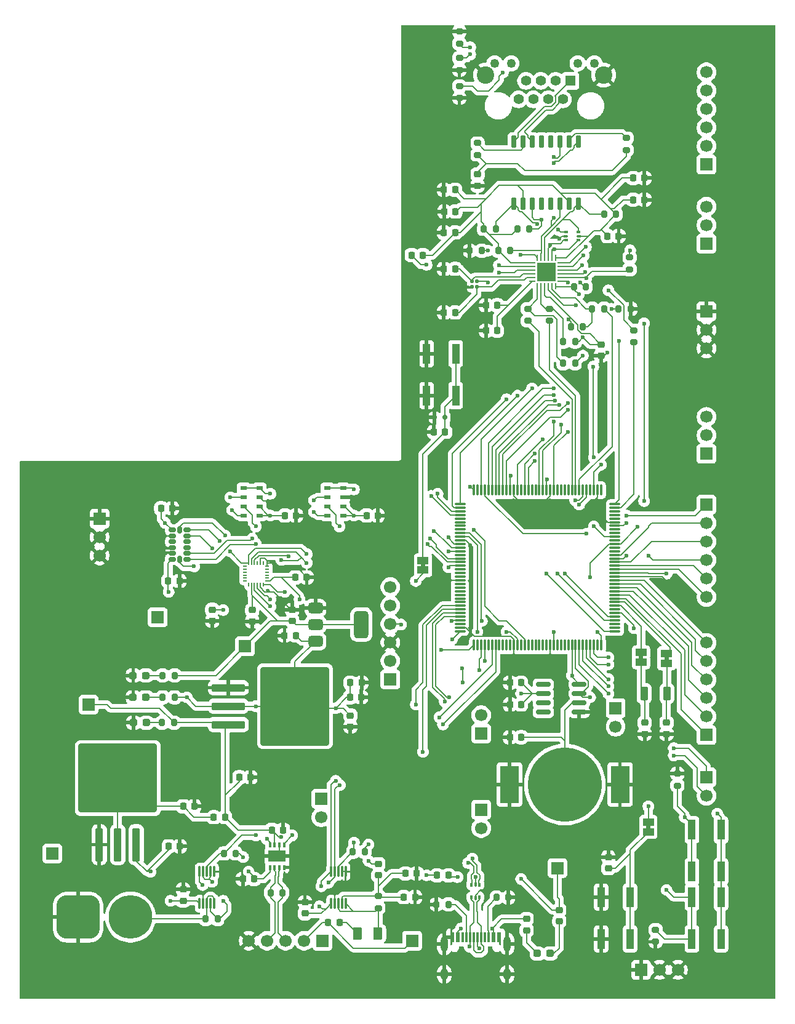
<source format=gbr>
%TF.GenerationSoftware,KiCad,Pcbnew,9.0.6*%
%TF.CreationDate,2025-12-25T01:52:07-08:00*%
%TF.ProjectId,Breakout V1,42726561-6b6f-4757-9420-56312e6b6963,rev?*%
%TF.SameCoordinates,Original*%
%TF.FileFunction,Copper,L1,Top*%
%TF.FilePolarity,Positive*%
%FSLAX46Y46*%
G04 Gerber Fmt 4.6, Leading zero omitted, Abs format (unit mm)*
G04 Created by KiCad (PCBNEW 9.0.6) date 2025-12-25 01:52:07*
%MOMM*%
%LPD*%
G01*
G04 APERTURE LIST*
G04 Aperture macros list*
%AMRoundRect*
0 Rectangle with rounded corners*
0 $1 Rounding radius*
0 $2 $3 $4 $5 $6 $7 $8 $9 X,Y pos of 4 corners*
0 Add a 4 corners polygon primitive as box body*
4,1,4,$2,$3,$4,$5,$6,$7,$8,$9,$2,$3,0*
0 Add four circle primitives for the rounded corners*
1,1,$1+$1,$2,$3*
1,1,$1+$1,$4,$5*
1,1,$1+$1,$6,$7*
1,1,$1+$1,$8,$9*
0 Add four rect primitives between the rounded corners*
20,1,$1+$1,$2,$3,$4,$5,0*
20,1,$1+$1,$4,$5,$6,$7,0*
20,1,$1+$1,$6,$7,$8,$9,0*
20,1,$1+$1,$8,$9,$2,$3,0*%
G04 Aperture macros list end*
%TA.AperFunction,EtchedComponent*%
%ADD10C,0.000000*%
%TD*%
%TA.AperFunction,SMDPad,CuDef*%
%ADD11RoundRect,0.200000X-0.200000X-0.275000X0.200000X-0.275000X0.200000X0.275000X-0.200000X0.275000X0*%
%TD*%
%TA.AperFunction,SMDPad,CuDef*%
%ADD12RoundRect,0.190000X0.190000X-0.635000X0.190000X0.635000X-0.190000X0.635000X-0.190000X-0.635000X0*%
%TD*%
%TA.AperFunction,SMDPad,CuDef*%
%ADD13RoundRect,0.117500X-0.117500X0.142500X-0.117500X-0.142500X0.117500X-0.142500X0.117500X0.142500X0*%
%TD*%
%TA.AperFunction,SMDPad,CuDef*%
%ADD14RoundRect,0.150000X-0.150000X-0.200000X0.150000X-0.200000X0.150000X0.200000X-0.150000X0.200000X0*%
%TD*%
%TA.AperFunction,SMDPad,CuDef*%
%ADD15RoundRect,0.200000X0.275000X-0.200000X0.275000X0.200000X-0.275000X0.200000X-0.275000X-0.200000X0*%
%TD*%
%TA.AperFunction,SMDPad,CuDef*%
%ADD16RoundRect,0.200000X-0.275000X0.200000X-0.275000X-0.200000X0.275000X-0.200000X0.275000X0.200000X0*%
%TD*%
%TA.AperFunction,SMDPad,CuDef*%
%ADD17RoundRect,0.075000X-0.075000X0.650000X-0.075000X-0.650000X0.075000X-0.650000X0.075000X0.650000X0*%
%TD*%
%TA.AperFunction,SMDPad,CuDef*%
%ADD18RoundRect,0.200000X0.200000X0.275000X-0.200000X0.275000X-0.200000X-0.275000X0.200000X-0.275000X0*%
%TD*%
%TA.AperFunction,SMDPad,CuDef*%
%ADD19RoundRect,0.225000X-0.225000X-0.250000X0.225000X-0.250000X0.225000X0.250000X-0.225000X0.250000X0*%
%TD*%
%TA.AperFunction,SMDPad,CuDef*%
%ADD20RoundRect,0.225000X0.225000X0.250000X-0.225000X0.250000X-0.225000X-0.250000X0.225000X-0.250000X0*%
%TD*%
%TA.AperFunction,SMDPad,CuDef*%
%ADD21RoundRect,0.225000X0.250000X-0.225000X0.250000X0.225000X-0.250000X0.225000X-0.250000X-0.225000X0*%
%TD*%
%TA.AperFunction,ComponentPad*%
%ADD22R,1.700000X1.700000*%
%TD*%
%TA.AperFunction,SMDPad,CuDef*%
%ADD23RoundRect,0.375000X-0.625000X-0.375000X0.625000X-0.375000X0.625000X0.375000X-0.625000X0.375000X0*%
%TD*%
%TA.AperFunction,SMDPad,CuDef*%
%ADD24RoundRect,0.500000X-0.500000X-1.400000X0.500000X-1.400000X0.500000X1.400000X-0.500000X1.400000X0*%
%TD*%
%TA.AperFunction,SMDPad,CuDef*%
%ADD25R,2.400000X1.550000*%
%TD*%
%TA.AperFunction,SMDPad,CuDef*%
%ADD26R,0.350000X0.650000*%
%TD*%
%TA.AperFunction,SMDPad,CuDef*%
%ADD27RoundRect,0.250000X0.300000X-2.050000X0.300000X2.050000X-0.300000X2.050000X-0.300000X-2.050000X0*%
%TD*%
%TA.AperFunction,SMDPad,CuDef*%
%ADD28RoundRect,0.250002X5.149998X-4.449998X5.149998X4.449998X-5.149998X4.449998X-5.149998X-4.449998X0*%
%TD*%
%TA.AperFunction,SMDPad,CuDef*%
%ADD29RoundRect,0.093750X-0.156250X-0.093750X0.156250X-0.093750X0.156250X0.093750X-0.156250X0.093750X0*%
%TD*%
%TA.AperFunction,SMDPad,CuDef*%
%ADD30RoundRect,0.075000X-0.250000X-0.075000X0.250000X-0.075000X0.250000X0.075000X-0.250000X0.075000X0*%
%TD*%
%TA.AperFunction,HeatsinkPad*%
%ADD31C,0.500000*%
%TD*%
%TA.AperFunction,HeatsinkPad*%
%ADD32R,2.500000X2.500000*%
%TD*%
%TA.AperFunction,SMDPad,CuDef*%
%ADD33RoundRect,0.062500X-0.062500X-0.375000X0.062500X-0.375000X0.062500X0.375000X-0.062500X0.375000X0*%
%TD*%
%TA.AperFunction,SMDPad,CuDef*%
%ADD34RoundRect,0.062500X-0.375000X-0.062500X0.375000X-0.062500X0.375000X0.062500X-0.375000X0.062500X0*%
%TD*%
%TA.AperFunction,SMDPad,CuDef*%
%ADD35R,1.000000X2.750000*%
%TD*%
%TA.AperFunction,SMDPad,CuDef*%
%ADD36RoundRect,0.250000X-0.275000X-0.700000X0.275000X-0.700000X0.275000X0.700000X-0.275000X0.700000X0*%
%TD*%
%TA.AperFunction,SMDPad,CuDef*%
%ADD37RoundRect,0.237500X-0.287500X-0.237500X0.287500X-0.237500X0.287500X0.237500X-0.287500X0.237500X0*%
%TD*%
%TA.AperFunction,SMDPad,CuDef*%
%ADD38RoundRect,0.218750X0.218750X0.256250X-0.218750X0.256250X-0.218750X-0.256250X0.218750X-0.256250X0*%
%TD*%
%TA.AperFunction,SMDPad,CuDef*%
%ADD39RoundRect,0.218750X-0.256250X0.218750X-0.256250X-0.218750X0.256250X-0.218750X0.256250X0.218750X0*%
%TD*%
%TA.AperFunction,SMDPad,CuDef*%
%ADD40RoundRect,0.218750X-0.218750X-0.256250X0.218750X-0.256250X0.218750X0.256250X-0.218750X0.256250X0*%
%TD*%
%TA.AperFunction,SMDPad,CuDef*%
%ADD41RoundRect,0.250000X-0.375000X-0.625000X0.375000X-0.625000X0.375000X0.625000X-0.375000X0.625000X0*%
%TD*%
%TA.AperFunction,ComponentPad*%
%ADD42C,1.700000*%
%TD*%
%TA.AperFunction,SMDPad,CuDef*%
%ADD43R,0.600000X1.450000*%
%TD*%
%TA.AperFunction,SMDPad,CuDef*%
%ADD44R,0.300000X1.450000*%
%TD*%
%TA.AperFunction,HeatsinkPad*%
%ADD45O,1.000000X2.100000*%
%TD*%
%TA.AperFunction,HeatsinkPad*%
%ADD46O,1.000000X1.600000*%
%TD*%
%TA.AperFunction,ComponentPad*%
%ADD47RoundRect,1.500000X-1.500000X-1.500000X1.500000X-1.500000X1.500000X1.500000X-1.500000X1.500000X0*%
%TD*%
%TA.AperFunction,ComponentPad*%
%ADD48C,6.000000*%
%TD*%
%TA.AperFunction,ComponentPad*%
%ADD49C,2.400000*%
%TD*%
%TA.AperFunction,ComponentPad*%
%ADD50C,1.250000*%
%TD*%
%TA.AperFunction,ComponentPad*%
%ADD51C,1.408000*%
%TD*%
%TA.AperFunction,ComponentPad*%
%ADD52R,1.408000X1.408000*%
%TD*%
%TA.AperFunction,SMDPad,CuDef*%
%ADD53R,1.500000X1.000000*%
%TD*%
%TA.AperFunction,SMDPad,CuDef*%
%ADD54RoundRect,0.225000X-0.250000X0.225000X-0.250000X-0.225000X0.250000X-0.225000X0.250000X0.225000X0*%
%TD*%
%TA.AperFunction,SMDPad,CuDef*%
%ADD55R,2.500000X5.100000*%
%TD*%
%TA.AperFunction,SMDPad,CuDef*%
%ADD56C,10.200000*%
%TD*%
%TA.AperFunction,SMDPad,CuDef*%
%ADD57RoundRect,0.218750X0.256250X-0.218750X0.256250X0.218750X-0.256250X0.218750X-0.256250X-0.218750X0*%
%TD*%
%TA.AperFunction,SMDPad,CuDef*%
%ADD58RoundRect,0.050000X-0.225000X-0.050000X0.225000X-0.050000X0.225000X0.050000X-0.225000X0.050000X0*%
%TD*%
%TA.AperFunction,SMDPad,CuDef*%
%ADD59RoundRect,0.050000X0.050000X-0.225000X0.050000X0.225000X-0.050000X0.225000X-0.050000X-0.225000X0*%
%TD*%
%TA.AperFunction,SMDPad,CuDef*%
%ADD60RoundRect,0.093750X0.093750X-0.156250X0.093750X0.156250X-0.093750X0.156250X-0.093750X-0.156250X0*%
%TD*%
%TA.AperFunction,SMDPad,CuDef*%
%ADD61RoundRect,0.075000X0.075000X-0.250000X0.075000X0.250000X-0.075000X0.250000X-0.075000X-0.250000X0*%
%TD*%
%TA.AperFunction,SMDPad,CuDef*%
%ADD62R,0.950000X0.550000*%
%TD*%
%TA.AperFunction,SMDPad,CuDef*%
%ADD63RoundRect,0.150000X-0.325000X-0.150000X0.325000X-0.150000X0.325000X0.150000X-0.325000X0.150000X0*%
%TD*%
%TA.AperFunction,SMDPad,CuDef*%
%ADD64RoundRect,0.150000X-0.150000X-0.325000X0.150000X-0.325000X0.150000X0.325000X-0.150000X0.325000X0*%
%TD*%
%TA.AperFunction,SMDPad,CuDef*%
%ADD65RoundRect,0.075000X0.662500X0.075000X-0.662500X0.075000X-0.662500X-0.075000X0.662500X-0.075000X0*%
%TD*%
%TA.AperFunction,SMDPad,CuDef*%
%ADD66RoundRect,0.075000X0.075000X0.662500X-0.075000X0.662500X-0.075000X-0.662500X0.075000X-0.662500X0*%
%TD*%
%TA.AperFunction,SMDPad,CuDef*%
%ADD67RoundRect,0.150000X-0.825000X-0.150000X0.825000X-0.150000X0.825000X0.150000X-0.825000X0.150000X0*%
%TD*%
%TA.AperFunction,SMDPad,CuDef*%
%ADD68RoundRect,0.250000X-2.050000X-0.300000X2.050000X-0.300000X2.050000X0.300000X-2.050000X0.300000X0*%
%TD*%
%TA.AperFunction,SMDPad,CuDef*%
%ADD69RoundRect,0.250002X-4.449998X-5.149998X4.449998X-5.149998X4.449998X5.149998X-4.449998X5.149998X0*%
%TD*%
%TA.AperFunction,ViaPad*%
%ADD70C,0.600000*%
%TD*%
%TA.AperFunction,Conductor*%
%ADD71C,0.200000*%
%TD*%
G04 APERTURE END LIST*
D10*
%TA.AperFunction,EtchedComponent*%
%TO.C,JP1*%
G36*
X251300000Y-112750000D02*
G01*
X250700000Y-112750000D01*
X250700000Y-112250000D01*
X251300000Y-112250000D01*
X251300000Y-112750000D01*
G37*
%TD.AperFunction*%
%TA.AperFunction,EtchedComponent*%
%TO.C,JP2*%
G36*
X254800000Y-112900000D02*
G01*
X254200000Y-112900000D01*
X254200000Y-112400000D01*
X254800000Y-112400000D01*
X254800000Y-112900000D01*
G37*
%TD.AperFunction*%
%TA.AperFunction,EtchedComponent*%
%TO.C,JP3*%
G36*
X221300000Y-100100000D02*
G01*
X220700000Y-100100000D01*
X220700000Y-99600000D01*
X221300000Y-99600000D01*
X221300000Y-100100000D01*
G37*
%TD.AperFunction*%
%TA.AperFunction,EtchedComponent*%
%TO.C,JP4*%
G36*
X252300000Y-136100000D02*
G01*
X251700000Y-136100000D01*
X251700000Y-135600000D01*
X252300000Y-135600000D01*
X252300000Y-136100000D01*
G37*
%TD.AperFunction*%
%TD*%
D11*
%TO.P,R24,1*%
%TO.N,/Ethernet/3V3_FILTERED*%
X234000000Y-53562500D03*
%TO.P,R24,2*%
%TO.N,/Ethernet/TD_N*%
X235650000Y-53562500D03*
%TD*%
D12*
%TO.P,U15,1,1*%
%TO.N,/Ethernet/TD_P*%
X233500000Y-50072500D03*
%TO.P,U15,2,2*%
%TO.N,/Ethernet/3V3_FILTERED*%
X234770000Y-50072500D03*
%TO.P,U15,3,3*%
%TO.N,/Ethernet/TD_N*%
X236040000Y-50072500D03*
%TO.P,U15,4,4*%
%TO.N,unconnected-(U15-Pad4)*%
X237310000Y-50072500D03*
%TO.P,U15,5,5*%
%TO.N,unconnected-(U15-Pad5)*%
X238580000Y-50072500D03*
%TO.P,U15,6,6*%
%TO.N,/Ethernet/RD_P*%
X239850000Y-50072500D03*
%TO.P,U15,7,7*%
%TO.N,/Ethernet/3V3_FILTERED*%
X241120000Y-50072500D03*
%TO.P,U15,8,8*%
%TO.N,/Ethernet/RD_N*%
X242390000Y-50072500D03*
%TO.P,U15,9,9*%
%TO.N,/Ethernet/RX_N*%
X242390000Y-41562500D03*
%TO.P,U15,10,10*%
%TO.N,Net-(R27-Pad1)*%
X241120000Y-41562500D03*
%TO.P,U15,11,11*%
%TO.N,/Ethernet/RX_P*%
X239850000Y-41562500D03*
%TO.P,U15,12,12*%
%TO.N,unconnected-(U15-Pad12)*%
X238580000Y-41562500D03*
%TO.P,U15,13,13*%
%TO.N,unconnected-(U15-Pad13)*%
X237310000Y-41562500D03*
%TO.P,U15,14,14*%
%TO.N,/Ethernet/TX_N*%
X236040000Y-41562500D03*
%TO.P,U15,15,15*%
%TO.N,Net-(R28-Pad1)*%
X234770000Y-41562500D03*
%TO.P,U15,16,16*%
%TO.N,/Ethernet/TX_P*%
X233500000Y-41562500D03*
%TD*%
D13*
%TO.P,Y3,1,1*%
%TO.N,Net-(U14-XTAL2)*%
X227755000Y-60742500D03*
%TO.P,Y3,2,2*%
%TO.N,GND*%
X227755000Y-61562500D03*
%TO.P,Y3,3,3*%
%TO.N,Net-(U14-XTAL1{slash}CLKIN)*%
X228425000Y-61562500D03*
%TO.P,Y3,4,4*%
%TO.N,GND*%
X228425000Y-60742500D03*
%TD*%
D14*
%TO.P,U23,1,K*%
%TO.N,Net-(JP3-A)*%
X224000000Y-79500000D03*
%TO.P,U23,2,A*%
%TO.N,GND*%
X222600000Y-79500000D03*
%TD*%
D15*
%TO.P,R19,1*%
%TO.N,/Ethernet/ETH.RXD1*%
X235425000Y-66212500D03*
%TO.P,R19,2*%
%TO.N,Net-(U14-RXD1{slash}MODE1)*%
X235425000Y-64562500D03*
%TD*%
D16*
%TO.P,R27,2*%
%TO.N,Net-(C40-Pad1)*%
X249000000Y-42712500D03*
%TO.P,R27,1*%
%TO.N,Net-(R27-Pad1)*%
X249000000Y-41062500D03*
%TD*%
D17*
%TO.P,U13,10,Vin+*%
%TO.N,Net-(U13-Vbus)*%
X210353412Y-146400000D03*
%TO.P,U13,9,Vin-*%
%TO.N,/power/V_BUS_Out*%
X209853412Y-146400000D03*
%TO.P,U13,8,Vbus*%
%TO.N,Net-(U13-Vbus)*%
X209353412Y-146400000D03*
%TO.P,U13,7,GND*%
%TO.N,GND*%
X208853412Y-146400000D03*
%TO.P,U13,6,VS*%
%TO.N,+3V3*%
X208353412Y-146400000D03*
%TO.P,U13,5,SCL*%
%TO.N,/MCU/I2C4.SCL*%
X208353412Y-142000000D03*
%TO.P,U13,4,SDA*%
%TO.N,/MCU/I2C4.SDA*%
X208853412Y-142000000D03*
%TO.P,U13,3,~{Alert}*%
%TO.N,/MCU/bus_alert*%
X209353412Y-142000000D03*
%TO.P,U13,2,A0*%
%TO.N,GND*%
X209853412Y-142000000D03*
%TO.P,U13,1,A1*%
X210353412Y-142000000D03*
%TD*%
D18*
%TO.P,R15,1*%
%TO.N,+3V3*%
X241925000Y-72062500D03*
%TO.P,R15,2*%
%TO.N,Net-(U14-RXD1{slash}MODE1)*%
X240275000Y-72062500D03*
%TD*%
%TO.P,R16,1*%
%TO.N,+3V3*%
X241925000Y-69062500D03*
%TO.P,R16,2*%
%TO.N,Net-(U14-RXD0{slash}MODE0)*%
X240275000Y-69062500D03*
%TD*%
%TO.P,R17,1*%
%TO.N,GND*%
X249575000Y-64562500D03*
%TO.P,R17,2*%
%TO.N,Net-(U14-RXER{slash}PHYAD0)*%
X247925000Y-64562500D03*
%TD*%
D19*
%TO.P,C12,1*%
%TO.N,+3V3*%
X202000000Y-93000000D03*
%TO.P,C12,2*%
%TO.N,GND*%
X203550000Y-93000000D03*
%TD*%
D20*
%TO.P,C16,1*%
%TO.N,GND*%
X197275000Y-129000000D03*
%TO.P,C16,2*%
%TO.N,+5V*%
X195725000Y-129000000D03*
%TD*%
D21*
%TO.P,C15,2*%
%TO.N,GND*%
X188000000Y-144450000D03*
%TO.P,C15,1*%
%TO.N,+3V3*%
X188000000Y-146000000D03*
%TD*%
D15*
%TO.P,R22,2*%
%TO.N,Net-(U14-~{INT}{slash}REFCLKO)*%
X250000000Y-67500000D03*
%TO.P,R22,1*%
%TO.N,/Ethernet/ETH.REF_CLK*%
X250000000Y-69150000D03*
%TD*%
D22*
%TO.P,TP2,1,1*%
%TO.N,+3V3*%
X184500000Y-107000000D03*
%TD*%
D23*
%TO.P,U12,1,GND*%
%TO.N,GND*%
X206200000Y-105700000D03*
%TO.P,U12,2,VO*%
%TO.N,+1V8*%
X206200000Y-108000000D03*
D24*
X212500000Y-108000000D03*
D23*
%TO.P,U12,3,VI*%
%TO.N,+3V3*%
X206200000Y-110300000D03*
%TD*%
D25*
%TO.P,U4,9,VSS*%
%TO.N,GND*%
X200915000Y-139862500D03*
D26*
%TO.P,U4,8,STBY*%
X201890000Y-141412500D03*
%TO.P,U4,7,CANH*%
%TO.N,/CAN/CAN_P*%
X201240000Y-141412500D03*
%TO.P,U4,6,CANL*%
%TO.N,/CAN/CAN_N*%
X200590000Y-141412500D03*
%TO.P,U4,5,VIO*%
%TO.N,+3V3*%
X199940000Y-141412500D03*
%TO.P,U4,4,RXD*%
%TO.N,/MCU/CAN.RX*%
X199940000Y-138312500D03*
%TO.P,U4,3,VDD*%
%TO.N,+5V*%
X200590000Y-138312500D03*
%TO.P,U4,2,VSS*%
%TO.N,GND*%
X201240000Y-138312500D03*
%TO.P,U4,1,TXD*%
%TO.N,/MCU/CAN.TX*%
X201890000Y-138312500D03*
%TD*%
D18*
%TO.P,R26,1*%
%TO.N,/Ethernet/3V3_FILTERED*%
X247575000Y-51562500D03*
%TO.P,R26,2*%
%TO.N,/Ethernet/RD_N*%
X245925000Y-51562500D03*
%TD*%
D27*
%TO.P,U11,1,GND*%
%TO.N,GND*%
X176460000Y-138275000D03*
%TO.P,U11,2,VO*%
%TO.N,/power/5V_LDO*%
X179000000Y-138275000D03*
D28*
X179000000Y-129125000D03*
D27*
%TO.P,U11,3,VI*%
%TO.N,/power/V_BATT*%
X181540000Y-138275000D03*
%TD*%
D29*
%TO.P,U16,6,I/O1*%
%TO.N,/Ethernet/RD_N*%
X242350000Y-54025000D03*
D30*
%TO.P,U16,5,VBUS*%
%TO.N,/Ethernet/3V3_FILTERED*%
X242425000Y-54562500D03*
D29*
%TO.P,U16,4,I/O2*%
%TO.N,/Ethernet/TD_N*%
X242350000Y-55100000D03*
%TO.P,U16,3,I/O2*%
%TO.N,/Ethernet/TD_P*%
X240650000Y-55100000D03*
D30*
%TO.P,U16,2,GND*%
%TO.N,GND*%
X240575000Y-54562500D03*
D29*
%TO.P,U16,1,I/O1*%
%TO.N,/Ethernet/RD_P*%
X240650000Y-54025000D03*
%TD*%
D18*
%TO.P,R20,1*%
%TO.N,/Ethernet/ETH.CRS_DV*%
X245925000Y-64562500D03*
%TO.P,R20,2*%
%TO.N,Net-(U14-CRS_DV{slash}MODE2)*%
X244275000Y-64562500D03*
%TD*%
D31*
%TO.P,U14,25,VSS*%
%TO.N,GND*%
X239000000Y-60500000D03*
X239000000Y-59500000D03*
X239000000Y-58500000D03*
X238000000Y-60500000D03*
D32*
X238000000Y-59500000D03*
D31*
X238000000Y-59500000D03*
X238000000Y-58500000D03*
X237000000Y-60500000D03*
X237000000Y-59500000D03*
X237000000Y-58500000D03*
D33*
%TO.P,U14,24,RBIAS*%
%TO.N,Net-(U14-RBIAS)*%
X236750000Y-57562500D03*
%TO.P,U14,23,RXP*%
%TO.N,/Ethernet/RD_P*%
X237250000Y-57562500D03*
%TO.P,U14,22,RXN*%
%TO.N,/Ethernet/RD_N*%
X237750000Y-57562500D03*
%TO.P,U14,21,TXP*%
%TO.N,/Ethernet/TD_P*%
X238250000Y-57562500D03*
%TO.P,U14,20,TXN*%
%TO.N,/Ethernet/TD_N*%
X238750000Y-57562500D03*
%TO.P,U14,19,VDD1A*%
%TO.N,/Ethernet/3V3_FILTERED*%
X239250000Y-57562500D03*
D34*
%TO.P,U14,18,TXD1*%
%TO.N,/Ethernet/ETH.TXD1*%
X239937500Y-58250000D03*
%TO.P,U14,17,TXD0*%
%TO.N,/Ethernet/ETH.TXD0*%
X239937500Y-58750000D03*
%TO.P,U14,16,TXEN*%
%TO.N,/Ethernet/ETH.TX_EN*%
X239937500Y-59250000D03*
%TO.P,U14,15,~{RST}*%
%TO.N,/Flashing/nRST*%
X239937500Y-59750000D03*
%TO.P,U14,14,~{INT}/REFCLKO*%
%TO.N,Net-(U14-~{INT}{slash}REFCLKO)*%
X239937500Y-60250000D03*
%TO.P,U14,13,MDC*%
%TO.N,/Ethernet/ETH.MDC*%
X239937500Y-60750000D03*
D33*
%TO.P,U14,12,MDIO*%
%TO.N,/Ethernet/ETH.MDIO*%
X239250000Y-61437500D03*
%TO.P,U14,11,CRS_DV/MODE2*%
%TO.N,Net-(U14-CRS_DV{slash}MODE2)*%
X238750000Y-61437500D03*
%TO.P,U14,10,RXER/PHYAD0*%
%TO.N,Net-(U14-RXER{slash}PHYAD0)*%
X238250000Y-61437500D03*
%TO.P,U14,9,VDDIO*%
%TO.N,+3V3*%
X237750000Y-61437500D03*
%TO.P,U14,8,RXD0/MODE0*%
%TO.N,Net-(U14-RXD0{slash}MODE0)*%
X237250000Y-61437500D03*
%TO.P,U14,7,RXD1/MODE1*%
%TO.N,Net-(U14-RXD1{slash}MODE1)*%
X236750000Y-61437500D03*
D34*
%TO.P,U14,6,VDDCR*%
%TO.N,/Ethernet/VDDCR*%
X236062500Y-60750000D03*
%TO.P,U14,5,XTAL1/CLKIN*%
%TO.N,Net-(U14-XTAL1{slash}CLKIN)*%
X236062500Y-60250000D03*
%TO.P,U14,4,XTAL2*%
%TO.N,Net-(U14-XTAL2)*%
X236062500Y-59750000D03*
%TO.P,U14,3,LED1/REGOFF*%
%TO.N,/Ethernet/LED_Y*%
X236062500Y-59250000D03*
%TO.P,U14,2,LED2/~{INTSEL}*%
%TO.N,/Ethernet/LED_G*%
X236062500Y-58750000D03*
%TO.P,U14,1,VDD2A*%
%TO.N,/Ethernet/3V3_FILTERED*%
X236062500Y-58250000D03*
%TD*%
D16*
%TO.P,R28,1*%
%TO.N,Net-(R28-Pad1)*%
X228500000Y-41737500D03*
%TO.P,R28,2*%
%TO.N,Net-(C40-Pad1)*%
X228500000Y-43387500D03*
%TD*%
D11*
%TO.P,R23,1*%
%TO.N,/Ethernet/3V3_FILTERED*%
X229350000Y-53562500D03*
%TO.P,R23,2*%
%TO.N,/Ethernet/TD_P*%
X231000000Y-53562500D03*
%TD*%
D35*
%TO.P,SW1,2,2*%
%TO.N,Net-(JP3-A)*%
X225500000Y-70740000D03*
X225500000Y-76500000D03*
%TO.P,SW1,1,1*%
%TO.N,GND*%
X221500000Y-70740000D03*
X221500000Y-76500000D03*
%TD*%
%TO.P,SW2,2,2*%
%TO.N,Net-(JP4-A)*%
X249500000Y-145500000D03*
X249500000Y-151260000D03*
%TO.P,SW2,1,1*%
%TO.N,GND*%
X245500000Y-145500000D03*
X245500000Y-151260000D03*
%TD*%
D22*
%TO.P,TP4,1,1*%
%TO.N,+1V8*%
X196500000Y-111000000D03*
%TD*%
%TO.P,TP1,1,1*%
%TO.N,5V_BUS*%
X219500000Y-151500000D03*
%TD*%
D36*
%TO.P,Y1,1,1*%
%TO.N,/MCU/XTAL_IN*%
X251425000Y-117500000D03*
%TO.P,Y1,2,2*%
%TO.N,/MCU/XTAL_OUT*%
X254575000Y-117500000D03*
%TD*%
D37*
%TO.P,D4,1,K*%
%TO.N,GND*%
X181162500Y-121500000D03*
%TO.P,D4,2,A*%
%TO.N,Net-(D4-A)*%
X182912500Y-121500000D03*
%TD*%
D38*
%TO.P,D5,1,K*%
%TO.N,+5V*%
X193787500Y-134500000D03*
%TO.P,D5,2,A*%
%TO.N,/power/5V_LDO*%
X192212500Y-134500000D03*
%TD*%
D39*
%TO.P,D6,2,A*%
%TO.N,/power/V_BUS_Out*%
X214853412Y-142500000D03*
%TO.P,D6,1,K*%
%TO.N,+5V*%
X214853412Y-140925000D03*
%TD*%
D40*
%TO.P,D7,1,K*%
%TO.N,+5V*%
X222925000Y-142500000D03*
%TO.P,D7,2,A*%
%TO.N,/Flashing/V_USB*%
X224500000Y-142500000D03*
%TD*%
D38*
%TO.P,D8,1,K*%
%TO.N,Net-(D8-K)*%
X209500000Y-149000000D03*
%TO.P,D8,2,A*%
%TO.N,5V_BUS*%
X207925000Y-149000000D03*
%TD*%
D39*
%TO.P,F1,1*%
%TO.N,/Flashing/V_USB*%
X239750000Y-147250000D03*
%TO.P,F1,2*%
%TO.N,Net-(F1-Pad2)*%
X239750000Y-148825000D03*
%TD*%
D41*
%TO.P,F2,2*%
%TO.N,Net-(U13-Vbus)*%
X214800000Y-150500000D03*
%TO.P,F2,1*%
%TO.N,Net-(D8-K)*%
X212000000Y-150500000D03*
%TD*%
D37*
%TO.P,FB1,2*%
%TO.N,Net-(F1-Pad2)*%
X238500000Y-153250000D03*
%TO.P,FB1,1*%
%TO.N,Net-(D1-K)*%
X236750000Y-153250000D03*
%TD*%
D22*
%TO.P,J1,1,Pin_1*%
%TO.N,/MCU/UART4.TX*%
X229000000Y-133460000D03*
D42*
%TO.P,J1,2,Pin_2*%
%TO.N,/MCU/UART4.RX*%
X229000000Y-136000000D03*
%TD*%
D22*
%TO.P,J2,1,Pin_1*%
%TO.N,/MCU/CAN.RX*%
X207000000Y-131960000D03*
D42*
%TO.P,J2,2,Pin_2*%
%TO.N,/MCU/CAN.TX*%
X207000000Y-134500000D03*
%TD*%
D22*
%TO.P,J3,1,Pin_1*%
%TO.N,unconnected-(J3-Pin_1-Pad1)*%
X207175000Y-151500000D03*
D42*
%TO.P,J3,2,Pin_2*%
%TO.N,5V_BUS*%
X204635000Y-151500000D03*
%TO.P,J3,3,Pin_3*%
%TO.N,/CAN/CAN_P*%
X202095000Y-151500000D03*
%TO.P,J3,4,Pin_4*%
%TO.N,/CAN/CAN_N*%
X199555000Y-151500000D03*
%TO.P,J3,5,Pin_5*%
%TO.N,GND*%
X197015000Y-151500000D03*
%TD*%
D43*
%TO.P,J4,A1,GND*%
%TO.N,GND*%
X225000000Y-151027471D03*
%TO.P,J4,A4,VBUS*%
%TO.N,/Flashing/VBUS*%
X225800000Y-151027471D03*
D44*
%TO.P,J4,A5,CC1*%
%TO.N,/Flashing/CC1*%
X227000000Y-151027471D03*
%TO.P,J4,A6,D+*%
%TO.N,/Flashing/USB+*%
X228000000Y-151027471D03*
%TO.P,J4,A7,D-*%
%TO.N,/Flashing/USB-*%
X228500000Y-151027471D03*
%TO.P,J4,A8,SBU1*%
%TO.N,unconnected-(J4-SBU1-PadA8)*%
X229500000Y-151027471D03*
D43*
%TO.P,J4,A9,VBUS*%
%TO.N,/Flashing/VBUS*%
X230700000Y-151027471D03*
%TO.P,J4,A12,GND*%
%TO.N,GND*%
X231500000Y-151027471D03*
%TO.P,J4,B1,GND*%
X231500000Y-151027471D03*
%TO.P,J4,B4,VBUS*%
%TO.N,/Flashing/VBUS*%
X230700000Y-151027471D03*
D44*
%TO.P,J4,B5,CC2*%
%TO.N,/Flashing/CC2*%
X230000000Y-151027471D03*
%TO.P,J4,B6,D+*%
%TO.N,/Flashing/USB+*%
X229000000Y-151027471D03*
%TO.P,J4,B7,D-*%
%TO.N,/Flashing/USB-*%
X227500000Y-151027471D03*
%TO.P,J4,B8,SBU2*%
%TO.N,unconnected-(J4-SBU2-PadB8)*%
X226500000Y-151027471D03*
D43*
%TO.P,J4,B9,VBUS*%
%TO.N,/Flashing/VBUS*%
X225800000Y-151027471D03*
%TO.P,J4,B12,GND*%
%TO.N,GND*%
X225000000Y-151027471D03*
D45*
%TO.P,J4,S1,SHIELD*%
X223930000Y-151942471D03*
D46*
X223930000Y-156122471D03*
D45*
X232570000Y-151942471D03*
D46*
X232570000Y-156122471D03*
%TD*%
D22*
%TO.P,J5,1,Pin_1*%
%TO.N,+3V3*%
X216500000Y-115540000D03*
D42*
%TO.P,J5,2,Pin_2*%
%TO.N,/Flashing/SWCLK*%
X216500000Y-113000000D03*
%TO.P,J5,3,Pin_3*%
%TO.N,GND*%
X216500000Y-110460000D03*
%TO.P,J5,4,Pin_4*%
%TO.N,/Flashing/SWDIO*%
X216500000Y-107920000D03*
%TO.P,J5,5,Pin_5*%
%TO.N,/Flashing/nRST*%
X216500000Y-105380000D03*
%TO.P,J5,6,Pin_6*%
%TO.N,unconnected-(J5-Pin_6-Pad6)*%
X216500000Y-102840000D03*
%TD*%
D47*
%TO.P,J6,1,Pin_1*%
%TO.N,GND*%
X173550000Y-148250000D03*
D48*
%TO.P,J6,2,Pin_2*%
%TO.N,/power/BATT_INPUT*%
X180750000Y-148250000D03*
%TD*%
D22*
%TO.P,J7,1,Pin_1*%
%TO.N,/MCU/UART8.TX*%
X260000000Y-129000000D03*
D42*
%TO.P,J7,2,Pin_2*%
%TO.N,/MCU/UART8.RX*%
X260000000Y-131540000D03*
%TD*%
D22*
%TO.P,J8,1,Pin_1*%
%TO.N,/MCU/I2C1.SDA*%
X247500000Y-119500000D03*
D42*
%TO.P,J8,2,Pin_2*%
%TO.N,/MCU/I2C1.SCL*%
X247500000Y-122040000D03*
%TD*%
D22*
%TO.P,J9,1,Pin_1*%
%TO.N,/Extras/ADC1.INP6*%
X260000000Y-55580000D03*
D42*
%TO.P,J9,2,Pin_2*%
%TO.N,/Extras/ADC1.INP2*%
X260000000Y-53040000D03*
%TO.P,J9,3,Pin_3*%
%TO.N,/Extras/ADC1.INN2*%
X260000000Y-50500000D03*
%TD*%
D22*
%TO.P,J10,1,Pin_1*%
%TO.N,/Extras/QSPI.CS*%
X260000000Y-91500000D03*
D42*
%TO.P,J10,2,Pin_2*%
%TO.N,/Extras/QSPI.CLK*%
X260000000Y-94040000D03*
%TO.P,J10,3,Pin_3*%
%TO.N,/Extras/QSPI.IO0*%
X260000000Y-96580000D03*
%TO.P,J10,4,Pin_4*%
%TO.N,/Extras/QSPI.IO1*%
X260000000Y-99120000D03*
%TO.P,J10,5,Pin_5*%
%TO.N,/Extras/QSPI.IO2*%
X260000000Y-101660000D03*
%TO.P,J10,6,Pin_6*%
%TO.N,/Extras/QSPI.IO3*%
X260000000Y-104200000D03*
%TD*%
D22*
%TO.P,J11,1,Pin_1*%
%TO.N,/Extras/GPIO.PF0*%
X260000000Y-123200000D03*
D42*
%TO.P,J11,2,Pin_2*%
%TO.N,/Extras/GPIO.PF1*%
X260000000Y-120660000D03*
%TO.P,J11,3,Pin_3*%
%TO.N,/Extras/GPIO.PF2*%
X260000000Y-118120000D03*
%TO.P,J11,4,Pin_4*%
%TO.N,/Extras/GPIO.PF3*%
X260000000Y-115580000D03*
%TO.P,J11,5,Pin_5*%
%TO.N,/Extras/GPIO.PF4*%
X260000000Y-113040000D03*
%TO.P,J11,6,Pin_6*%
%TO.N,/Extras/GPIO.PF5*%
X260000000Y-110500000D03*
%TD*%
%TO.P,J12,3,Pin_3*%
%TO.N,/Extras/OPAMP2.VIN_P*%
X260000000Y-79420000D03*
%TO.P,J12,2,Pin_2*%
%TO.N,/Extras/OPAMP2.VOUT*%
X260000000Y-81960000D03*
D22*
%TO.P,J12,1,Pin_1*%
%TO.N,/Extras/OPAMP2.VIN_N*%
X260000000Y-84500000D03*
%TD*%
D49*
%TO.P,J14,S2,SHIELD*%
%TO.N,GND*%
X229580000Y-32382500D03*
%TO.P,J14,S1,SHIELD*%
X245840000Y-32382500D03*
D50*
%TO.P,J14,12*%
%TO.N,/Ethernet/LED_Y*%
X230850000Y-30782500D03*
%TO.P,J14,11*%
%TO.N,Net-(J14-Pad11)*%
X233140000Y-30782500D03*
%TO.P,J14,10*%
%TO.N,/Ethernet/LED_G*%
X242280000Y-30782500D03*
%TO.P,J14,9*%
%TO.N,Net-(J14-Pad9)*%
X244570000Y-30782500D03*
D51*
%TO.P,J14,8,8*%
%TO.N,unconnected-(J14-Pad8)*%
X234140000Y-35732500D03*
%TO.P,J14,7,7*%
%TO.N,unconnected-(J14-Pad7)*%
X235160000Y-33192500D03*
%TO.P,J14,6,6*%
%TO.N,/Ethernet/RX_N*%
X236180000Y-35732500D03*
%TO.P,J14,5,5*%
%TO.N,unconnected-(J14-Pad5)*%
X237200000Y-33192500D03*
%TO.P,J14,4,4*%
%TO.N,unconnected-(J14-Pad4)*%
X238220000Y-35732500D03*
%TO.P,J14,3,3*%
%TO.N,/Ethernet/RX_P*%
X239240000Y-33192500D03*
%TO.P,J14,2,2*%
%TO.N,/Ethernet/TX_N*%
X240260000Y-35732500D03*
D52*
%TO.P,J14,1,1*%
%TO.N,/Ethernet/TX_P*%
X241280000Y-33192500D03*
%TD*%
D53*
%TO.P,JP1,1,A*%
%TO.N,/MCU/OSC32_IN*%
X251000000Y-111850000D03*
%TO.P,JP1,2,B*%
%TO.N,/MCU/XTAL_IN*%
X251000000Y-113150000D03*
%TD*%
%TO.P,JP2,1,A*%
%TO.N,/MCU/OSC32_OUT*%
X254500000Y-112000000D03*
%TO.P,JP2,2,B*%
%TO.N,/MCU/XTAL_OUT*%
X254500000Y-113300000D03*
%TD*%
%TO.P,JP3,2,B*%
%TO.N,/Flashing/nRST*%
X221000000Y-100500000D03*
%TO.P,JP3,1,A*%
%TO.N,Net-(JP3-A)*%
X221000000Y-99200000D03*
%TD*%
%TO.P,JP4,2,B*%
%TO.N,/Flashing/BOOT0*%
X252000000Y-135200000D03*
%TO.P,JP4,1,A*%
%TO.N,Net-(JP4-A)*%
X252000000Y-136500000D03*
%TD*%
D20*
%TO.P,L1,2,2*%
%TO.N,+3V3*%
X219425000Y-57182500D03*
%TO.P,L1,1,1*%
%TO.N,/Ethernet/3V3_FILTERED*%
X220975000Y-57182500D03*
%TD*%
D18*
%TO.P,R1,1*%
%TO.N,/CAN/CAN_P*%
X201665000Y-144893749D03*
%TO.P,R1,2*%
%TO.N,/CAN/CAN_N*%
X200015000Y-144893749D03*
%TD*%
%TO.P,R2,1*%
%TO.N,/Flashing/CC1*%
X224500000Y-146500000D03*
%TO.P,R2,2*%
%TO.N,GND*%
X222850000Y-146500000D03*
%TD*%
D11*
%TO.P,R3,1*%
%TO.N,/Flashing/CC2*%
X231100000Y-145545000D03*
%TO.P,R3,2*%
%TO.N,GND*%
X232750000Y-145545000D03*
%TD*%
%TO.P,R4,2*%
%TO.N,+1V8*%
X186825000Y-115000000D03*
%TO.P,R4,1*%
%TO.N,Net-(D2-A)*%
X185175000Y-115000000D03*
%TD*%
%TO.P,R5,2*%
%TO.N,+3V3*%
X186825000Y-118000000D03*
%TO.P,R5,1*%
%TO.N,Net-(D3-A)*%
X185175000Y-118000000D03*
%TD*%
%TO.P,R6,1*%
%TO.N,Net-(D4-A)*%
X185087500Y-121500000D03*
%TO.P,R6,2*%
%TO.N,+5V*%
X186737500Y-121500000D03*
%TD*%
%TO.P,R7,1*%
%TO.N,/power/BATT_INPUT*%
X191100000Y-148500000D03*
%TO.P,R7,2*%
%TO.N,/power/V_BATT*%
X192750000Y-148500000D03*
%TD*%
D15*
%TO.P,R8,2*%
%TO.N,/power/V_BUS_Out*%
X214853412Y-145350000D03*
%TO.P,R8,1*%
%TO.N,Net-(U13-Vbus)*%
X214853412Y-147000000D03*
%TD*%
D11*
%TO.P,R9,1*%
%TO.N,/MCU/bus_alert*%
X211350000Y-139250000D03*
%TO.P,R9,2*%
%TO.N,+3V3*%
X213000000Y-139250000D03*
%TD*%
D15*
%TO.P,R10,1*%
%TO.N,/MCU/BUTT_1*%
X256000000Y-130150000D03*
%TO.P,R10,2*%
%TO.N,GND*%
X256000000Y-128500000D03*
%TD*%
D16*
%TO.P,R11,1*%
%TO.N,/MCU/BUTT_0*%
X253000000Y-150000000D03*
%TO.P,R11,2*%
%TO.N,GND*%
X253000000Y-151650000D03*
%TD*%
D11*
%TO.P,R12,2*%
%TO.N,Net-(U14-CRS_DV{slash}MODE2)*%
X243000000Y-67000000D03*
%TO.P,R12,1*%
%TO.N,+3V3*%
X241350000Y-67000000D03*
%TD*%
D18*
%TO.P,R13,1*%
%TO.N,+3V3*%
X243425000Y-61562500D03*
%TO.P,R13,2*%
%TO.N,/Ethernet/ETH.MDIO*%
X241775000Y-61562500D03*
%TD*%
D16*
%TO.P,R14,1*%
%TO.N,+3V3*%
X249425000Y-57500000D03*
%TO.P,R14,2*%
%TO.N,Net-(U14-~{INT}{slash}REFCLKO)*%
X249425000Y-59150000D03*
%TD*%
D54*
%TO.P,C31,2*%
%TO.N,GND*%
X245500000Y-71000000D03*
%TO.P,C31,1*%
%TO.N,+3V3*%
X245500000Y-69450000D03*
%TD*%
D20*
%TO.P,C32,1*%
%TO.N,/Ethernet/VDDCR*%
X231200000Y-67562500D03*
%TO.P,C32,2*%
%TO.N,GND*%
X229650000Y-67562500D03*
%TD*%
D22*
%TO.P,J13,1,Pin_1*%
%TO.N,/Extras/GPIO.PE10*%
X260000000Y-44700000D03*
D42*
%TO.P,J13,2,Pin_2*%
%TO.N,/Extras/GPIO.PE11*%
X260000000Y-42160000D03*
%TO.P,J13,3,Pin_3*%
%TO.N,/Extras/GPIO.PE12*%
X260000000Y-39620000D03*
%TO.P,J13,4,Pin_4*%
%TO.N,/Extras/GPIO.PE13*%
X260000000Y-37080000D03*
%TO.P,J13,5,Pin_5*%
%TO.N,/Extras/GPIO.PE14*%
X260000000Y-34540000D03*
%TO.P,J13,6,Pin_6*%
%TO.N,/Extras/GPIO.PE15*%
X260000000Y-32000000D03*
%TD*%
D20*
%TO.P,C33,2*%
%TO.N,GND*%
X229650000Y-64062500D03*
%TO.P,C33,1*%
%TO.N,/Ethernet/VDDCR*%
X231200000Y-64062500D03*
%TD*%
%TO.P,C34,2*%
%TO.N,GND*%
X223875000Y-48182500D03*
%TO.P,C34,1*%
%TO.N,/Ethernet/3V3_FILTERED*%
X225425000Y-48182500D03*
%TD*%
D19*
%TO.P,C35,2*%
%TO.N,GND*%
X251475000Y-49562500D03*
%TO.P,C35,1*%
%TO.N,/Ethernet/3V3_FILTERED*%
X249925000Y-49562500D03*
%TD*%
%TO.P,C36,2*%
%TO.N,GND*%
X251475000Y-46562500D03*
%TO.P,C36,1*%
%TO.N,/Ethernet/3V3_FILTERED*%
X249925000Y-46562500D03*
%TD*%
D20*
%TO.P,C37,1*%
%TO.N,/Ethernet/3V3_FILTERED*%
X225425000Y-54062500D03*
%TO.P,C37,2*%
%TO.N,GND*%
X223875000Y-54062500D03*
%TD*%
D19*
%TO.P,C38,1*%
%TO.N,GND*%
X223925000Y-51182500D03*
%TO.P,C38,2*%
%TO.N,/Ethernet/3V3_FILTERED*%
X225475000Y-51182500D03*
%TD*%
D22*
%TO.P,5V1,1,1*%
%TO.N,+5V*%
X175000000Y-119000000D03*
%TD*%
D19*
%TO.P,C2,1*%
%TO.N,+3V3*%
X203450000Y-101500000D03*
%TO.P,C2,2*%
%TO.N,GND*%
X205000000Y-101500000D03*
%TD*%
D54*
%TO.P,C3,1*%
%TO.N,Net-(U2-REGOUT)*%
X192000000Y-105950000D03*
%TO.P,C3,2*%
%TO.N,GND*%
X192000000Y-107500000D03*
%TD*%
D55*
%TO.P,BT1,N*%
%TO.N,GND*%
X248100000Y-130000000D03*
X232900000Y-130000000D03*
D56*
%TO.P,BT1,P*%
%TO.N,Net-(U5-VBAT)*%
X240500000Y-130000000D03*
%TD*%
D21*
%TO.P,C1,1*%
%TO.N,GND*%
X197500000Y-107550000D03*
%TO.P,C1,2*%
%TO.N,+1V8*%
X197500000Y-106000000D03*
%TD*%
D20*
%TO.P,C39,1*%
%TO.N,GND*%
X247925000Y-54562500D03*
%TO.P,C39,2*%
%TO.N,/Ethernet/3V3_FILTERED*%
X246375000Y-54562500D03*
%TD*%
D54*
%TO.P,C40,1*%
%TO.N,Net-(C40-Pad1)*%
X228500000Y-46062500D03*
%TO.P,C40,2*%
%TO.N,GND*%
X228500000Y-47612500D03*
%TD*%
D57*
%TO.P,D1,2,A*%
%TO.N,/Flashing/VBUS*%
X235250000Y-148500000D03*
%TO.P,D1,1,K*%
%TO.N,Net-(D1-K)*%
X235250000Y-150075000D03*
%TD*%
D37*
%TO.P,D3,2,A*%
%TO.N,Net-(D3-A)*%
X182875000Y-118000000D03*
%TO.P,D3,1,K*%
%TO.N,GND*%
X181125000Y-118000000D03*
%TD*%
%TO.P,D2,1,K*%
%TO.N,GND*%
X181125000Y-115000000D03*
%TO.P,D2,2,A*%
%TO.N,Net-(D2-A)*%
X182875000Y-115000000D03*
%TD*%
D11*
%TO.P,R32,1*%
%TO.N,/MCU/batt_alert*%
X193600000Y-139500000D03*
%TO.P,R32,2*%
%TO.N,+3V3*%
X195250000Y-139500000D03*
%TD*%
D54*
%TO.P,C14,2*%
%TO.N,Net-(JP4-A)*%
X246500000Y-141550000D03*
%TO.P,C14,1*%
%TO.N,GND*%
X246500000Y-140000000D03*
%TD*%
D20*
%TO.P,C17,1*%
%TO.N,GND*%
X187550000Y-138500000D03*
%TO.P,C17,2*%
%TO.N,/power/V_BATT*%
X186000000Y-138500000D03*
%TD*%
%TO.P,C18,1*%
%TO.N,+3V3*%
X203500000Y-109500000D03*
%TO.P,C18,2*%
%TO.N,GND*%
X201950000Y-109500000D03*
%TD*%
D21*
%TO.P,C19,1*%
%TO.N,GND*%
X211000000Y-122050000D03*
%TO.P,C19,2*%
%TO.N,+3V3*%
X211000000Y-120500000D03*
%TD*%
D20*
%TO.P,C20,1*%
%TO.N,GND*%
X189550000Y-133000000D03*
%TO.P,C20,2*%
%TO.N,/power/5V_LDO*%
X188000000Y-133000000D03*
%TD*%
D21*
%TO.P,C21,1*%
%TO.N,+1V8*%
X203000000Y-107500000D03*
%TO.P,C21,2*%
%TO.N,GND*%
X203000000Y-105950000D03*
%TD*%
D19*
%TO.P,C22,2*%
%TO.N,GND*%
X220128412Y-142250000D03*
%TO.P,C22,1*%
%TO.N,/power/V_BUS_Out*%
X218578412Y-142250000D03*
%TD*%
%TO.P,C23,2*%
%TO.N,GND*%
X219903412Y-145500000D03*
%TO.P,C23,1*%
%TO.N,/power/V_BUS_Out*%
X218353412Y-145500000D03*
%TD*%
D21*
%TO.P,C24,1*%
%TO.N,+3V3*%
X204750000Y-147750000D03*
%TO.P,C24,2*%
%TO.N,GND*%
X204750000Y-146200000D03*
%TD*%
D19*
%TO.P,C25,1*%
%TO.N,+3V3*%
X211000000Y-116000000D03*
%TO.P,C25,2*%
%TO.N,GND*%
X212550000Y-116000000D03*
%TD*%
D20*
%TO.P,C26,1*%
%TO.N,GND*%
X212500000Y-118000000D03*
%TO.P,C26,2*%
%TO.N,+3V3*%
X210950000Y-118000000D03*
%TD*%
D54*
%TO.P,C27,1*%
%TO.N,/MCU/XTAL_IN*%
X251500000Y-121500000D03*
%TO.P,C27,2*%
%TO.N,GND*%
X251500000Y-123050000D03*
%TD*%
%TO.P,C28,1*%
%TO.N,/MCU/XTAL_OUT*%
X254500000Y-121500000D03*
%TO.P,C28,2*%
%TO.N,GND*%
X254500000Y-123050000D03*
%TD*%
D19*
%TO.P,C29,1*%
%TO.N,GND*%
X223875000Y-59062500D03*
%TO.P,C29,2*%
%TO.N,Net-(U14-XTAL2)*%
X225425000Y-59062500D03*
%TD*%
D20*
%TO.P,C30,2*%
%TO.N,GND*%
X223875000Y-65062500D03*
%TO.P,C30,1*%
%TO.N,Net-(U14-XTAL1{slash}CLKIN)*%
X225425000Y-65062500D03*
%TD*%
D58*
%TO.P,U2,1,NC*%
%TO.N,unconnected-(U2-NC-Pad1)*%
X196500000Y-100000000D03*
%TO.P,U2,2,NC*%
%TO.N,unconnected-(U2-NC-Pad2)*%
X196500000Y-100400000D03*
%TO.P,U2,3,NC*%
%TO.N,unconnected-(U2-NC-Pad3)*%
X196500000Y-100800000D03*
%TO.P,U2,4,NC*%
%TO.N,unconnected-(U2-NC-Pad4)*%
X196500000Y-101200000D03*
%TO.P,U2,5,NC*%
%TO.N,unconnected-(U2-NC-Pad5)*%
X196500000Y-101600000D03*
%TO.P,U2,6,NC*%
%TO.N,unconnected-(U2-NC-Pad6)*%
X196500000Y-102000000D03*
D59*
%TO.P,U2,7,AUX_CL*%
%TO.N,unconnected-(U2-AUX_CL-Pad7)*%
X197000000Y-102500000D03*
%TO.P,U2,8,VDDIO*%
%TO.N,+1V8*%
X197400000Y-102500000D03*
%TO.P,U2,9,SDO/AD0*%
%TO.N,/ADXL375/SPI.MISO*%
X197800000Y-102500000D03*
%TO.P,U2,10,REGOUT*%
%TO.N,Net-(U2-REGOUT)*%
X198200000Y-102500000D03*
%TO.P,U2,11,FSYNC*%
%TO.N,GND*%
X198600000Y-102500000D03*
%TO.P,U2,12,INT1*%
%TO.N,/IMU (2g-16g)/INT*%
X199000000Y-102500000D03*
D58*
%TO.P,U2,13,VDD*%
%TO.N,+3V3*%
X199500000Y-102000000D03*
%TO.P,U2,14,NC*%
%TO.N,unconnected-(U2-NC-Pad14)*%
X199500000Y-101600000D03*
%TO.P,U2,15,NC*%
%TO.N,unconnected-(U2-NC-Pad15)*%
X199500000Y-101200000D03*
%TO.P,U2,16,NC*%
%TO.N,unconnected-(U2-NC-Pad16)*%
X199500000Y-100800000D03*
%TO.P,U2,17,NC*%
%TO.N,unconnected-(U2-NC-Pad17)*%
X199500000Y-100400000D03*
%TO.P,U2,18,GND*%
%TO.N,GND*%
X199500000Y-100000000D03*
D59*
%TO.P,U2,19,RESV*%
%TO.N,unconnected-(U2-RESV-Pad19)*%
X199000000Y-99500000D03*
%TO.P,U2,20,GND*%
%TO.N,GND*%
X198600000Y-99500000D03*
%TO.P,U2,21,AUX_DA*%
%TO.N,unconnected-(U2-AUX_DA-Pad21)*%
X198200000Y-99500000D03*
%TO.P,U2,22,~{CS}*%
%TO.N,/IMU (2g-16g)/CS*%
X197800000Y-99500000D03*
%TO.P,U2,23,SCL/SCLK*%
%TO.N,/ADXL375/SPI.SCK*%
X197400000Y-99500000D03*
%TO.P,U2,24,SDA/SDI*%
%TO.N,/ADXL375/SPI.MOSI*%
X197000000Y-99500000D03*
%TD*%
D16*
%TO.P,R29,1*%
%TO.N,Net-(J14-Pad11)*%
X226000000Y-33912500D03*
%TO.P,R29,2*%
%TO.N,GND*%
X226000000Y-35562500D03*
%TD*%
D22*
%TO.P,J18,1,Pin_1*%
%TO.N,GND*%
X251000000Y-155500000D03*
D42*
%TO.P,J18,2,Pin_2*%
X253540000Y-155500000D03*
%TO.P,J18,3,Pin_3*%
X256080000Y-155500000D03*
%TD*%
D22*
%TO.P,J15,1,Pin_1*%
%TO.N,/MCU/I2C4.SDA*%
X229000000Y-123000000D03*
D42*
%TO.P,J15,2,Pin_2*%
%TO.N,/MCU/I2C4.SCL*%
X229000000Y-120460000D03*
%TD*%
D22*
%TO.P,J16,1,Pin_1*%
%TO.N,GND*%
X260000000Y-64920000D03*
D42*
%TO.P,J16,2,Pin_2*%
X260000000Y-67460000D03*
%TO.P,J16,3,Pin_3*%
X260000000Y-70000000D03*
%TD*%
D22*
%TO.P,J17,1,Pin_1*%
%TO.N,GND*%
X176500000Y-93420000D03*
D42*
%TO.P,J17,2,Pin_2*%
X176500000Y-95960000D03*
%TO.P,J17,3,Pin_3*%
X176500000Y-98500000D03*
%TD*%
D19*
%TO.P,C8,1*%
%TO.N,GND*%
X232950000Y-123500000D03*
%TO.P,C8,2*%
%TO.N,Net-(U5-VBAT)*%
X234500000Y-123500000D03*
%TD*%
D20*
%TO.P,C9,1*%
%TO.N,+3V3*%
X234500000Y-116000000D03*
%TO.P,C9,2*%
%TO.N,GND*%
X232950000Y-116000000D03*
%TD*%
D19*
%TO.P,C6,1*%
%TO.N,GND*%
X196200000Y-143000000D03*
%TO.P,C6,2*%
%TO.N,+3V3*%
X197750000Y-143000000D03*
%TD*%
%TO.P,C7,1*%
%TO.N,+5V*%
X200200000Y-136250000D03*
%TO.P,C7,2*%
%TO.N,GND*%
X201750000Y-136250000D03*
%TD*%
D11*
%TO.P,R25,1*%
%TO.N,/Ethernet/3V3_FILTERED*%
X231350000Y-56562500D03*
%TO.P,R25,2*%
%TO.N,/Ethernet/RD_P*%
X233000000Y-56562500D03*
%TD*%
D60*
%TO.P,U8,1,I/O1*%
%TO.N,/Flashing/USB-*%
X227675000Y-145495000D03*
D61*
%TO.P,U8,2,GND*%
%TO.N,GND*%
X228212500Y-145570000D03*
D60*
%TO.P,U8,3,I/O2*%
%TO.N,/Flashing/USB+*%
X228750000Y-145495000D03*
%TO.P,U8,4,I/O2*%
%TO.N,/Flashing/D+*%
X228750000Y-143795000D03*
D61*
%TO.P,U8,5,VBUS*%
%TO.N,/Flashing/V_USB*%
X228212500Y-143720000D03*
D60*
%TO.P,U8,6,I/O1*%
%TO.N,/Flashing/D-*%
X227675000Y-143795000D03*
%TD*%
D15*
%TO.P,R31,1*%
%TO.N,Net-(J14-Pad9)*%
X226000000Y-28062500D03*
%TO.P,R31,2*%
%TO.N,GND*%
X226000000Y-26412500D03*
%TD*%
D62*
%TO.P,U7,8,SCLK*%
%TO.N,/MCU/SPI1.SCK*%
X196350000Y-93000000D03*
%TO.P,U7,7,SDI/SDA*%
%TO.N,/MCU/SPI1.MOSI*%
X196350000Y-91750000D03*
%TO.P,U7,6,SDO*%
%TO.N,/MCU/SPI1.MISO*%
X196350000Y-90500000D03*
%TO.P,U7,5,CSB*%
%TO.N,/MCU/BARO_CS1*%
X196350000Y-89250000D03*
%TO.P,U7,4,CSB*%
X198500000Y-89250000D03*
%TO.P,U7,3,GND*%
%TO.N,GND*%
X198500000Y-90500000D03*
%TO.P,U7,2,PS*%
%TO.N,+3V3*%
X198500000Y-91750000D03*
%TO.P,U7,1,VDD*%
X198500000Y-93000000D03*
%TD*%
D18*
%TO.P,R21,1*%
%TO.N,Net-(U14-RBIAS)*%
X229075000Y-56562500D03*
%TO.P,R21,2*%
%TO.N,GND*%
X227425000Y-56562500D03*
%TD*%
D63*
%TO.P,U3,1,VDDI/O*%
%TO.N,+3V3*%
X186500000Y-95000000D03*
%TO.P,U3,2,GND*%
%TO.N,GND*%
X186500000Y-95800000D03*
%TO.P,U3,3,RESERVED*%
%TO.N,unconnected-(U3-RESERVED-Pad3)*%
X186500000Y-96600000D03*
%TO.P,U3,4,GND*%
%TO.N,GND*%
X186500000Y-97400000D03*
%TO.P,U3,5,GND*%
X186500000Y-98200000D03*
%TO.P,U3,6,VS*%
%TO.N,+3V3*%
X186500000Y-99000000D03*
D64*
%TO.P,U3,7,\u002ACS*%
%TO.N,/ADXL375/CS*%
X187500000Y-99000000D03*
D63*
%TO.P,U3,8,INT1*%
%TO.N,/ADXL375/INT1*%
X188500000Y-99000000D03*
%TO.P,U3,9,INT2*%
%TO.N,/ADXL375/INT2*%
X188500000Y-98200000D03*
%TO.P,U3,10,NC*%
%TO.N,unconnected-(U3-NC-Pad10)*%
X188500000Y-97400000D03*
%TO.P,U3,11,RESERVED*%
%TO.N,unconnected-(U3-RESERVED-Pad11)*%
X188500000Y-96600000D03*
%TO.P,U3,12,SDO/ALTADDRESS*%
%TO.N,/ADXL375/SPI.MISO*%
X188500000Y-95800000D03*
%TO.P,U3,13,SDA/SDI/SDIO*%
%TO.N,/ADXL375/SPI.MOSI*%
X188500000Y-95000000D03*
D64*
%TO.P,U3,14,SCL/SCLK*%
%TO.N,/ADXL375/SPI.SCK*%
X187500000Y-95000000D03*
%TD*%
D19*
%TO.P,C11,1*%
%TO.N,+3V3*%
X213225000Y-93000000D03*
%TO.P,C11,2*%
%TO.N,GND*%
X214775000Y-93000000D03*
%TD*%
D62*
%TO.P,U6,1,VDD*%
%TO.N,+3V3*%
X210000000Y-93000000D03*
%TO.P,U6,2,PS*%
X210000000Y-91750000D03*
%TO.P,U6,3,GND*%
%TO.N,GND*%
X210000000Y-90500000D03*
%TO.P,U6,4,CSB*%
%TO.N,/MCU/BARO_CS0*%
X210000000Y-89250000D03*
%TO.P,U6,5,CSB*%
X207850000Y-89250000D03*
%TO.P,U6,6,SDO*%
%TO.N,/MCU/SPI1.MISO*%
X207850000Y-90500000D03*
%TO.P,U6,7,SDI/SDA*%
%TO.N,/MCU/SPI1.MOSI*%
X207850000Y-91750000D03*
%TO.P,U6,8,SCLK*%
%TO.N,/MCU/SPI1.SCK*%
X207850000Y-93000000D03*
%TD*%
D22*
%TO.P,TP5,1,1*%
%TO.N,/Flashing/V_USB*%
X239500000Y-141500000D03*
%TD*%
%TO.P,TP3,1,1*%
%TO.N,/power/BATT_INPUT*%
X170000000Y-139500000D03*
%TD*%
D35*
%TO.P,SW4,2,2*%
%TO.N,+3V3*%
X262000000Y-145500000D03*
X262000000Y-151260000D03*
%TO.P,SW4,1,1*%
%TO.N,/MCU/BUTT_0*%
X258000000Y-145500000D03*
X258000000Y-151260000D03*
%TD*%
D65*
%TO.P,U1,1,PE2*%
%TO.N,/ADXL375/SPI.SCK*%
X247412500Y-108912500D03*
%TO.P,U1,2,PE3*%
%TO.N,unconnected-(U1-PE3-Pad2)*%
X247412500Y-108412500D03*
%TO.P,U1,3,PE4*%
%TO.N,unconnected-(U1-PE4-Pad3)*%
X247412500Y-107912500D03*
%TO.P,U1,4,PE5*%
%TO.N,/ADXL375/SPI.MISO*%
X247412500Y-107412500D03*
%TO.P,U1,5,PE6*%
%TO.N,/ADXL375/SPI.MOSI*%
X247412500Y-106912500D03*
%TO.P,U1,6,VBAT*%
%TO.N,+3V3*%
X247412500Y-106412500D03*
%TO.P,U1,7,PC13*%
%TO.N,unconnected-(U1-PC13-Pad7)*%
X247412500Y-105912500D03*
%TO.P,U1,8,PC14*%
%TO.N,/MCU/OSC32_IN*%
X247412500Y-105412500D03*
%TO.P,U1,9,PC15*%
%TO.N,/MCU/OSC32_OUT*%
X247412500Y-104912500D03*
%TO.P,U1,10,PF0*%
%TO.N,/Extras/GPIO.PF0*%
X247412500Y-104412500D03*
%TO.P,U1,11,PF1*%
%TO.N,/Extras/GPIO.PF1*%
X247412500Y-103912500D03*
%TO.P,U1,12,PF2*%
%TO.N,/Extras/GPIO.PF2*%
X247412500Y-103412500D03*
%TO.P,U1,13,PF3*%
%TO.N,/Extras/GPIO.PF3*%
X247412500Y-102912500D03*
%TO.P,U1,14,PF4*%
%TO.N,/Extras/GPIO.PF4*%
X247412500Y-102412500D03*
%TO.P,U1,15,PF5*%
%TO.N,/Extras/GPIO.PF5*%
X247412500Y-101912500D03*
%TO.P,U1,16,VSS*%
%TO.N,GND*%
X247412500Y-101412500D03*
%TO.P,U1,17,VDD*%
%TO.N,+3V3*%
X247412500Y-100912500D03*
%TO.P,U1,18,PF6*%
%TO.N,/Extras/QSPI.IO3*%
X247412500Y-100412500D03*
%TO.P,U1,19,PF7*%
%TO.N,/Extras/QSPI.IO2*%
X247412500Y-99912500D03*
%TO.P,U1,20,PF8*%
%TO.N,/Extras/QSPI.IO0*%
X247412500Y-99412500D03*
%TO.P,U1,21,PF9*%
%TO.N,/Extras/QSPI.IO1*%
X247412500Y-98912500D03*
%TO.P,U1,22,PF10*%
%TO.N,/Extras/QSPI.CLK*%
X247412500Y-98412500D03*
%TO.P,U1,23,PH0*%
%TO.N,unconnected-(U1-PH0-Pad23)*%
X247412500Y-97912500D03*
%TO.P,U1,24,PH1*%
%TO.N,unconnected-(U1-PH1-Pad24)*%
X247412500Y-97412500D03*
%TO.P,U1,25,NRST*%
%TO.N,/Flashing/nRST*%
X247412500Y-96912500D03*
%TO.P,U1,26,PC0*%
%TO.N,unconnected-(U1-PC0-Pad26)*%
X247412500Y-96412500D03*
%TO.P,U1,27,PC1*%
%TO.N,/Ethernet/ETH.MDC*%
X247412500Y-95912500D03*
%TO.P,U1,28,PC2_C*%
%TO.N,unconnected-(U1-PC2_C-Pad28)*%
X247412500Y-95412500D03*
%TO.P,U1,29,PC3_C*%
%TO.N,unconnected-(U1-PC3_C-Pad29)*%
X247412500Y-94912500D03*
%TO.P,U1,30,VDD*%
%TO.N,+3V3*%
X247412500Y-94412500D03*
%TO.P,U1,31,VSSA*%
%TO.N,GND*%
X247412500Y-93912500D03*
%TO.P,U1,32,VREF+*%
%TO.N,unconnected-(U1-VREF+-Pad32)*%
X247412500Y-93412500D03*
%TO.P,U1,33,VDDA*%
%TO.N,unconnected-(U1-VDDA-Pad33)*%
X247412500Y-92912500D03*
%TO.P,U1,34,PA0*%
%TO.N,unconnected-(U1-PA0-Pad34)*%
X247412500Y-92412500D03*
%TO.P,U1,35,PA1*%
%TO.N,/Ethernet/ETH.REF_CLK*%
X247412500Y-91912500D03*
%TO.P,U1,36,PA2*%
%TO.N,/Ethernet/ETH.MDIO*%
X247412500Y-91412500D03*
D66*
%TO.P,U1,37,PA3*%
%TO.N,/MCU/ADC1.INP15*%
X245500000Y-89500000D03*
%TO.P,U1,38,VSS*%
%TO.N,GND*%
X245000000Y-89500000D03*
%TO.P,U1,39,VDD*%
%TO.N,+3V3*%
X244500000Y-89500000D03*
%TO.P,U1,40,PA4*%
%TO.N,unconnected-(U1-PA4-Pad40)*%
X244000000Y-89500000D03*
%TO.P,U1,41,PA5*%
%TO.N,/MCU/SPI1.SCK*%
X243500000Y-89500000D03*
%TO.P,U1,42,PA6*%
%TO.N,/MCU/SPI1.MISO*%
X243000000Y-89500000D03*
%TO.P,U1,43,PA7*%
%TO.N,/Ethernet/ETH.CRS_DV*%
X242500000Y-89500000D03*
%TO.P,U1,44,PC4*%
%TO.N,/Ethernet/ETH.RXD0*%
X242000000Y-89500000D03*
%TO.P,U1,45,PC5*%
%TO.N,/Ethernet/ETH.RXD1*%
X241500000Y-89500000D03*
%TO.P,U1,46,PB0*%
%TO.N,unconnected-(U1-PB0-Pad46)*%
X241000000Y-89500000D03*
%TO.P,U1,47,PB1*%
%TO.N,unconnected-(U1-PB1-Pad47)*%
X240500000Y-89500000D03*
%TO.P,U1,48,PB2*%
%TO.N,unconnected-(U1-PB2-Pad48)*%
X240000000Y-89500000D03*
%TO.P,U1,49,PF11*%
%TO.N,unconnected-(U1-PF11-Pad49)*%
X239500000Y-89500000D03*
%TO.P,U1,50,PF12*%
%TO.N,/Extras/ADC1.INP6*%
X239000000Y-89500000D03*
%TO.P,U1,51,VSS*%
%TO.N,GND*%
X238500000Y-89500000D03*
%TO.P,U1,52,VDD*%
%TO.N,+3V3*%
X238000000Y-89500000D03*
%TO.P,U1,53,PF13*%
%TO.N,/Extras/ADC1.INP2*%
X237500000Y-89500000D03*
%TO.P,U1,54,PF14*%
%TO.N,/Extras/ADC1.INN2*%
X237000000Y-89500000D03*
%TO.P,U1,55,PF15*%
%TO.N,unconnected-(U1-PF15-Pad55)*%
X236500000Y-89500000D03*
%TO.P,U1,56,PG0*%
%TO.N,unconnected-(U1-PG0-Pad56)*%
X236000000Y-89500000D03*
%TO.P,U1,57,PG1*%
%TO.N,/Extras/OPAMP2.VIN_N*%
X235500000Y-89500000D03*
%TO.P,U1,58,PE7*%
%TO.N,/Extras/OPAMP2.VOUT*%
X235000000Y-89500000D03*
%TO.P,U1,59,PE8*%
%TO.N,unconnected-(U1-PE8-Pad59)*%
X234500000Y-89500000D03*
%TO.P,U1,60,PE9*%
%TO.N,/Extras/OPAMP2.VIN_P*%
X234000000Y-89500000D03*
%TO.P,U1,61,VSS*%
%TO.N,GND*%
X233500000Y-89500000D03*
%TO.P,U1,62,VDD*%
%TO.N,+3V3*%
X233000000Y-89500000D03*
%TO.P,U1,63,PE10*%
%TO.N,/Extras/GPIO.PE10*%
X232500000Y-89500000D03*
%TO.P,U1,64,PE11*%
%TO.N,/Extras/GPIO.PE11*%
X232000000Y-89500000D03*
%TO.P,U1,65,PE12*%
%TO.N,/Extras/GPIO.PE12*%
X231500000Y-89500000D03*
%TO.P,U1,66,PE13*%
%TO.N,/Extras/GPIO.PE13*%
X231000000Y-89500000D03*
%TO.P,U1,67,PE14*%
%TO.N,/Extras/GPIO.PE14*%
X230500000Y-89500000D03*
%TO.P,U1,68,PE15*%
%TO.N,/Extras/GPIO.PE15*%
X230000000Y-89500000D03*
%TO.P,U1,69,PB10*%
%TO.N,/Extras/QSPI.CS*%
X229500000Y-89500000D03*
%TO.P,U1,70,PB11*%
%TO.N,/Ethernet/ETH.TX_EN*%
X229000000Y-89500000D03*
%TO.P,U1,71,VCAP*%
%TO.N,unconnected-(U1-VCAP-Pad71)*%
X228500000Y-89500000D03*
%TO.P,U1,72,VDD*%
%TO.N,+3V3*%
X228000000Y-89500000D03*
D65*
%TO.P,U1,73,PB12*%
%TO.N,/Ethernet/ETH.TXD0*%
X226087500Y-91412500D03*
%TO.P,U1,74,PB13*%
%TO.N,/Ethernet/ETH.TXD1*%
X226087500Y-91912500D03*
%TO.P,U1,75,PB14*%
%TO.N,/MCU/BARO_CS0*%
X226087500Y-92412500D03*
%TO.P,U1,76,PB15*%
%TO.N,/MCU/BARO_CS1*%
X226087500Y-92912500D03*
%TO.P,U1,77,PD8*%
%TO.N,unconnected-(U1-PD8-Pad77)*%
X226087500Y-93412500D03*
%TO.P,U1,78,PD9*%
%TO.N,unconnected-(U1-PD9-Pad78)*%
X226087500Y-93912500D03*
%TO.P,U1,79,PD10*%
%TO.N,unconnected-(U1-PD10-Pad79)*%
X226087500Y-94412500D03*
%TO.P,U1,80,PD11*%
%TO.N,unconnected-(U1-PD11-Pad80)*%
X226087500Y-94912500D03*
%TO.P,U1,81,PD12*%
%TO.N,/MCU/I2C4.SCL*%
X226087500Y-95412500D03*
%TO.P,U1,82,PD13*%
%TO.N,/MCU/I2C4.SDA*%
X226087500Y-95912500D03*
%TO.P,U1,83,VSS*%
%TO.N,GND*%
X226087500Y-96412500D03*
%TO.P,U1,84,VDD*%
%TO.N,+3V3*%
X226087500Y-96912500D03*
%TO.P,U1,85,PD14*%
%TO.N,/ADXL375/CS*%
X226087500Y-97412500D03*
%TO.P,U1,86,PD15*%
%TO.N,/IMU (2g-16g)/CS*%
X226087500Y-97912500D03*
%TO.P,U1,87,PG2*%
%TO.N,unconnected-(U1-PG2-Pad87)*%
X226087500Y-98412500D03*
%TO.P,U1,88,PG3*%
%TO.N,/ADXL375/INT2*%
X226087500Y-98912500D03*
%TO.P,U1,89,PG4*%
%TO.N,/ADXL375/INT1*%
X226087500Y-99412500D03*
%TO.P,U1,90,PG5*%
%TO.N,/IMU (2g-16g)/INT*%
X226087500Y-99912500D03*
%TO.P,U1,91,PG6*%
%TO.N,unconnected-(U1-PG6-Pad91)*%
X226087500Y-100412500D03*
%TO.P,U1,92,PG7*%
%TO.N,unconnected-(U1-PG7-Pad92)*%
X226087500Y-100912500D03*
%TO.P,U1,93,PG8*%
%TO.N,unconnected-(U1-PG8-Pad93)*%
X226087500Y-101412500D03*
%TO.P,U1,94,VSS*%
%TO.N,GND*%
X226087500Y-101912500D03*
%TO.P,U1,95,VDD33_USB*%
%TO.N,unconnected-(U1-VDD33_USB-Pad95)*%
X226087500Y-102412500D03*
%TO.P,U1,96,PC6*%
%TO.N,unconnected-(U1-PC6-Pad96)*%
X226087500Y-102912500D03*
%TO.P,U1,97,PC7*%
%TO.N,unconnected-(U1-PC7-Pad97)*%
X226087500Y-103412500D03*
%TO.P,U1,98,PC8*%
%TO.N,unconnected-(U1-PC8-Pad98)*%
X226087500Y-103912500D03*
%TO.P,U1,99,PC9*%
%TO.N,unconnected-(U1-PC9-Pad99)*%
X226087500Y-104412500D03*
%TO.P,U1,100,PA8*%
%TO.N,unconnected-(U1-PA8-Pad100)*%
X226087500Y-104912500D03*
%TO.P,U1,101,PA9*%
%TO.N,/MCU/batt_alert*%
X226087500Y-105412500D03*
%TO.P,U1,102,PA10*%
%TO.N,/MCU/bus_alert*%
X226087500Y-105912500D03*
%TO.P,U1,103,PA11*%
%TO.N,/Flashing/D-*%
X226087500Y-106412500D03*
%TO.P,U1,104,PA12*%
%TO.N,/Flashing/D+*%
X226087500Y-106912500D03*
%TO.P,U1,105,PA13*%
%TO.N,/Flashing/SWDIO*%
X226087500Y-107412500D03*
%TO.P,U1,106,VCAP*%
%TO.N,unconnected-(U1-VCAP-Pad106)*%
X226087500Y-107912500D03*
%TO.P,U1,107,VSS*%
%TO.N,GND*%
X226087500Y-108412500D03*
%TO.P,U1,108,VDD*%
%TO.N,+3V3*%
X226087500Y-108912500D03*
D66*
%TO.P,U1,109,PA14*%
%TO.N,/Flashing/SWCLK*%
X228000000Y-110825000D03*
%TO.P,U1,110,PA15*%
%TO.N,unconnected-(U1-PA15-Pad110)*%
X228500000Y-110825000D03*
%TO.P,U1,111,PC10*%
%TO.N,/MCU/UART4.TX*%
X229000000Y-110825000D03*
%TO.P,U1,112,PC11*%
%TO.N,/MCU/UART4.RX*%
X229500000Y-110825000D03*
%TO.P,U1,113,PC12*%
%TO.N,unconnected-(U1-PC12-Pad113)*%
X230000000Y-110825000D03*
%TO.P,U1,114,PD0*%
%TO.N,/MCU/CAN.RX*%
X230500000Y-110825000D03*
%TO.P,U1,115,PD1*%
%TO.N,/MCU/CAN.TX*%
X231000000Y-110825000D03*
%TO.P,U1,116,PD2*%
%TO.N,unconnected-(U1-PD2-Pad116)*%
X231500000Y-110825000D03*
%TO.P,U1,117,PD3*%
%TO.N,unconnected-(U1-PD3-Pad117)*%
X232000000Y-110825000D03*
%TO.P,U1,118,PD4*%
%TO.N,unconnected-(U1-PD4-Pad118)*%
X232500000Y-110825000D03*
%TO.P,U1,119,PD5*%
%TO.N,unconnected-(U1-PD5-Pad119)*%
X233000000Y-110825000D03*
%TO.P,U1,120,VSS*%
%TO.N,GND*%
X233500000Y-110825000D03*
%TO.P,U1,121,VDD*%
%TO.N,+3V3*%
X234000000Y-110825000D03*
%TO.P,U1,122,PD6*%
%TO.N,unconnected-(U1-PD6-Pad122)*%
X234500000Y-110825000D03*
%TO.P,U1,123,PD7*%
%TO.N,/MCU/SPI1.MOSI*%
X235000000Y-110825000D03*
%TO.P,U1,124,PG9*%
%TO.N,unconnected-(U1-PG9-Pad124)*%
X235500000Y-110825000D03*
%TO.P,U1,125,PG10*%
%TO.N,unconnected-(U1-PG10-Pad125)*%
X236000000Y-110825000D03*
%TO.P,U1,126,PG11*%
%TO.N,unconnected-(U1-PG11-Pad126)*%
X236500000Y-110825000D03*
%TO.P,U1,127,PG12*%
%TO.N,unconnected-(U1-PG12-Pad127)*%
X237000000Y-110825000D03*
%TO.P,U1,128,PG13*%
%TO.N,unconnected-(U1-PG13-Pad128)*%
X237500000Y-110825000D03*
%TO.P,U1,129,PG14*%
%TO.N,unconnected-(U1-PG14-Pad129)*%
X238000000Y-110825000D03*
%TO.P,U1,130,VSS*%
%TO.N,GND*%
X238500000Y-110825000D03*
%TO.P,U1,131,VDD*%
%TO.N,+3V3*%
X239000000Y-110825000D03*
%TO.P,U1,132,PG15*%
%TO.N,unconnected-(U1-PG15-Pad132)*%
X239500000Y-110825000D03*
%TO.P,U1,133,PB3*%
%TO.N,unconnected-(U1-PB3-Pad133)*%
X240000000Y-110825000D03*
%TO.P,U1,134,PB4*%
%TO.N,unconnected-(U1-PB4-Pad134)*%
X240500000Y-110825000D03*
%TO.P,U1,135,PB5*%
%TO.N,unconnected-(U1-PB5-Pad135)*%
X241000000Y-110825000D03*
%TO.P,U1,136,PB6*%
%TO.N,/MCU/I2C1.SCL*%
X241500000Y-110825000D03*
%TO.P,U1,137,PB7*%
%TO.N,/MCU/I2C1.SDA*%
X242000000Y-110825000D03*
%TO.P,U1,138,BOOT0*%
%TO.N,/Flashing/BOOT0*%
X242500000Y-110825000D03*
%TO.P,U1,139,PB8*%
%TO.N,/MCU/BUTT_0*%
X243000000Y-110825000D03*
%TO.P,U1,140,PB9*%
%TO.N,/MCU/BUTT_1*%
X243500000Y-110825000D03*
%TO.P,U1,141,PE0*%
%TO.N,/MCU/UART8.RX*%
X244000000Y-110825000D03*
%TO.P,U1,142,PE1*%
%TO.N,/MCU/UART8.TX*%
X244500000Y-110825000D03*
%TO.P,U1,143,PDR_ON*%
%TO.N,unconnected-(U1-PDR_ON-Pad143)*%
X245000000Y-110825000D03*
%TO.P,U1,144,VDD*%
%TO.N,+3V3*%
X245500000Y-110825000D03*
%TD*%
D35*
%TO.P,SW3,2,2*%
%TO.N,+3V3*%
X262000000Y-136240000D03*
X262000000Y-142000000D03*
%TO.P,SW3,1,1*%
%TO.N,/MCU/BUTT_1*%
X258000000Y-136240000D03*
X258000000Y-142000000D03*
%TD*%
D17*
%TO.P,U9,10,Vin+*%
%TO.N,/power/BATT_INPUT*%
X192250000Y-146400000D03*
%TO.P,U9,9,Vin-*%
%TO.N,/power/V_BATT*%
X191750000Y-146400000D03*
%TO.P,U9,8,Vbus*%
%TO.N,/power/BATT_INPUT*%
X191250000Y-146400000D03*
%TO.P,U9,7,GND*%
%TO.N,GND*%
X190750000Y-146400000D03*
%TO.P,U9,6,VS*%
%TO.N,+3V3*%
X190250000Y-146400000D03*
%TO.P,U9,5,SCL*%
%TO.N,/MCU/I2C4.SCL*%
X190250000Y-142000000D03*
%TO.P,U9,4,SDA*%
%TO.N,/MCU/I2C4.SDA*%
X190750000Y-142000000D03*
%TO.P,U9,3,~{Alert}*%
%TO.N,/MCU/batt_alert*%
X191250000Y-142000000D03*
%TO.P,U9,2,A0*%
%TO.N,/MCU/I2C4.SDA*%
X191750000Y-142000000D03*
%TO.P,U9,1,A1*%
%TO.N,GND*%
X192250000Y-142000000D03*
%TD*%
D16*
%TO.P,R30,1*%
%TO.N,/Ethernet/LED_G*%
X226000000Y-30062500D03*
%TO.P,R30,2*%
%TO.N,GND*%
X226000000Y-31712500D03*
%TD*%
D67*
%TO.P,U5,1,32KHZ*%
%TO.N,unconnected-(U5-32KHZ-Pad1)*%
X237550000Y-116230000D03*
%TO.P,U5,2,VCC*%
%TO.N,+3V3*%
X237550000Y-117500000D03*
%TO.P,U5,3,~{INT}/SQW*%
%TO.N,unconnected-(U5-~{INT}{slash}SQW-Pad3)*%
X237550000Y-118770000D03*
%TO.P,U5,4,~{RST}*%
%TO.N,unconnected-(U5-~{RST}-Pad4)*%
X237550000Y-120040000D03*
%TO.P,U5,5,GND*%
%TO.N,GND*%
X242500000Y-120040000D03*
%TO.P,U5,6,VBAT*%
%TO.N,Net-(U5-VBAT)*%
X242500000Y-118770000D03*
%TO.P,U5,7,SDA*%
%TO.N,/MCU/I2C1.SDA*%
X242500000Y-117500000D03*
%TO.P,U5,8,SCL*%
%TO.N,/MCU/I2C1.SCL*%
X242500000Y-116230000D03*
%TD*%
D68*
%TO.P,U10,1,GND*%
%TO.N,GND*%
X194225000Y-116685000D03*
%TO.P,U10,2,VO*%
%TO.N,+3V3*%
X194225000Y-119225000D03*
D69*
X203375000Y-119225000D03*
D68*
%TO.P,U10,3,VI*%
%TO.N,+5V*%
X194225000Y-121765000D03*
%TD*%
D15*
%TO.P,R18,1*%
%TO.N,/Ethernet/ETH.RXD0*%
X238425000Y-66212500D03*
%TO.P,R18,2*%
%TO.N,Net-(U14-RXD0{slash}MODE0)*%
X238425000Y-64562500D03*
%TD*%
D19*
%TO.P,C13,1*%
%TO.N,GND*%
X222500000Y-81500000D03*
%TO.P,C13,2*%
%TO.N,Net-(JP3-A)*%
X224050000Y-81500000D03*
%TD*%
%TO.P,C4,1*%
%TO.N,+3V3*%
X184950000Y-92000000D03*
%TO.P,C4,2*%
%TO.N,GND*%
X186500000Y-92000000D03*
%TD*%
%TO.P,C5,1*%
%TO.N,+3V3*%
X185950000Y-102000000D03*
%TO.P,C5,2*%
%TO.N,GND*%
X187500000Y-102000000D03*
%TD*%
D20*
%TO.P,C10,1*%
%TO.N,+3V3*%
X234500000Y-119000000D03*
%TO.P,C10,2*%
%TO.N,GND*%
X232950000Y-119000000D03*
%TD*%
D70*
%TO.N,/Ethernet/RX_N*%
X239000000Y-44487500D03*
%TO.N,/Ethernet/RX_P*%
X239000000Y-43637500D03*
%TO.N,/Ethernet/TD_N*%
X239050521Y-56363021D03*
%TO.N,/Ethernet/TD_P*%
X238449479Y-55761979D03*
X236699479Y-52863021D03*
%TO.N,/Ethernet/TD_N*%
X237300521Y-52261979D03*
%TO.N,/Ethernet/LED_G*%
X227500000Y-29562500D03*
%TO.N,Net-(J14-Pad9)*%
X227500000Y-28562500D03*
%TO.N,/MCU/UART8.RX*%
X246500000Y-113500000D03*
%TO.N,/Flashing/nRST*%
X251425000Y-66562500D03*
%TO.N,Net-(U14-RBIAS)*%
X229925000Y-56562500D03*
%TO.N,/Ethernet/ETH.MDIO*%
X242425000Y-62562500D03*
%TO.N,GND*%
X229925000Y-60962500D03*
X231425000Y-62562500D03*
%TO.N,Net-(U14-RXER{slash}PHYAD0)*%
X246925000Y-64562500D03*
%TO.N,/Ethernet/ETH.TX_EN*%
X236000000Y-75500000D03*
%TO.N,/Ethernet/ETH.TXD1*%
X243425000Y-56062500D03*
%TO.N,GND*%
X232925000Y-66562500D03*
%TO.N,/Flashing/nRST*%
X243306985Y-59531985D03*
%TO.N,Net-(U14-RXER{slash}PHYAD0)*%
X242077473Y-64063500D03*
%TO.N,/Ethernet/LED_Y*%
X231425000Y-59562500D03*
%TO.N,/Ethernet/ETH.MDC*%
X240910367Y-60962500D03*
X244425000Y-72500000D03*
%TO.N,/Extras/GPIO.PE13*%
X239198528Y-77150000D03*
%TO.N,/Ethernet/RD_P*%
X239000000Y-52062500D03*
X239624265Y-53686765D03*
%TO.N,GND*%
X239736835Y-54902136D03*
%TO.N,Net-(J14-Pad11)*%
X232000000Y-32062500D03*
%TO.N,/Ethernet/ETH.MDIO*%
X248000000Y-69000000D03*
%TO.N,/Ethernet/ETH.TX_EN*%
X242925000Y-58562500D03*
%TO.N,Net-(U14-~{INT}{slash}REFCLKO)*%
X243450059Y-60319090D03*
%TO.N,/Extras/GPIO.PE14*%
X238964842Y-76384888D03*
%TO.N,/Extras/ADC1.INP2*%
X240000000Y-80500000D03*
%TO.N,/Extras/ADC1.INP6*%
X240900000Y-81500000D03*
%TO.N,+3V3*%
X239000000Y-109000000D03*
%TO.N,/Extras/GPIO.PE12*%
X239750000Y-77750000D03*
%TO.N,/Ethernet/ETH.TXD0*%
X243099265Y-57236765D03*
%TO.N,/Ethernet/ETH.TXD1*%
X232500000Y-77000000D03*
%TO.N,/Extras/GPIO.PE15*%
X239000000Y-75500000D03*
%TO.N,Net-(U14-~{INT}{slash}REFCLKO)*%
X246500000Y-62000000D03*
%TO.N,/Extras/GPIO.PE11*%
X240900000Y-77500000D03*
%TO.N,/Extras/QSPI.IO1*%
X249000000Y-98500000D03*
X252000000Y-98500000D03*
%TO.N,/Extras/ADC1.INN2*%
X239000000Y-80100000D03*
%TO.N,+3V3*%
X198000000Y-119225000D03*
%TO.N,Net-(U14-RBIAS)*%
X234425000Y-57162500D03*
%TO.N,/Ethernet/ETH.MDC*%
X244500000Y-94500000D03*
X244500000Y-85000000D03*
%TO.N,/Ethernet/ETH.TXD0*%
X234000000Y-76500000D03*
%TO.N,/Extras/GPIO.PE10*%
X240900000Y-78500000D03*
%TO.N,/Flashing/USB-*%
X227400000Y-152322471D03*
%TO.N,/MCU/I2C4.SDA*%
X208000000Y-143500000D03*
%TO.N,/MCU/CAN.RX*%
X223250000Y-120750000D03*
%TO.N,/MCU/I2C4.SDA*%
X228500000Y-109000000D03*
%TO.N,/MCU/SPI1.SCK*%
X194750000Y-92250000D03*
%TO.N,/ADXL375/SPI.SCK*%
X238000000Y-101000000D03*
%TO.N,/MCU/bus_alert*%
X211500000Y-138000000D03*
%TO.N,/MCU/UART8.TX*%
X246500000Y-112500000D03*
X255500000Y-125000000D03*
%TO.N,/IMU (2g-16g)/CS*%
X224500000Y-97900000D03*
X202500000Y-98600000D03*
%TO.N,+3V3*%
X250000000Y-108500000D03*
%TO.N,/MCU/I2C4.SDA*%
X192000000Y-143400000D03*
%TO.N,/MCU/CAN.TX*%
X203000000Y-137000000D03*
%TO.N,+3V3*%
X188500000Y-118000000D03*
X238100000Y-88000000D03*
X227500000Y-89000000D03*
%TO.N,Net-(U2-REGOUT)*%
X200000000Y-104500000D03*
%TO.N,/IMU (2g-16g)/INT*%
X224500000Y-100100000D03*
%TO.N,/ADXL375/SPI.MISO*%
X200000000Y-105500000D03*
%TO.N,/ADXL375/SPI.SCK*%
X205000000Y-99500000D03*
%TO.N,/Flashing/USB-*%
X228750000Y-152572471D03*
%TO.N,/Flashing/V_USB*%
X228250000Y-142750000D03*
%TO.N,/MCU/SPI1.MISO*%
X194500000Y-90500000D03*
%TO.N,/Flashing/D-*%
X227199479Y-140800521D03*
%TO.N,/MCU/SPI1.SCK*%
X206000000Y-92500000D03*
%TO.N,Net-(U2-REGOUT)*%
X193500000Y-106000000D03*
%TO.N,/ADXL375/SPI.MISO*%
X192000000Y-97500000D03*
%TO.N,+3V3*%
X209000000Y-119500000D03*
X242600764Y-60967164D03*
%TO.N,/MCU/UART8.RX*%
X255500000Y-126000000D03*
%TO.N,+3V3*%
X249500000Y-56500000D03*
X254500000Y-101012500D03*
X211500000Y-93000000D03*
%TO.N,/ADXL375/INT1*%
X221600000Y-96900000D03*
%TO.N,+5V*%
X213500000Y-140500000D03*
%TO.N,/Flashing/D+*%
X224575736Y-117974694D03*
%TO.N,/Flashing/D-*%
X223974694Y-118575736D03*
%TO.N,/Flashing/nRST*%
X244000000Y-101500000D03*
%TO.N,/MCU/UART4.TX*%
X228750000Y-114250000D03*
%TO.N,/MCU/UART4.RX*%
X229500000Y-113000000D03*
%TO.N,/Flashing/BOOT0*%
X246500000Y-117500000D03*
X252000000Y-133000000D03*
%TO.N,+3V3*%
X200000000Y-93000000D03*
%TO.N,/MCU/SPI1.MOSI*%
X209500000Y-94500000D03*
X198000000Y-94500000D03*
%TO.N,/MCU/batt_alert*%
X220000000Y-119000000D03*
%TO.N,+3V3*%
X213500000Y-138250000D03*
%TO.N,GND*%
X246382330Y-70588349D03*
%TO.N,/ADXL375/SPI.MOSI*%
X240500000Y-101000000D03*
%TO.N,/IMU (2g-16g)/INT*%
X202000000Y-103500000D03*
%TO.N,/MCU/batt_alert*%
X198000000Y-137000000D03*
%TO.N,/ADXL375/SPI.MOSI*%
X205000000Y-98299000D03*
%TO.N,/ADXL375/SPI.MISO*%
X239500000Y-101000000D03*
%TO.N,+3V3*%
X249000000Y-94000000D03*
X245500000Y-86000000D03*
%TO.N,/MCU/I2C1.SDA*%
X244000000Y-118000000D03*
%TO.N,/Flashing/V_USB*%
X234500000Y-143000000D03*
%TO.N,+3V3*%
X243000000Y-68500000D03*
%TO.N,/MCU/I2C1.SCL*%
X241500000Y-115000000D03*
%TO.N,+3V3*%
X241000000Y-66000000D03*
%TO.N,/Flashing/VBUS*%
X226248023Y-149812980D03*
%TO.N,/Extras/OPAMP2.VIN_N*%
X236400000Y-85500000D03*
%TO.N,/MCU/bus_alert*%
X221000000Y-125500000D03*
%TO.N,/MCU/BARO_CS0*%
X223000000Y-90000000D03*
%TO.N,/Flashing/nRST*%
X220000000Y-102000000D03*
%TO.N,/MCU/BARO_CS0*%
X211500000Y-89400000D03*
%TO.N,/Flashing/SWCLK*%
X223500000Y-111500000D03*
%TO.N,/Extras/OPAMP2.VIN_P*%
X237500000Y-82500000D03*
%TO.N,/Flashing/VBUS*%
X230500000Y-149822471D03*
%TO.N,/Flashing/V_USB*%
X225750000Y-142750000D03*
%TO.N,/ADXL375/SPI.SCK*%
X193750000Y-95750000D03*
%TO.N,/MCU/SPI1.MISO*%
X241934313Y-90900000D03*
%TO.N,+3V3*%
X186000000Y-103500000D03*
%TO.N,/MCU/CAN.RX*%
X199500000Y-137500000D03*
%TO.N,/Flashing/SWDIO*%
X218000000Y-108000000D03*
%TO.N,/Flashing/nRST*%
X250548162Y-94548162D03*
%TO.N,/ADXL375/SPI.SCK*%
X201500000Y-99100000D03*
%TO.N,/ADXL375/SPI.MOSI*%
X194424265Y-97924265D03*
%TO.N,/ADXL375/INT2*%
X222000000Y-96174265D03*
%TO.N,/MCU/BUTT_1*%
X257000000Y-134500000D03*
%TO.N,/MCU/BUTT_0*%
X246500000Y-116500000D03*
%TO.N,+3V3*%
X233100000Y-87500000D03*
%TO.N,/ADXL375/INT1*%
X198006620Y-96900000D03*
%TO.N,/MCU/BUTT_1*%
X246500000Y-115500000D03*
%TO.N,/Extras/QSPI.CS*%
X243500000Y-95500000D03*
X249000000Y-93000000D03*
%TO.N,+3V3*%
X204000000Y-104500000D03*
%TO.N,/ADXL375/SPI.MOSI*%
X193000000Y-96500000D03*
%TO.N,/MCU/BARO_CS1*%
X200000000Y-90000000D03*
X222150000Y-90300000D03*
%TO.N,/Flashing/SWDIO*%
X224951118Y-107511743D03*
%TO.N,GND*%
X227500000Y-97053676D03*
%TO.N,/power/V_BATT*%
X183500000Y-142000000D03*
%TO.N,+5V*%
X221500000Y-142500000D03*
X201497677Y-137224974D03*
%TO.N,/MCU/I2C4.SCL*%
X229100000Y-107500000D03*
X209000000Y-129500000D03*
%TO.N,/MCU/CAN.TX*%
X223750000Y-121750000D03*
%TO.N,/MCU/I2C4.SCL*%
X190674265Y-143825735D03*
%TO.N,+3V3*%
X197000000Y-142000000D03*
%TO.N,/MCU/I2C4.SCL*%
X207000000Y-144000000D03*
%TO.N,/MCU/I2C4.SDA*%
X209565687Y-130065687D03*
%TO.N,+3V3*%
X186250000Y-146000000D03*
X196250000Y-140000000D03*
%TO.N,/Extras/OPAMP2.VOUT*%
X236400000Y-84500000D03*
%TO.N,+3V3*%
X234500000Y-117500000D03*
%TO.N,/MCU/SPI1.MISO*%
X206000000Y-90900000D03*
%TO.N,/Ethernet/LED_G*%
X231425000Y-58562500D03*
%TO.N,GND*%
X250000000Y-66000000D03*
%TO.N,+3V3*%
X185500000Y-94000000D03*
X232500000Y-109000000D03*
X224500000Y-96000000D03*
X225000000Y-110000000D03*
X243000000Y-71000000D03*
%TO.N,/ADXL375/CS*%
X222500000Y-95100000D03*
%TO.N,/MCU/I2C4.SCL*%
X226400000Y-114000000D03*
X226500000Y-116000000D03*
%TO.N,/power/V_BATT*%
X193500000Y-146000000D03*
%TO.N,+3V3*%
X206750000Y-146750000D03*
%TO.N,GND*%
X234000000Y-92500000D03*
%TO.N,/ADXL375/INT2*%
X197500000Y-96174265D03*
%TO.N,/Flashing/nRST*%
X251425000Y-91000000D03*
%TO.N,/ADXL375/CS*%
X189500000Y-100000000D03*
%TO.N,/MCU/BUTT_0*%
X254500000Y-144500000D03*
%TO.N,+3V3*%
X245000000Y-109000000D03*
X261500000Y-134000000D03*
X221500000Y-58500000D03*
%TO.N,/MCU/SPI1.MOSI*%
X228000000Y-95000000D03*
%TO.N,/Flashing/D+*%
X227800521Y-140199479D03*
%TO.N,/MCU/SPI1.SCK*%
X242500000Y-91500000D03*
%TD*%
D71*
%TO.N,/MCU/BUTT_0*%
X258000000Y-151260000D02*
X254260000Y-151260000D01*
X254260000Y-151260000D02*
X253000000Y-150000000D01*
%TO.N,/Ethernet/3V3_FILTERED*%
X226652500Y-49410000D02*
X225425000Y-48182500D01*
X229652500Y-49410000D02*
X226652500Y-49410000D01*
X229652500Y-49410000D02*
X229000000Y-50062500D01*
%TO.N,/Flashing/nRST*%
X250548162Y-94548162D02*
X248183824Y-96912500D01*
X248183824Y-96912500D02*
X247412500Y-96912500D01*
%TO.N,/Extras/GPIO.PF1*%
X257000000Y-111500000D02*
X249412500Y-103912500D01*
%TO.N,/Ethernet/RD_P*%
X239962500Y-54025000D02*
X239624265Y-53686765D01*
X238631802Y-52430698D02*
X238631802Y-53194302D01*
%TO.N,/Ethernet/TD_N*%
X239050521Y-56363021D02*
X241086979Y-56363021D01*
X241086979Y-56363021D02*
X242350000Y-55100000D01*
%TO.N,/Ethernet/3V3_FILTERED*%
X239932321Y-48630179D02*
X244642679Y-48630179D01*
%TO.N,Net-(J14-Pad11)*%
X232000000Y-32062500D02*
X231500000Y-32562500D01*
X227850000Y-33912500D02*
X226000000Y-33912500D01*
%TO.N,/Ethernet/RD_P*%
X240650000Y-54025000D02*
X239962500Y-54025000D01*
X239000000Y-52062500D02*
X238631802Y-52430698D01*
%TO.N,Net-(J14-Pad11)*%
X228500000Y-34562500D02*
X227850000Y-33912500D01*
%TO.N,/Ethernet/3V3_FILTERED*%
X245500000Y-49487500D02*
X246810000Y-50797500D01*
%TO.N,/Ethernet/RD_P*%
X237275000Y-54551103D02*
X238631802Y-53194302D01*
%TO.N,/Ethernet/RD_N*%
X241162500Y-52300000D02*
X240162500Y-52300000D01*
%TO.N,Net-(U14-XTAL2)*%
X234737500Y-59750000D02*
X236062500Y-59750000D01*
%TO.N,/Ethernet/RD_N*%
X242350000Y-53487500D02*
X241162500Y-52300000D01*
%TO.N,GND*%
X240575000Y-54562500D02*
X240076471Y-54562500D01*
%TO.N,/Ethernet/3V3_FILTERED*%
X249925000Y-46562500D02*
X248425000Y-46562500D01*
%TO.N,/Ethernet/RD_N*%
X239950000Y-52512500D02*
X240162500Y-52300000D01*
%TO.N,/Ethernet/3V3_FILTERED*%
X248425000Y-46562500D02*
X245500000Y-49487500D01*
%TO.N,Net-(J14-Pad11)*%
X231500000Y-33062500D02*
X230000000Y-34562500D01*
%TO.N,/Ethernet/RD_N*%
X242350000Y-54025000D02*
X242350000Y-53487500D01*
%TO.N,/Ethernet/3V3_FILTERED*%
X244642679Y-48630179D02*
X245500000Y-49487500D01*
%TO.N,Net-(J14-Pad11)*%
X230000000Y-34562500D02*
X228500000Y-34562500D01*
%TO.N,GND*%
X240076471Y-54562500D02*
X239736835Y-54902136D01*
%TO.N,/Ethernet/RX_N*%
X241801000Y-42406142D02*
X241518642Y-42688500D01*
%TO.N,/Ethernet/RX_P*%
X239850000Y-41562500D02*
X239850000Y-43466103D01*
X239199999Y-43837499D02*
X239000000Y-43637500D01*
%TO.N,/Ethernet/RX_N*%
X241801000Y-42151500D02*
X241801000Y-42406142D01*
%TO.N,Net-(J14-Pad11)*%
X231500000Y-32562500D02*
X231500000Y-33062500D01*
%TO.N,/Ethernet/RX_N*%
X242390000Y-41562500D02*
X241801000Y-42151500D01*
X239199999Y-44287501D02*
X239000000Y-44487500D01*
X241264000Y-42688500D02*
X239664999Y-44287501D01*
%TO.N,/Ethernet/RX_P*%
X239850000Y-43466103D02*
X239478604Y-43837499D01*
%TO.N,/Ethernet/RX_N*%
X241518642Y-42688500D02*
X241264000Y-42688500D01*
%TO.N,/Ethernet/RX_P*%
X239478604Y-43837499D02*
X239199999Y-43837499D01*
%TO.N,/Ethernet/RX_N*%
X239664999Y-44287501D02*
X239199999Y-44287501D01*
%TO.N,/Extras/GPIO.PF1*%
X257000000Y-117660000D02*
X257000000Y-111500000D01*
X260000000Y-120660000D02*
X257000000Y-117660000D01*
%TO.N,+5V*%
X222925000Y-142500000D02*
X221500000Y-142500000D01*
%TO.N,/Extras/GPIO.PF1*%
X249412500Y-103912500D02*
X247412500Y-103912500D01*
%TO.N,/Ethernet/3V3_FILTERED*%
X222305000Y-57182500D02*
X220975000Y-57182500D01*
%TO.N,+3V3*%
X249425000Y-57500000D02*
X249425000Y-56575000D01*
%TO.N,/Ethernet/3V3_FILTERED*%
X225425000Y-54062500D02*
X222305000Y-57182500D01*
%TO.N,+5V*%
X201497677Y-137224974D02*
X201174974Y-137224974D01*
%TO.N,+3V3*%
X236000000Y-117500000D02*
X234500000Y-117500000D01*
%TO.N,+5V*%
X201174974Y-137224974D02*
X200200000Y-136250000D01*
%TO.N,+3V3*%
X188000000Y-146000000D02*
X186250000Y-146000000D01*
%TO.N,Net-(U14-XTAL2)*%
X226075000Y-59062500D02*
X227755000Y-60742500D01*
%TO.N,/Extras/OPAMP2.VIN_N*%
X235500000Y-86400000D02*
X236400000Y-85500000D01*
%TO.N,/Ethernet/TD_N*%
X238725000Y-56405699D02*
X238767678Y-56363021D01*
X238725000Y-56881249D02*
X238725000Y-56405699D01*
X238750000Y-56906249D02*
X238725000Y-56881249D01*
X238750000Y-57562500D02*
X238750000Y-56906249D01*
%TO.N,/Ethernet/TD_P*%
X238275000Y-56219301D02*
X238449479Y-56044822D01*
X238250000Y-56906249D02*
X238275000Y-56881249D01*
X238250000Y-57562500D02*
X238250000Y-56906249D01*
%TO.N,/Ethernet/TD_N*%
X238767678Y-56363021D02*
X239050521Y-56363021D01*
%TO.N,/Ethernet/TD_P*%
X238275000Y-56881249D02*
X238275000Y-56219301D01*
X238449479Y-56044822D02*
X238449479Y-55761979D01*
%TO.N,/Ethernet/3V3_FILTERED*%
X233224000Y-54338500D02*
X230126000Y-54338500D01*
X230126000Y-54338500D02*
X229350000Y-53562500D01*
X234000000Y-53562500D02*
X233224000Y-54338500D01*
%TO.N,Net-(U14-XTAL2)*%
X225425000Y-59062500D02*
X226075000Y-59062500D01*
%TO.N,/Ethernet/RD_P*%
X237275000Y-56881249D02*
X237275000Y-56562500D01*
%TO.N,Net-(D3-A)*%
X183000000Y-118000000D02*
X185175000Y-118000000D01*
%TO.N,/Ethernet/3V3_FILTERED*%
X234770000Y-48332500D02*
X234000000Y-47562500D01*
%TO.N,/Ethernet/TD_P*%
X231000000Y-52572500D02*
X233500000Y-50072500D01*
%TO.N,/Ethernet/3V3_FILTERED*%
X234000000Y-47562500D02*
X233500000Y-47562500D01*
%TO.N,+3V3*%
X236000000Y-117500000D02*
X234500000Y-116000000D01*
%TO.N,/Ethernet/3V3_FILTERED*%
X234770000Y-50072500D02*
X234770000Y-48332500D01*
%TO.N,+3V3*%
X237550000Y-117500000D02*
X236000000Y-117500000D01*
%TO.N,/Ethernet/TD_P*%
X231000000Y-53562500D02*
X231000000Y-52572500D01*
%TO.N,/Ethernet/3V3_FILTERED*%
X231350000Y-55562500D02*
X230126000Y-54338500D01*
%TO.N,/Ethernet/TD_P*%
X236139480Y-52711980D02*
X234626000Y-51198500D01*
X234089000Y-50661500D02*
X233500000Y-50072500D01*
%TO.N,/Ethernet/TD_N*%
X237300521Y-52261979D02*
X236325876Y-52261979D01*
%TO.N,/Ethernet/TD_P*%
X234626000Y-51198500D02*
X234371358Y-51198500D01*
X234371358Y-51198500D02*
X234089000Y-50916142D01*
X234089000Y-50916142D02*
X234089000Y-50661500D01*
%TO.N,/Ethernet/TD_N*%
X236325876Y-52261979D02*
X236040000Y-51976103D01*
X236040000Y-51976103D02*
X236040000Y-50072500D01*
%TO.N,/Ethernet/TD_P*%
X236699479Y-52863021D02*
X236548438Y-52711980D01*
X236548438Y-52711980D02*
X236139480Y-52711980D01*
%TO.N,/Extras/OPAMP2.VIN_N*%
X235500000Y-89500000D02*
X235500000Y-86400000D01*
%TO.N,Net-(U5-VBAT)*%
X241525001Y-118770000D02*
X242500000Y-118770000D01*
X240500000Y-124000000D02*
X240500000Y-119795001D01*
%TO.N,/Extras/QSPI.CLK*%
X252000000Y-94500000D02*
X252460000Y-94040000D01*
X247412500Y-98412500D02*
X248183824Y-98412500D01*
X252460000Y-94040000D02*
X260000000Y-94040000D01*
X252000000Y-94596324D02*
X252000000Y-94500000D01*
%TO.N,/Extras/QSPI.IO0*%
X249587500Y-99412500D02*
X252420000Y-96580000D01*
%TO.N,+3V3*%
X243425000Y-61562500D02*
X243196100Y-61562500D01*
X243196100Y-61562500D02*
X242600764Y-60967164D01*
X209000000Y-119500000D02*
X210500000Y-118000000D01*
%TO.N,/Extras/QSPI.IO0*%
X252420000Y-96580000D02*
X260000000Y-96580000D01*
%TO.N,+3V3*%
X210500000Y-118000000D02*
X210950000Y-118000000D01*
%TO.N,/Extras/QSPI.CLK*%
X248183824Y-98412500D02*
X252000000Y-94596324D01*
%TO.N,/Extras/QSPI.IO0*%
X247412500Y-99412500D02*
X249587500Y-99412500D01*
%TO.N,Net-(U5-VBAT)*%
X240500000Y-119795001D02*
X241525001Y-118770000D01*
%TO.N,/Ethernet/TX_N*%
X238822673Y-37187480D02*
X239674980Y-36335173D01*
%TO.N,/Ethernet/RD_P*%
X239850000Y-51976103D02*
X239850000Y-50072500D01*
%TO.N,/Ethernet/TX_N*%
X235451000Y-40718858D02*
X234995001Y-40262859D01*
%TO.N,/Ethernet/TX_P*%
X238636285Y-36737500D02*
X239225000Y-36148785D01*
X239225000Y-35316215D02*
X239190643Y-35281857D01*
X239190643Y-35281857D02*
X241280000Y-33192500D01*
%TO.N,/Ethernet/RD_P*%
X237250000Y-57562500D02*
X237250000Y-56906249D01*
%TO.N,/Ethernet/RD_N*%
X237750000Y-56906249D02*
X237725000Y-56881249D01*
%TO.N,/Ethernet/TX_N*%
X234995001Y-40113896D02*
X237921417Y-37187480D01*
%TO.N,/Ethernet/TX_P*%
X239225000Y-36148785D02*
X239225000Y-35316215D01*
X234089000Y-40973500D02*
X234089000Y-40383500D01*
%TO.N,/Ethernet/TX_N*%
X237921417Y-37187480D02*
X238822673Y-37187480D01*
X236040000Y-41562500D02*
X235451000Y-40973500D01*
%TO.N,/Ethernet/RD_N*%
X237750000Y-57562500D02*
X237750000Y-56906249D01*
%TO.N,/Ethernet/TX_P*%
X234089000Y-40383500D02*
X237735000Y-36737500D01*
%TO.N,/Ethernet/RD_P*%
X237250000Y-56906249D02*
X237275000Y-56881249D01*
%TO.N,/Ethernet/TX_P*%
X233500000Y-41562500D02*
X234089000Y-40973500D01*
%TO.N,/Ethernet/RD_N*%
X241264000Y-51198500D02*
X241518642Y-51198500D01*
%TO.N,/Ethernet/TX_N*%
X239674980Y-35732500D02*
X240260000Y-35732500D01*
%TO.N,/Ethernet/RD_N*%
X241518642Y-51198500D02*
X241801000Y-50916142D01*
X241801000Y-50916142D02*
X241801000Y-50661500D01*
X237725000Y-56881249D02*
X237725000Y-54737500D01*
%TO.N,/Ethernet/TX_P*%
X237735000Y-36737500D02*
X238636285Y-36737500D01*
%TO.N,/Ethernet/RD_N*%
X237725000Y-54737500D02*
X239950000Y-52512500D01*
%TO.N,/Ethernet/RD_P*%
X238631802Y-53194302D02*
X239850000Y-51976103D01*
%TO.N,/Ethernet/TX_N*%
X239674980Y-36335173D02*
X239674980Y-35732500D01*
X234995001Y-40262859D02*
X234995001Y-40113896D01*
%TO.N,+3V3*%
X249425000Y-56575000D02*
X249500000Y-56500000D01*
%TO.N,/Ethernet/RD_P*%
X237275000Y-56562500D02*
X237275000Y-54551103D01*
%TO.N,/Ethernet/TX_N*%
X235451000Y-40973500D02*
X235451000Y-40718858D01*
%TO.N,/Ethernet/RD_N*%
X241801000Y-50661500D02*
X242390000Y-50072500D01*
%TO.N,/Extras/OPAMP2.VIN_P*%
X234000000Y-86000000D02*
X237500000Y-82500000D01*
%TO.N,/Ethernet/ETH.MDC*%
X247412500Y-95912500D02*
X245912500Y-95912500D01*
X245912500Y-95912500D02*
X244500000Y-94500000D01*
%TO.N,/Extras/OPAMP2.VIN_P*%
X234000000Y-89500000D02*
X234000000Y-86000000D01*
%TO.N,Net-(U14-~{INT}{slash}REFCLKO)*%
X242000000Y-60250000D02*
X243437500Y-60250000D01*
%TO.N,/Extras/GPIO.PF0*%
X256500000Y-112000000D02*
X248912500Y-104412500D01*
X248912500Y-104412500D02*
X247412500Y-104412500D01*
%TO.N,/Extras/GPIO.PF2*%
X257500000Y-111000000D02*
X251500000Y-105000000D01*
%TO.N,/Extras/GPIO.PF0*%
X260000000Y-123200000D02*
X256500000Y-119700000D01*
%TO.N,Net-(U14-~{INT}{slash}REFCLKO)*%
X242000000Y-60250000D02*
X243380969Y-60250000D01*
X243380969Y-60250000D02*
X243450059Y-60319090D01*
%TO.N,/Extras/GPIO.PF2*%
X257500000Y-115620000D02*
X257500000Y-111000000D01*
%TO.N,/Extras/QSPI.IO1*%
X252620000Y-99120000D02*
X260000000Y-99120000D01*
%TO.N,/Extras/OPAMP2.VOUT*%
X235000000Y-85900000D02*
X235000000Y-89500000D01*
%TO.N,/Extras/GPIO.PF0*%
X256500000Y-119700000D02*
X256500000Y-112000000D01*
%TO.N,/Extras/QSPI.IO1*%
X252000000Y-98500000D02*
X252620000Y-99120000D01*
X247412500Y-98912500D02*
X248587500Y-98912500D01*
%TO.N,/Extras/GPIO.PF2*%
X260000000Y-118120000D02*
X257500000Y-115620000D01*
%TO.N,/Extras/QSPI.IO1*%
X248587500Y-98912500D02*
X249000000Y-98500000D01*
%TO.N,/Extras/OPAMP2.VOUT*%
X236400000Y-84500000D02*
X235000000Y-85900000D01*
%TO.N,/CAN/CAN_P*%
X201065000Y-142750000D02*
X201140000Y-142675000D01*
%TO.N,/Ethernet/3V3_FILTERED*%
X229000000Y-52562500D02*
X229000000Y-51182500D01*
%TO.N,/Flashing/USB-*%
X228750000Y-152572471D02*
X228500000Y-152322471D01*
%TO.N,/Ethernet/3V3_FILTERED*%
X225425000Y-54062500D02*
X226120000Y-54062500D01*
X226120000Y-54062500D02*
X229000000Y-51182500D01*
%TO.N,/Flashing/USB-*%
X228500000Y-152322471D02*
X228500000Y-151027471D01*
%TO.N,/MCU/I2C1.SCL*%
X241500000Y-115230000D02*
X241500000Y-114500000D01*
%TO.N,/CAN/CAN_P*%
X201140000Y-142675000D02*
X201140000Y-142000001D01*
%TO.N,/CAN/CAN_N*%
X200690000Y-142495562D02*
X200690000Y-142000001D01*
%TO.N,/Extras/GPIO.PF3*%
X258000000Y-110500000D02*
X253000000Y-105500000D01*
%TO.N,/CAN/CAN_P*%
X201140000Y-142000001D02*
X201240000Y-141900001D01*
%TO.N,/Extras/GPIO.PF5*%
X247412500Y-101912500D02*
X251412500Y-101912500D01*
%TO.N,/Extras/GPIO.PF3*%
X258000000Y-113580000D02*
X258000000Y-110500000D01*
%TO.N,/Extras/GPIO.PF5*%
X251412500Y-101912500D02*
X260000000Y-110500000D01*
%TO.N,/Extras/GPIO.PF3*%
X260000000Y-115580000D02*
X258000000Y-113580000D01*
%TO.N,/CAN/CAN_N*%
X200615000Y-143581248D02*
X200615000Y-142570562D01*
%TO.N,/MCU/I2C1.SCL*%
X242500000Y-116230000D02*
X241500000Y-115230000D01*
%TO.N,/Ethernet/3V3_FILTERED*%
X229350000Y-52912500D02*
X229000000Y-52562500D01*
X229000000Y-51182500D02*
X229000000Y-50062500D01*
X239932321Y-48630179D02*
X238864642Y-47562500D01*
X244462500Y-53798358D02*
X243698358Y-54562500D01*
X229350000Y-53562500D02*
X229350000Y-52912500D01*
X242425000Y-54562500D02*
X243698358Y-54562500D01*
X245500000Y-53637500D02*
X245339142Y-53798358D01*
%TO.N,Net-(U14-~{INT}{slash}REFCLKO)*%
X246551564Y-62000000D02*
X246500000Y-62000000D01*
%TO.N,/Ethernet/ETH.TX_EN*%
X242237500Y-59250000D02*
X242925000Y-58562500D01*
%TO.N,Net-(U14-~{INT}{slash}REFCLKO)*%
X243437500Y-60250000D02*
X244275000Y-59412500D01*
X248626000Y-66126000D02*
X248626000Y-64074436D01*
%TO.N,/Ethernet/3V3_FILTERED*%
X245500000Y-53637500D02*
X246425000Y-54562500D01*
%TO.N,/Ethernet/ETH.RXD0*%
X238425000Y-72925000D02*
X238425000Y-66212500D01*
%TO.N,Net-(U14-RXER{slash}PHYAD0)*%
X246925000Y-64562500D02*
X247925000Y-64562500D01*
%TO.N,GND*%
X228212500Y-145221642D02*
X228934142Y-144500000D01*
%TO.N,Net-(U14-~{INT}{slash}REFCLKO)*%
X249425000Y-59412500D02*
X244275000Y-59412500D01*
%TO.N,/Ethernet/ETH.RXD0*%
X242000000Y-76500000D02*
X238425000Y-72925000D01*
%TO.N,Net-(U14-~{INT}{slash}REFCLKO)*%
X250000000Y-67500000D02*
X248626000Y-66126000D01*
X248626000Y-64074436D02*
X246551564Y-62000000D01*
%TO.N,/Ethernet/ETH.TX_EN*%
X239937500Y-59250000D02*
X242237500Y-59250000D01*
%TO.N,/Ethernet/ETH.RXD0*%
X242000000Y-89500000D02*
X242000000Y-76500000D01*
%TO.N,GND*%
X228212500Y-145570000D02*
X228212500Y-145221642D01*
%TO.N,/Ethernet/RD_N*%
X245925000Y-51562500D02*
X243880000Y-51562500D01*
X243880000Y-51562500D02*
X242390000Y-50072500D01*
%TO.N,/Ethernet/ETH.TXD1*%
X225049000Y-84451000D02*
X225049000Y-91645324D01*
%TO.N,/Extras/GPIO.PE11*%
X232000000Y-89500000D02*
X232000000Y-84567100D01*
%TO.N,/Flashing/VBUS*%
X230700000Y-150022471D02*
X230500000Y-149822471D01*
%TO.N,/MCU/XTAL_IN*%
X251000000Y-117075000D02*
X251425000Y-117500000D01*
%TO.N,/MCU/XTAL_OUT*%
X254575000Y-113575000D02*
X255000000Y-113150000D01*
%TO.N,/MCU/OSC32_IN*%
X248183824Y-105412500D02*
X251000000Y-108228676D01*
X247412500Y-105412500D02*
X248183824Y-105412500D01*
%TO.N,+3V3*%
X194225000Y-119225000D02*
X198000000Y-119225000D01*
%TO.N,/Extras/GPIO.PE11*%
X239866450Y-78533550D02*
X240900000Y-77500000D01*
%TO.N,/Ethernet/ETH.TXD1*%
X225049000Y-91645324D02*
X225316176Y-91912500D01*
%TO.N,/MCU/XTAL_OUT*%
X254575000Y-117500000D02*
X254575000Y-113575000D01*
%TO.N,/MCU/OSC32_IN*%
X251000000Y-108228676D02*
X251000000Y-111850000D01*
%TO.N,GND*%
X228934142Y-144500000D02*
X229500000Y-144500000D01*
%TO.N,/Ethernet/ETH.TXD1*%
X225316176Y-91912500D02*
X226087500Y-91912500D01*
%TO.N,/MCU/XTAL_IN*%
X251000000Y-113150000D02*
X251000000Y-117075000D01*
%TO.N,/Flashing/VBUS*%
X225800000Y-150261003D02*
X225800000Y-151027471D01*
%TO.N,/Ethernet/ETH.TXD1*%
X232500000Y-77000000D02*
X225049000Y-84451000D01*
%TO.N,/Flashing/VBUS*%
X226248023Y-149812980D02*
X225800000Y-150261003D01*
X230700000Y-151027471D02*
X230700000Y-150022471D01*
%TO.N,/Extras/GPIO.PE11*%
X232000000Y-84567100D02*
X238033550Y-78533550D01*
X238033550Y-78533550D02*
X239866450Y-78533550D01*
%TO.N,/CAN/CAN_N*%
X200615000Y-146456543D02*
X200615000Y-146206250D01*
%TO.N,/CAN/CAN_P*%
X201665000Y-144893749D02*
X201665000Y-144181248D01*
%TO.N,/Flashing/D+*%
X228750000Y-143795000D02*
X228663500Y-143708500D01*
X228851000Y-142998943D02*
X228851000Y-142501057D01*
X228663500Y-143708500D02*
X228663500Y-143186443D01*
%TO.N,/CAN/CAN_P*%
X201665000Y-144181248D02*
X201065000Y-143581248D01*
%TO.N,/CAN/CAN_N*%
X200600000Y-146471543D02*
X200615000Y-146456543D01*
%TO.N,/CAN/CAN_P*%
X201050000Y-146643749D02*
X201065000Y-146628749D01*
%TO.N,/CAN/CAN_N*%
X199555000Y-151500000D02*
X200600000Y-150455000D01*
%TO.N,/Flashing/D-*%
X227649000Y-142501057D02*
X227987499Y-142162558D01*
%TO.N,/CAN/CAN_P*%
X201240000Y-141900001D02*
X201240000Y-141412500D01*
%TO.N,/CAN/CAN_N*%
X200015000Y-145606250D02*
X200015000Y-144893749D01*
X200015000Y-144893749D02*
X200015000Y-144181248D01*
%TO.N,/Flashing/D-*%
X227761500Y-143708500D02*
X227761500Y-143111443D01*
%TO.N,/CAN/CAN_P*%
X201665000Y-145606250D02*
X201665000Y-144893749D01*
X201065000Y-146206250D02*
X201665000Y-145606250D01*
%TO.N,/Flashing/D-*%
X227761500Y-143111443D02*
X227649000Y-142998943D01*
%TO.N,/CAN/CAN_N*%
X200615000Y-146206250D02*
X200015000Y-145606250D01*
%TO.N,/Flashing/D-*%
X227649000Y-142998943D02*
X227649000Y-142501057D01*
X227675000Y-143795000D02*
X227761500Y-143708500D01*
%TO.N,/Flashing/D+*%
X228663500Y-143186443D02*
X228851000Y-142998943D01*
X228851000Y-142501057D02*
X228437501Y-142087558D01*
%TO.N,/CAN/CAN_P*%
X201065000Y-146628749D02*
X201065000Y-146206250D01*
%TO.N,+3V3*%
X188500000Y-118000000D02*
X186825000Y-118000000D01*
%TO.N,Net-(D1-K)*%
X235250000Y-151750000D02*
X236750000Y-153250000D01*
X235250000Y-150075000D02*
X235250000Y-151750000D01*
%TO.N,Net-(R28-Pad1)*%
X234469000Y-42688500D02*
X234770000Y-42387500D01*
X228500000Y-41737500D02*
X229451000Y-42688500D01*
X234770000Y-42387500D02*
X234770000Y-41562500D01*
X229451000Y-42688500D02*
X234469000Y-42688500D01*
%TO.N,Net-(C40-Pad1)*%
X228500000Y-45737500D02*
X229675000Y-44562500D01*
X228500000Y-46062500D02*
X228500000Y-45737500D01*
%TO.N,/MCU/I2C1.SDA*%
X244000000Y-118000000D02*
X243000000Y-118000000D01*
%TO.N,Net-(U14-CRS_DV{slash}MODE2)*%
X243687500Y-67000000D02*
X243000000Y-67000000D01*
%TO.N,/CAN/CAN_N*%
X200015000Y-144181248D02*
X200615000Y-143581248D01*
%TO.N,+3V3*%
X242437500Y-69062500D02*
X243000000Y-68500000D01*
X241925000Y-69062500D02*
X242437500Y-69062500D01*
%TO.N,/MCU/I2C1.SCL*%
X241500000Y-114500000D02*
X241500000Y-115000000D01*
%TO.N,+3V3*%
X241350000Y-67000000D02*
X241350000Y-66350000D01*
X241350000Y-66350000D02*
X241000000Y-66000000D01*
X237750000Y-61437500D02*
X237750000Y-62750000D01*
%TO.N,/MCU/I2C1.SCL*%
X241500000Y-114500000D02*
X241500000Y-110825000D01*
%TO.N,/CAN/CAN_N*%
X200590000Y-141900001D02*
X200590000Y-141412500D01*
%TO.N,/MCU/I2C1.SDA*%
X243000000Y-118000000D02*
X242500000Y-117500000D01*
%TO.N,+3V3*%
X237750000Y-62750000D02*
X238000000Y-63000000D01*
%TO.N,/CAN/CAN_N*%
X200615000Y-142570562D02*
X200690000Y-142495562D01*
%TO.N,Net-(U14-CRS_DV{slash}MODE2)*%
X244275000Y-66412500D02*
X243687500Y-67000000D01*
%TO.N,/MCU/UART8.TX*%
X257500000Y-125000000D02*
X255500000Y-125000000D01*
%TO.N,/CAN/CAN_N*%
X200690000Y-142000001D02*
X200590000Y-141900001D01*
%TO.N,Net-(U5-VBAT)*%
X240500000Y-130000000D02*
X240500000Y-124000000D01*
X240000000Y-123500000D02*
X240500000Y-124000000D01*
%TO.N,+5V*%
X193960000Y-121500000D02*
X194225000Y-121765000D01*
%TO.N,+3V3*%
X236000000Y-117500000D02*
X234500000Y-119000000D01*
%TO.N,Net-(U5-VBAT)*%
X234500000Y-123500000D02*
X240000000Y-123500000D01*
%TO.N,/Flashing/V_USB*%
X225750000Y-142750000D02*
X224750000Y-142750000D01*
%TO.N,Net-(U13-Vbus)*%
X214853412Y-150000000D02*
X215103412Y-150250000D01*
%TO.N,/MCU/BARO_CS1*%
X198500000Y-89250000D02*
X196350000Y-89250000D01*
%TO.N,/CAN/CAN_P*%
X201065000Y-143581248D02*
X201065000Y-142750000D01*
%TO.N,/Flashing/V_USB*%
X224750000Y-142750000D02*
X224500000Y-142500000D01*
%TO.N,+5V*%
X186737500Y-121500000D02*
X193960000Y-121500000D01*
%TO.N,/Ethernet/LED_G*%
X233812500Y-58750000D02*
X231612500Y-58750000D01*
X231612500Y-58750000D02*
X231425000Y-58562500D01*
%TO.N,+5V*%
X214853412Y-140925000D02*
X213925000Y-140925000D01*
%TO.N,Net-(U13-Vbus)*%
X214427412Y-147426000D02*
X214853412Y-147000000D01*
%TO.N,/power/V_BUS_Out*%
X214853412Y-145350000D02*
X214853412Y-144000000D01*
%TO.N,Net-(U13-Vbus)*%
X209353412Y-147158824D02*
X209620588Y-147426000D01*
%TO.N,/ADXL375/SPI.SCK*%
X245912500Y-108912500D02*
X238000000Y-101000000D01*
%TO.N,/ADXL375/SPI.MISO*%
X197800000Y-102500000D02*
X197800000Y-103300000D01*
%TO.N,/Flashing/VBUS*%
X226248023Y-149812980D02*
X226108532Y-149952471D01*
%TO.N,/CAN/CAN_N*%
X200600000Y-146471543D02*
X200600000Y-150455000D01*
%TO.N,/CAN/CAN_P*%
X201050000Y-146643749D02*
X201050000Y-150455000D01*
%TO.N,Net-(U13-Vbus)*%
X211379412Y-147426000D02*
X214427412Y-147426000D01*
%TO.N,+5V*%
X213925000Y-140925000D02*
X213500000Y-140500000D01*
%TO.N,/ADXL375/SPI.SCK*%
X247412500Y-108912500D02*
X245912500Y-108912500D01*
%TO.N,Net-(U13-Vbus)*%
X209353412Y-146400000D02*
X209353412Y-147158824D01*
%TO.N,/ADXL375/SPI.MISO*%
X197800000Y-103300000D02*
X200000000Y-105500000D01*
%TO.N,/Flashing/USB-*%
X227500000Y-152222471D02*
X227400000Y-152322471D01*
%TO.N,GND*%
X204000000Y-100500000D02*
X201500000Y-100500000D01*
%TO.N,/Extras/ADC1.INP2*%
X240000000Y-81567100D02*
X240000000Y-80500000D01*
X237500000Y-89500000D02*
X237500000Y-84067100D01*
%TO.N,/Extras/ADC1.INP6*%
X240900000Y-81500000D02*
X239000000Y-83400000D01*
%TO.N,/Extras/ADC1.INP2*%
X237500000Y-84067100D02*
X240000000Y-81567100D01*
%TO.N,/Extras/ADC1.INP6*%
X239000000Y-83400000D02*
X239000000Y-89500000D01*
%TO.N,/Extras/QSPI.IO3*%
X247412500Y-100412500D02*
X256212500Y-100412500D01*
%TO.N,/Extras/QSPI.IO2*%
X258252500Y-99912500D02*
X260000000Y-101660000D01*
%TO.N,/Extras/QSPI.IO3*%
X256212500Y-100412500D02*
X260000000Y-104200000D01*
%TO.N,/Extras/QSPI.IO2*%
X247412500Y-99912500D02*
X258252500Y-99912500D01*
%TO.N,/Flashing/USB-*%
X227500000Y-151027471D02*
X227500000Y-152222471D01*
%TO.N,GND*%
X200500000Y-99500000D02*
X199500000Y-99500000D01*
X201500000Y-100500000D02*
X200500000Y-99500000D01*
X199500000Y-99227226D02*
X199500000Y-99500000D01*
X205000000Y-101500000D02*
X204000000Y-100500000D01*
%TO.N,/MCU/I2C4.SDA*%
X208853412Y-142000000D02*
X208853412Y-142758824D01*
%TO.N,+3V3*%
X207003412Y-147750000D02*
X207751706Y-147001706D01*
X206500000Y-147750000D02*
X207003412Y-147750000D01*
%TO.N,/power/5V_LDO*%
X179000000Y-138275000D02*
X179000000Y-129125000D01*
%TO.N,/MCU/I2C4.SDA*%
X208112236Y-143500000D02*
X208000000Y-143500000D01*
X208853412Y-142758824D02*
X208112236Y-143500000D01*
X192000000Y-143400000D02*
X191626000Y-143026000D01*
%TO.N,+5V*%
X200200000Y-136250000D02*
X195537500Y-136250000D01*
%TO.N,/MCU/I2C4.SDA*%
X191626000Y-143026000D02*
X191482824Y-143026000D01*
%TO.N,/MCU/CAN.TX*%
X201890000Y-138110000D02*
X203000000Y-137000000D01*
%TO.N,Net-(D8-K)*%
X210500000Y-149000000D02*
X212000000Y-150500000D01*
%TO.N,/Flashing/SWDIO*%
X224951118Y-107511743D02*
X225050361Y-107412500D01*
X217920000Y-107920000D02*
X218000000Y-108000000D01*
%TO.N,+5V*%
X195537500Y-136250000D02*
X193787500Y-134500000D01*
%TO.N,/MCU/I2C4.SCL*%
X209000000Y-129500000D02*
X208868626Y-129500000D01*
X208868626Y-129500000D02*
X208353412Y-130015214D01*
%TO.N,5V_BUS*%
X207135000Y-149000000D02*
X204635000Y-151500000D01*
%TO.N,/MCU/I2C4.SDA*%
X209500000Y-130000000D02*
X209565687Y-130065687D01*
%TO.N,/Flashing/SWDIO*%
X225050361Y-107412500D02*
X226087500Y-107412500D01*
%TO.N,/MCU/I2C4.SDA*%
X208853412Y-130646588D02*
X209500000Y-130000000D01*
%TO.N,/MCU/CAN.TX*%
X201890000Y-138312500D02*
X201890000Y-138110000D01*
%TO.N,5V_BUS*%
X207925000Y-149000000D02*
X207135000Y-149000000D01*
%TO.N,+3V3*%
X189725000Y-119225000D02*
X194225000Y-119225000D01*
%TO.N,Net-(D8-K)*%
X209500000Y-149000000D02*
X210500000Y-149000000D01*
%TO.N,+3V3*%
X188500000Y-118000000D02*
X189725000Y-119225000D01*
%TO.N,/Flashing/SWDIO*%
X216500000Y-107920000D02*
X217920000Y-107920000D01*
%TO.N,/Ethernet/ETH.MDC*%
X239937500Y-60750000D02*
X240697867Y-60750000D01*
%TO.N,/power/V_BUS_Out*%
X209853412Y-146400000D02*
X209853412Y-145500000D01*
%TO.N,/Ethernet/LED_Y*%
X233879600Y-59250000D02*
X236062500Y-59250000D01*
%TO.N,Net-(D4-A)*%
X185087500Y-121500000D02*
X182912500Y-121500000D01*
%TO.N,/Ethernet/LED_Y*%
X233567100Y-59562500D02*
X233879600Y-59250000D01*
X231425000Y-59562500D02*
X233567100Y-59562500D01*
%TO.N,/Flashing/nRST*%
X243088970Y-59750000D02*
X243306985Y-59531985D01*
%TO.N,/power/V_BUS_Out*%
X215253412Y-145350000D02*
X215403412Y-145500000D01*
%TO.N,/Ethernet/ETH.MDC*%
X240697867Y-60750000D02*
X240910367Y-60962500D01*
%TO.N,/Flashing/nRST*%
X239937500Y-59750000D02*
X243088970Y-59750000D01*
%TO.N,/power/V_BUS_Out*%
X214853412Y-145350000D02*
X215253412Y-145350000D01*
X215403412Y-145500000D02*
X218353412Y-145500000D01*
X209853412Y-145500000D02*
X210003412Y-145350000D01*
X210003412Y-145350000D02*
X214853412Y-145350000D01*
%TO.N,/MCU/XTAL_IN*%
X251500000Y-118500000D02*
X251500000Y-121500000D01*
X251425000Y-117500000D02*
X251425000Y-118425000D01*
%TO.N,/MCU/XTAL_OUT*%
X254500000Y-117575000D02*
X254575000Y-117500000D01*
%TO.N,/Flashing/V_USB*%
X228212500Y-143720000D02*
X228212500Y-142787500D01*
%TO.N,/Extras/GPIO.PF4*%
X258500000Y-111540000D02*
X258500000Y-110000000D01*
%TO.N,/MCU/XTAL_OUT*%
X254500000Y-121500000D02*
X254500000Y-117575000D01*
%TO.N,/Ethernet/3V3_FILTERED*%
X247575000Y-51562500D02*
X245500000Y-53637500D01*
%TO.N,/Flashing/V_USB*%
X228212500Y-142787500D02*
X228250000Y-142750000D01*
%TO.N,/Extras/GPIO.PE10*%
X239900000Y-79500000D02*
X240900000Y-78500000D01*
%TO.N,/Extras/GPIO.PF4*%
X260000000Y-113040000D02*
X258500000Y-111540000D01*
X250912500Y-102412500D02*
X247412500Y-102412500D01*
%TO.N,/Extras/GPIO.PE10*%
X232500000Y-85500000D02*
X238500000Y-79500000D01*
X232500000Y-89500000D02*
X232500000Y-85500000D01*
%TO.N,/MCU/XTAL_IN*%
X251425000Y-118425000D02*
X251500000Y-118500000D01*
%TO.N,/Ethernet/3V3_FILTERED*%
X240698358Y-57562500D02*
X239250000Y-57562500D01*
%TO.N,/Extras/GPIO.PF4*%
X258500000Y-110000000D02*
X250912500Y-102412500D01*
%TO.N,/Ethernet/3V3_FILTERED*%
X243698358Y-54562500D02*
X240698358Y-57562500D01*
X245339142Y-53798358D02*
X244462500Y-53798358D01*
%TO.N,/Extras/GPIO.PE10*%
X238500000Y-79500000D02*
X239900000Y-79500000D01*
%TO.N,/Ethernet/TD_N*%
X237300521Y-53111922D02*
X237300521Y-52261979D01*
X235650000Y-53562500D02*
X236849943Y-53562500D01*
%TO.N,Net-(U14-XTAL2)*%
X227755000Y-60742500D02*
X227755000Y-60557396D01*
%TO.N,/Ethernet/RD_N*%
X240162500Y-52300000D02*
X241264000Y-51198500D01*
%TO.N,Net-(R27-Pad1)*%
X241120000Y-41562500D02*
X241120000Y-41307858D01*
X248374000Y-40436500D02*
X249000000Y-41062500D01*
%TO.N,/Ethernet/TD_N*%
X236849943Y-53562500D02*
X237300521Y-53111922D01*
%TO.N,Net-(R27-Pad1)*%
X241120000Y-41307858D02*
X241991358Y-40436500D01*
X241991358Y-40436500D02*
X248374000Y-40436500D01*
%TO.N,Net-(U14-XTAL2)*%
X228130896Y-60181500D02*
X234306000Y-60181500D01*
%TO.N,Net-(J14-Pad9)*%
X227500000Y-28562500D02*
X226500000Y-28562500D01*
%TO.N,Net-(U14-XTAL2)*%
X234306000Y-60181500D02*
X234737500Y-59750000D01*
%TO.N,Net-(J14-Pad9)*%
X226500000Y-28562500D02*
X226000000Y-28062500D01*
%TO.N,GND*%
X228425000Y-60742500D02*
X229705000Y-60742500D01*
%TO.N,Net-(U14-XTAL2)*%
X227755000Y-60557396D02*
X228130896Y-60181500D01*
%TO.N,GND*%
X229705000Y-60742500D02*
X229925000Y-60962500D01*
%TO.N,+3V3*%
X190250000Y-146400000D02*
X189850000Y-146000000D01*
%TO.N,/power/V_BATT*%
X192750000Y-148500000D02*
X193000000Y-148500000D01*
%TO.N,/power/BATT_INPUT*%
X191100000Y-148500000D02*
X181000000Y-148500000D01*
%TO.N,/power/V_BUS_Out*%
X216603412Y-142250000D02*
X218578412Y-142250000D01*
%TO.N,Net-(F1-Pad2)*%
X239000000Y-153250000D02*
X239750000Y-152500000D01*
X238500000Y-153250000D02*
X239000000Y-153250000D01*
%TO.N,Net-(U13-Vbus)*%
X210353412Y-146400000D02*
X211379412Y-147426000D01*
%TO.N,Net-(F1-Pad2)*%
X239750000Y-152500000D02*
X239750000Y-148825000D01*
%TO.N,/Flashing/USB+*%
X229351000Y-152821414D02*
X228998943Y-153173471D01*
X228998943Y-153173471D02*
X228351000Y-153173471D01*
X228351000Y-153173471D02*
X228000000Y-152822471D01*
%TO.N,/power/V_BUS_Out*%
X214853412Y-144000000D02*
X216603412Y-142250000D01*
%TO.N,/Flashing/USB+*%
X229000000Y-151972528D02*
X229351000Y-152323528D01*
%TO.N,Net-(U13-Vbus)*%
X209620588Y-147426000D02*
X211379412Y-147426000D01*
%TO.N,+5V*%
X193787500Y-122202500D02*
X194225000Y-121765000D01*
%TO.N,/power/V_BATT*%
X194000000Y-147500000D02*
X194000000Y-146500000D01*
%TO.N,/Flashing/V_USB*%
X238750000Y-147250000D02*
X234500000Y-143000000D01*
%TO.N,/Flashing/USB+*%
X228000000Y-152822471D02*
X228000000Y-151027471D01*
%TO.N,/power/V_BATT*%
X194000000Y-146500000D02*
X193500000Y-146000000D01*
%TO.N,/power/BATT_INPUT*%
X181000000Y-148500000D02*
X180750000Y-148250000D01*
%TO.N,/CAN/CAN_P*%
X202095000Y-151500000D02*
X201050000Y-150455000D01*
%TO.N,/Flashing/USB+*%
X229000000Y-151027471D02*
X229000000Y-151972528D01*
%TO.N,+5V*%
X193787500Y-134500000D02*
X193787500Y-131500000D01*
%TO.N,/MCU/I2C4.SCL*%
X208353412Y-142000000D02*
X208353412Y-130015214D01*
%TO.N,/power/V_BUS_Out*%
X214853412Y-144000000D02*
X214853412Y-142500000D01*
%TO.N,/Flashing/USB+*%
X229351000Y-152323528D02*
X229351000Y-152821414D01*
%TO.N,/power/V_BATT*%
X193000000Y-148500000D02*
X194000000Y-147500000D01*
%TO.N,+3V3*%
X189850000Y-146000000D02*
X188000000Y-146000000D01*
%TO.N,/Flashing/V_USB*%
X239750000Y-147250000D02*
X238750000Y-147250000D01*
%TO.N,/MCU/batt_alert*%
X192991176Y-139500000D02*
X193600000Y-139500000D01*
%TO.N,/Ethernet/VDDCR*%
X231200000Y-67562500D02*
X231200000Y-65612500D01*
%TO.N,+5V*%
X193787500Y-131500000D02*
X195725000Y-129562500D01*
%TO.N,/Ethernet/VDDCR*%
X231200000Y-65612500D02*
X232750000Y-64062500D01*
%TO.N,Net-(U14-RXD0{slash}MODE0)*%
X238425000Y-64562500D02*
X237925000Y-64562500D01*
%TO.N,+3V3*%
X207626706Y-147126706D02*
X207126706Y-147126706D01*
%TO.N,Net-(U14-RXD0{slash}MODE0)*%
X237925000Y-64562500D02*
X237250000Y-63887500D01*
%TO.N,/Ethernet/ETH.MDIO*%
X241775000Y-61562500D02*
X239375000Y-61562500D01*
%TO.N,/MCU/batt_alert*%
X191250000Y-141241176D02*
X192991176Y-139500000D01*
%TO.N,Net-(U14-RXD0{slash}MODE0)*%
X237250000Y-63887500D02*
X237250000Y-61437500D01*
%TO.N,+3V3*%
X207751706Y-147001706D02*
X208353412Y-146400000D01*
%TO.N,+5V*%
X193787500Y-131500000D02*
X193787500Y-122202500D01*
%TO.N,/power/V_BATT*%
X186000000Y-138500000D02*
X186000000Y-139000000D01*
%TO.N,+3V3*%
X204750000Y-147750000D02*
X206500000Y-147750000D01*
%TO.N,/Ethernet/ETH.MDIO*%
X239375000Y-61562500D02*
X239250000Y-61437500D01*
%TO.N,/MCU/batt_alert*%
X191250000Y-142000000D02*
X191250000Y-141241176D01*
%TO.N,+3V3*%
X207126706Y-147126706D02*
X206750000Y-146750000D01*
X207751706Y-147001706D02*
X207626706Y-147126706D01*
%TO.N,+5V*%
X195725000Y-129562500D02*
X195725000Y-129000000D01*
%TO.N,/Ethernet/3V3_FILTERED*%
X231350000Y-56562500D02*
X231350000Y-55562500D01*
%TO.N,/power/V_BATT*%
X186000000Y-139000000D02*
X183000000Y-142000000D01*
%TO.N,+3V3*%
X203650000Y-119500000D02*
X209000000Y-119500000D01*
X203375000Y-119225000D02*
X203650000Y-119500000D01*
%TO.N,/Flashing/V_USB*%
X239750000Y-145750000D02*
X239500000Y-145500000D01*
%TO.N,Net-(U14-RXD1{slash}MODE1)*%
X238913064Y-65511500D02*
X236374000Y-65511500D01*
%TO.N,+3V3*%
X199940000Y-141412500D02*
X199940000Y-142060000D01*
%TO.N,Net-(U14-RBIAS)*%
X236750000Y-57562500D02*
X236350000Y-57162500D01*
%TO.N,Net-(U14-RXD1{slash}MODE1)*%
X239425000Y-71212500D02*
X239425000Y-66023436D01*
%TO.N,+3V3*%
X197750000Y-143000000D02*
X197750000Y-142750000D01*
%TO.N,Net-(U14-RXD1{slash}MODE1)*%
X240275000Y-72062500D02*
X239425000Y-71212500D01*
X236374000Y-65511500D02*
X235425000Y-64562500D01*
X239425000Y-66023436D02*
X238913064Y-65511500D01*
%TO.N,GND*%
X201240000Y-138312500D02*
X201240000Y-139537500D01*
%TO.N,/Ethernet/RD_P*%
X233000000Y-56562500D02*
X237275000Y-56562500D01*
%TO.N,Net-(U14-RBIAS)*%
X236350000Y-57162500D02*
X234425000Y-57162500D01*
X229925000Y-56562500D02*
X229075000Y-56562500D01*
%TO.N,/Ethernet/ETH.MDIO*%
X241775000Y-61912500D02*
X242425000Y-62562500D01*
%TO.N,+3V3*%
X185950000Y-102000000D02*
X185950000Y-99550000D01*
%TO.N,/MCU/I2C4.SDA*%
X208853412Y-142000000D02*
X208853412Y-130646588D01*
%TO.N,+3V3*%
X197750000Y-142750000D02*
X197000000Y-142000000D01*
%TO.N,/Ethernet/ETH.MDIO*%
X241775000Y-61562500D02*
X241775000Y-61912500D01*
%TO.N,/Flashing/V_USB*%
X239500000Y-145500000D02*
X239500000Y-141500000D01*
%TO.N,GND*%
X201240000Y-139537500D02*
X200915000Y-139862500D01*
%TO.N,+3V3*%
X199000000Y-143000000D02*
X197750000Y-143000000D01*
%TO.N,/MCU/I2C4.SDA*%
X191017176Y-143026000D02*
X190750000Y-142758824D01*
%TO.N,+3V3*%
X199940000Y-142060000D02*
X199000000Y-143000000D01*
%TO.N,/MCU/I2C4.SDA*%
X191750000Y-142000000D02*
X191750000Y-142758824D01*
%TO.N,+3V3*%
X185950000Y-99550000D02*
X186500000Y-99000000D01*
%TO.N,/MCU/I2C4.SDA*%
X191482824Y-143026000D02*
X191017176Y-143026000D01*
%TO.N,/Flashing/V_USB*%
X239750000Y-147250000D02*
X239750000Y-145750000D01*
%TO.N,/MCU/I2C4.SDA*%
X191750000Y-142758824D02*
X191482824Y-143026000D01*
X190750000Y-142758824D02*
X190750000Y-142000000D01*
%TO.N,+3V3*%
X195250000Y-139500000D02*
X195750000Y-139500000D01*
X195750000Y-139500000D02*
X196250000Y-140000000D01*
%TO.N,/ADXL375/SPI.SCK*%
X204250000Y-98750000D02*
X205000000Y-99500000D01*
%TO.N,/IMU (2g-16g)/INT*%
X224687500Y-99912500D02*
X224500000Y-100100000D01*
%TO.N,+1V8*%
X201000000Y-107500000D02*
X203000000Y-107500000D01*
%TO.N,/MCU/batt_alert*%
X223635102Y-105412500D02*
X226087500Y-105412500D01*
X221000000Y-108047602D02*
X223635102Y-105412500D01*
%TO.N,+3V3*%
X211500000Y-93000000D02*
X213225000Y-93000000D01*
%TO.N,/MCU/batt_alert*%
X221000000Y-116000000D02*
X221000000Y-108047602D01*
X220000000Y-119000000D02*
X220000000Y-117000000D01*
X220000000Y-117000000D02*
X221000000Y-116000000D01*
%TO.N,+1V8*%
X212500000Y-108000000D02*
X206200000Y-108000000D01*
%TO.N,+3V3*%
X203375000Y-113125000D02*
X206200000Y-110300000D01*
%TO.N,GND*%
X198600000Y-102872774D02*
X199227226Y-103500000D01*
%TO.N,/IMU (2g-16g)/INT*%
X226087500Y-99912500D02*
X224687500Y-99912500D01*
%TO.N,+3V3*%
X199500000Y-102000000D02*
X200000000Y-102000000D01*
%TO.N,/ADXL375/SPI.SCK*%
X197400000Y-99500000D02*
X197400000Y-98960126D01*
%TO.N,+3V3*%
X200500000Y-101500000D02*
X201500000Y-101500000D01*
X200000000Y-102000000D02*
X200500000Y-101500000D01*
%TO.N,/ADXL375/SPI.SCK*%
X198360126Y-98000000D02*
X203500000Y-98000000D01*
%TO.N,GND*%
X198600000Y-102500000D02*
X198600000Y-102872774D01*
%TO.N,+1V8*%
X206200000Y-108000000D02*
X203500000Y-108000000D01*
%TO.N,+3V3*%
X210000000Y-93000000D02*
X211500000Y-93000000D01*
X201500000Y-101500000D02*
X203450000Y-101500000D01*
%TO.N,GND*%
X199227226Y-103500000D02*
X199500000Y-103500000D01*
%TO.N,+3V3*%
X198500000Y-93000000D02*
X200000000Y-93000000D01*
X203375000Y-119225000D02*
X203375000Y-113125000D01*
%TO.N,+1V8*%
X203500000Y-108000000D02*
X203000000Y-107500000D01*
%TO.N,/ADXL375/SPI.SCK*%
X197400000Y-98960126D02*
X198360126Y-98000000D01*
%TO.N,/Flashing/nRST*%
X246641176Y-96912500D02*
X247412500Y-96912500D01*
X244000000Y-99553676D02*
X246641176Y-96912500D01*
X244000000Y-101500000D02*
X244000000Y-99553676D01*
%TO.N,GND*%
X199173774Y-98901000D02*
X199500000Y-99227226D01*
%TO.N,/Flashing/BOOT0*%
X252000000Y-133000000D02*
X252000000Y-135200000D01*
%TO.N,/MCU/UART4.RX*%
X229500000Y-113000000D02*
X229500000Y-110825000D01*
%TO.N,Net-(JP3-A)*%
X225500000Y-76500000D02*
X225500000Y-70740000D01*
X224050000Y-81500000D02*
X224050000Y-79550000D01*
%TO.N,GND*%
X199500000Y-99500000D02*
X199500000Y-100000000D01*
X198600000Y-99500000D02*
X198600000Y-98901000D01*
%TO.N,Net-(JP3-A)*%
X224050000Y-79550000D02*
X224000000Y-79500000D01*
%TO.N,GND*%
X198600000Y-98901000D02*
X199173774Y-98901000D01*
%TO.N,/MCU/SPI1.MOSI*%
X197500000Y-92900000D02*
X197500000Y-94000000D01*
%TO.N,Net-(U2-REGOUT)*%
X192050000Y-106000000D02*
X192000000Y-105950000D01*
X193500000Y-106000000D02*
X192050000Y-106000000D01*
%TO.N,GND*%
X208853412Y-146400000D02*
X208853412Y-144646588D01*
%TO.N,/MCU/SPI1.MOSI*%
X207850000Y-91750000D02*
X209000000Y-92900000D01*
%TO.N,+3V3*%
X198500000Y-91750000D02*
X199750000Y-93000000D01*
%TO.N,/MCU/SPI1.MOSI*%
X209000000Y-92900000D02*
X209000000Y-94000000D01*
%TO.N,+3V3*%
X199750000Y-93000000D02*
X200000000Y-93000000D01*
%TO.N,/IMU (2g-16g)/CS*%
X199500000Y-98500000D02*
X202400000Y-98500000D01*
%TO.N,/MCU/SPI1.MOSI*%
X196350000Y-91750000D02*
X197500000Y-92900000D01*
%TO.N,/IMU (2g-16g)/CS*%
X202400000Y-98500000D02*
X202500000Y-98600000D01*
%TO.N,GND*%
X232570000Y-151942471D02*
X232570000Y-156122471D01*
X208853412Y-144646588D02*
X209000000Y-144500000D01*
X223930000Y-151942471D02*
X223930000Y-156122471D01*
%TO.N,+3V3*%
X210000000Y-119500000D02*
X209000000Y-119500000D01*
%TO.N,/MCU/SPI1.MOSI*%
X209000000Y-94000000D02*
X209500000Y-94500000D01*
%TO.N,+3V3*%
X210000000Y-119500000D02*
X211000000Y-120500000D01*
%TO.N,/MCU/SPI1.MOSI*%
X197500000Y-94000000D02*
X198000000Y-94500000D01*
%TO.N,/power/5V_LDO*%
X189500000Y-134500000D02*
X192212500Y-134500000D01*
%TO.N,GND*%
X204000000Y-146200000D02*
X204000000Y-146000000D01*
%TO.N,/power/5V_LDO*%
X188000000Y-133000000D02*
X189500000Y-134500000D01*
%TO.N,/power/V_BATT*%
X181540000Y-140540000D02*
X181540000Y-138275000D01*
X183000000Y-142000000D02*
X181540000Y-140540000D01*
%TO.N,/MCU/I2C4.SCL*%
X207000000Y-144000000D02*
X207000000Y-143353412D01*
%TO.N,/Flashing/D+*%
X224956249Y-106887500D02*
X223930698Y-106887500D01*
%TO.N,+5V*%
X200590000Y-136640000D02*
X200200000Y-136250000D01*
X200590000Y-138312500D02*
X200590000Y-136640000D01*
%TO.N,/MCU/I2C4.SCL*%
X190250000Y-142000000D02*
X190250000Y-143401470D01*
%TO.N,/power/5V_LDO*%
X179000000Y-129125000D02*
X182875000Y-133000000D01*
X182875000Y-133000000D02*
X188000000Y-133000000D01*
%TO.N,/MCU/I2C4.SCL*%
X207000000Y-143353412D02*
X208353412Y-142000000D01*
X190250000Y-143401470D02*
X190674265Y-143825735D01*
%TO.N,/MCU/SPI1.SCK*%
X195500000Y-93000000D02*
X194750000Y-92250000D01*
%TO.N,+3V3*%
X203375000Y-119225000D02*
X194225000Y-119225000D01*
%TO.N,/Flashing/D+*%
X222774480Y-116456281D02*
X224292893Y-117974694D01*
%TO.N,/Flashing/D-*%
X226087500Y-106412500D02*
X224981249Y-106412500D01*
%TO.N,/Flashing/D+*%
X224292893Y-117974694D02*
X224575736Y-117974694D01*
%TO.N,/Flashing/D-*%
X222324479Y-107857323D02*
X222324479Y-116642678D01*
%TO.N,/Flashing/D+*%
X224981249Y-106912500D02*
X224956249Y-106887500D01*
X223930698Y-106887500D02*
X222774480Y-108043718D01*
%TO.N,/Flashing/D-*%
X222324479Y-116642678D02*
X223974694Y-118292893D01*
%TO.N,/Flashing/D+*%
X222774480Y-108043718D02*
X222774480Y-116456281D01*
%TO.N,/Flashing/D-*%
X224956249Y-106437500D02*
X223744302Y-106437500D01*
X223744302Y-106437500D02*
X222324479Y-107857323D01*
X224981249Y-106412500D02*
X224956249Y-106437500D01*
%TO.N,/MCU/SPI1.SCK*%
X196350000Y-93000000D02*
X195500000Y-93000000D01*
%TO.N,/Flashing/D+*%
X226087500Y-106912500D02*
X224981249Y-106912500D01*
%TO.N,/Flashing/D-*%
X223974694Y-118292893D02*
X223974694Y-118575736D01*
%TO.N,/power/V_BATT*%
X183500000Y-142000000D02*
X183000000Y-142000000D01*
%TO.N,Net-(U14-RXD1{slash}MODE1)*%
X236750000Y-61437500D02*
X236750000Y-63237500D01*
X236750000Y-63237500D02*
X235425000Y-64562500D01*
%TO.N,Net-(U14-CRS_DV{slash}MODE2)*%
X244275000Y-64562500D02*
X244275000Y-66412500D01*
%TO.N,/MCU/I2C4.SCL*%
X226500000Y-116000000D02*
X226500000Y-114100000D01*
X226500000Y-114100000D02*
X226400000Y-114000000D01*
%TO.N,/power/V_BATT*%
X192750000Y-148500000D02*
X191750000Y-147500000D01*
X191750000Y-147500000D02*
X191750000Y-146400000D01*
%TO.N,/Ethernet/VDDCR*%
X232750000Y-64062500D02*
X236062500Y-60750000D01*
X231200000Y-64062500D02*
X232750000Y-64062500D01*
%TO.N,/power/BATT_INPUT*%
X191982824Y-145374000D02*
X192250000Y-145641176D01*
X192250000Y-145641176D02*
X192250000Y-146400000D01*
X191250000Y-148350000D02*
X191100000Y-148500000D01*
%TO.N,Net-(U14-RXD0{slash}MODE0)*%
X238425000Y-64562500D02*
X238900000Y-64562500D01*
X240275000Y-65937500D02*
X240275000Y-69062500D01*
X238900000Y-64562500D02*
X240275000Y-65937500D01*
%TO.N,5V_BUS*%
X211425000Y-152500000D02*
X218500000Y-152500000D01*
%TO.N,/Ethernet/3V3_FILTERED*%
X233037500Y-58250000D02*
X231350000Y-56562500D01*
%TO.N,/power/BATT_INPUT*%
X191517176Y-145374000D02*
X191982824Y-145374000D01*
%TO.N,5V_BUS*%
X207925000Y-149000000D02*
X211425000Y-152500000D01*
%TO.N,/Ethernet/3V3_FILTERED*%
X236062500Y-58250000D02*
X233037500Y-58250000D01*
%TO.N,/power/BATT_INPUT*%
X191250000Y-146400000D02*
X191250000Y-148350000D01*
%TO.N,5V_BUS*%
X218500000Y-152500000D02*
X219500000Y-151500000D01*
%TO.N,/power/BATT_INPUT*%
X191250000Y-146400000D02*
X191250000Y-145641176D01*
%TO.N,Net-(U13-Vbus)*%
X214853412Y-147000000D02*
X214853412Y-150446588D01*
%TO.N,/power/BATT_INPUT*%
X191250000Y-145641176D02*
X191517176Y-145374000D01*
%TO.N,Net-(U13-Vbus)*%
X214853412Y-150446588D02*
X214800000Y-150500000D01*
%TO.N,/ADXL375/SPI.MISO*%
X190300000Y-95800000D02*
X192000000Y-97500000D01*
X188500000Y-95800000D02*
X190300000Y-95800000D01*
%TO.N,/Flashing/USB+*%
X228437500Y-146196000D02*
X228437500Y-147500000D01*
X228663500Y-145956501D02*
X228663500Y-145977824D01*
X228750000Y-145495000D02*
X228750000Y-145870001D01*
X228663500Y-145977824D02*
X228445324Y-146196000D01*
X228750000Y-145870001D02*
X228663500Y-145956501D01*
%TO.N,+3V3*%
X254500000Y-101000000D02*
X254500000Y-101012500D01*
X262000000Y-151260000D02*
X262000000Y-145500000D01*
%TO.N,/Flashing/USB+*%
X228445324Y-146196000D02*
X228437500Y-146196000D01*
%TO.N,+3V3*%
X262000000Y-142000000D02*
X262000000Y-136240000D01*
%TO.N,GND*%
X253412500Y-101412500D02*
X253912500Y-101412500D01*
%TO.N,+3V3*%
X243950000Y-69450000D02*
X243000000Y-68500000D01*
%TO.N,GND*%
X253912500Y-101412500D02*
X256000000Y-103500000D01*
%TO.N,+3V3*%
X245500000Y-69450000D02*
X243950000Y-69450000D01*
%TO.N,/ADXL375/CS*%
X188025001Y-100000000D02*
X187500000Y-99474999D01*
X187500000Y-99474999D02*
X187500000Y-99000000D01*
%TO.N,/MCU/UART8.TX*%
X260000000Y-127500000D02*
X260000000Y-129000000D01*
%TO.N,/ADXL375/CS*%
X189500000Y-100000000D02*
X188025001Y-100000000D01*
%TO.N,/MCU/BUTT_0*%
X254500000Y-144500000D02*
X255500000Y-145500000D01*
X255500000Y-145500000D02*
X258000000Y-145500000D01*
%TO.N,/MCU/UART8.RX*%
X257000000Y-126000000D02*
X255500000Y-126000000D01*
%TO.N,Net-(JP4-A)*%
X249500000Y-139500000D02*
X249500000Y-139000000D01*
X249500000Y-139000000D02*
X252000000Y-136500000D01*
%TO.N,GND*%
X247412500Y-101412500D02*
X253412500Y-101412500D01*
%TO.N,/MCU/UART8.RX*%
X258725000Y-127725000D02*
X257000000Y-126000000D01*
X260000000Y-131540000D02*
X258725000Y-130265000D01*
X258725000Y-130265000D02*
X258725000Y-127725000D01*
%TO.N,GND*%
X238500000Y-112500000D02*
X238000000Y-113000000D01*
X238500000Y-110825000D02*
X238500000Y-112500000D01*
%TO.N,+3V3*%
X245500000Y-69450000D02*
X245450000Y-69450000D01*
X245450000Y-69450000D02*
X244000000Y-68000000D01*
%TO.N,+5V*%
X186737500Y-121500000D02*
X184737500Y-119500000D01*
%TO.N,/MCU/BUTT_1*%
X243500000Y-110825000D02*
X243500000Y-112567100D01*
%TO.N,/MCU/BUTT_0*%
X243000000Y-110825000D02*
X243000000Y-113000000D01*
%TO.N,/MCU/BUTT_1*%
X257000000Y-134500000D02*
X257000000Y-134000000D01*
X256000000Y-133000000D02*
X256000000Y-130150000D01*
X246432900Y-115500000D02*
X246500000Y-115500000D01*
%TO.N,+5V*%
X184737500Y-119500000D02*
X178000000Y-119500000D01*
%TO.N,/Flashing/CC1*%
X227000000Y-148045000D02*
X225455000Y-146500000D01*
%TO.N,+5V*%
X177500000Y-119000000D02*
X175000000Y-119000000D01*
%TO.N,Net-(JP4-A)*%
X249500000Y-145500000D02*
X249500000Y-139500000D01*
%TO.N,/MCU/BUTT_0*%
X243000000Y-113000000D02*
X246500000Y-116500000D01*
%TO.N,+5V*%
X178000000Y-119500000D02*
X177500000Y-119000000D01*
%TO.N,+3V3*%
X233000000Y-89500000D02*
X233000000Y-87600000D01*
X233000000Y-87600000D02*
X233100000Y-87500000D01*
%TO.N,Net-(JP4-A)*%
X246500000Y-141550000D02*
X247450000Y-141550000D01*
%TO.N,/MCU/BUTT_1*%
X257000000Y-134500000D02*
X258000000Y-135500000D01*
%TO.N,Net-(JP4-A)*%
X247450000Y-141550000D02*
X249500000Y-139500000D01*
%TO.N,/MCU/BUTT_1*%
X243500000Y-112567100D02*
X246432900Y-115500000D01*
X258000000Y-135500000D02*
X258000000Y-136240000D01*
X257000000Y-134000000D02*
X256000000Y-133000000D01*
%TO.N,/Flashing/CC1*%
X225455000Y-146500000D02*
X224500000Y-146500000D01*
X227000000Y-151027471D02*
X227000000Y-148045000D01*
%TO.N,/Flashing/VBUS*%
X231822471Y-148500000D02*
X235250000Y-148500000D01*
X230500000Y-149822471D02*
X231822471Y-148500000D01*
%TO.N,/Flashing/USB+*%
X229000000Y-151027471D02*
X229000000Y-149500000D01*
X229000000Y-149500000D02*
X228500000Y-149000000D01*
%TO.N,/Flashing/USB-*%
X227500000Y-151027471D02*
X227500000Y-149500000D01*
%TO.N,/Flashing/USB+*%
X228500000Y-147562500D02*
X228437500Y-147500000D01*
%TO.N,/Flashing/USB-*%
X227987500Y-147672206D02*
X227987500Y-146196000D01*
X227979676Y-146196000D02*
X227761500Y-145977824D01*
%TO.N,GND*%
X238500000Y-90271324D02*
X238500000Y-89500000D01*
%TO.N,/MCU/BUTT_0*%
X258000000Y-151260000D02*
X258000000Y-145500000D01*
%TO.N,/Flashing/USB-*%
X227761500Y-145977824D02*
X227761500Y-145956501D01*
X227987500Y-146196000D02*
X227979676Y-146196000D01*
X227500000Y-149500000D02*
X228000000Y-149000000D01*
X227675000Y-145870001D02*
X227675000Y-145495000D01*
%TO.N,GND*%
X233500000Y-110825000D02*
X233500000Y-110053676D01*
X228047324Y-109601000D02*
X226858824Y-108412500D01*
%TO.N,/Flashing/USB-*%
X227761500Y-145956501D02*
X227675000Y-145870001D01*
X228000000Y-149000000D02*
X228000000Y-147684706D01*
%TO.N,/Flashing/USB+*%
X228500000Y-149000000D02*
X228500000Y-147562500D01*
%TO.N,/Flashing/USB-*%
X228000000Y-147684706D02*
X227987500Y-147672206D01*
%TO.N,GND*%
X227500000Y-97000000D02*
X227500000Y-98000000D01*
X226858824Y-108412500D02*
X226087500Y-108412500D01*
X233047324Y-109601000D02*
X228047324Y-109601000D01*
X234728676Y-91500000D02*
X237271324Y-91500000D01*
X233500000Y-110053676D02*
X233047324Y-109601000D01*
X237271324Y-91500000D02*
X238500000Y-90271324D01*
%TO.N,+3V3*%
X262000000Y-145500000D02*
X262000000Y-142000000D01*
X239000000Y-110825000D02*
X239000000Y-109000000D01*
%TO.N,GND*%
X233500000Y-90271324D02*
X234728676Y-91500000D01*
X233500000Y-89500000D02*
X233500000Y-90271324D01*
%TO.N,/MCU/SPI1.MOSI*%
X229500000Y-104000000D02*
X229500000Y-96500000D01*
%TO.N,/ADXL375/SPI.SCK*%
X204250000Y-98750000D02*
X203799000Y-99201000D01*
X201601000Y-99201000D02*
X201500000Y-99100000D01*
%TO.N,+3V3*%
X185950000Y-102000000D02*
X185950000Y-103450000D01*
%TO.N,/MCU/SPI1.MOSI*%
X235000000Y-110825000D02*
X235000000Y-110000000D01*
%TO.N,/MCU/SPI1.MISO*%
X196350000Y-90500000D02*
X194500000Y-90500000D01*
%TO.N,/MCU/SPI1.MOSI*%
X235000000Y-110000000D02*
X232500000Y-107500000D01*
X231500000Y-107500000D02*
X229500000Y-105500000D01*
X229500000Y-96500000D02*
X228000000Y-95000000D01*
X232500000Y-107500000D02*
X231500000Y-107500000D01*
X229500000Y-105500000D02*
X229500000Y-104000000D01*
%TO.N,/MCU/SPI1.SCK*%
X206500000Y-93000000D02*
X207850000Y-93000000D01*
X206000000Y-92500000D02*
X206500000Y-93000000D01*
%TO.N,/IMU (2g-16g)/CS*%
X198427226Y-98500000D02*
X199500000Y-98500000D01*
%TO.N,/ADXL375/SPI.SCK*%
X203500000Y-98000000D02*
X204250000Y-98750000D01*
X203799000Y-99201000D02*
X201601000Y-99201000D01*
%TO.N,+3V3*%
X185950000Y-103450000D02*
X186000000Y-103500000D01*
X210950000Y-116050000D02*
X211000000Y-116000000D01*
%TO.N,GND*%
X199000000Y-91000000D02*
X201000000Y-91000000D01*
%TO.N,+3V3*%
X210950000Y-118000000D02*
X210950000Y-116050000D01*
%TO.N,GND*%
X198500000Y-90500000D02*
X199000000Y-91000000D01*
%TO.N,/MCU/SPI1.MISO*%
X241935313Y-90899000D02*
X241934313Y-90900000D01*
%TO.N,+3V3*%
X245500000Y-109500000D02*
X245000000Y-109000000D01*
%TO.N,GND*%
X237271324Y-91500000D02*
X238271324Y-92500000D01*
%TO.N,+3V3*%
X262000000Y-136240000D02*
X262000000Y-134500000D01*
%TO.N,GND*%
X233500000Y-112500000D02*
X233000000Y-113000000D01*
%TO.N,/MCU/SPI1.MISO*%
X242500000Y-90899000D02*
X241935313Y-90899000D01*
%TO.N,/Flashing/CC2*%
X230000000Y-150172414D02*
X229899000Y-150071414D01*
%TO.N,+3V3*%
X245500000Y-110825000D02*
X245500000Y-109500000D01*
%TO.N,/Flashing/nRST*%
X251425000Y-91000000D02*
X251425000Y-66562500D01*
%TO.N,/Flashing/CC2*%
X229899000Y-150071414D02*
X229899000Y-146746000D01*
X229899000Y-146746000D02*
X231100000Y-145545000D01*
%TO.N,/Flashing/nRST*%
X221000000Y-100500000D02*
X221000000Y-101000000D01*
%TO.N,GND*%
X245000000Y-90500000D02*
X245000000Y-89500000D01*
%TO.N,+3V3*%
X262000000Y-134500000D02*
X261500000Y-134000000D01*
%TO.N,/Flashing/nRST*%
X221000000Y-101000000D02*
X220000000Y-102000000D01*
%TO.N,/Flashing/SWCLK*%
X227325000Y-111500000D02*
X223500000Y-111500000D01*
%TO.N,/MCU/SPI1.MISO*%
X243000000Y-89500000D02*
X243000000Y-90399000D01*
%TO.N,/MCU/bus_alert*%
X221500000Y-116500000D02*
X221000000Y-117000000D01*
%TO.N,/MCU/SPI1.MISO*%
X243000000Y-90399000D02*
X242500000Y-90899000D01*
%TO.N,GND*%
X243000000Y-92500000D02*
X244000000Y-91500000D01*
%TO.N,/MCU/bus_alert*%
X221500000Y-108114702D02*
X221500000Y-116500000D01*
%TO.N,GND*%
X233500000Y-110825000D02*
X233500000Y-112500000D01*
%TO.N,/MCU/bus_alert*%
X211500000Y-139100000D02*
X211350000Y-139250000D01*
X223702202Y-105912500D02*
X221500000Y-108114702D01*
%TO.N,/Flashing/SWCLK*%
X228000000Y-110825000D02*
X227325000Y-111500000D01*
%TO.N,+3V3*%
X219425000Y-57182500D02*
X220742500Y-58500000D01*
%TO.N,/MCU/bus_alert*%
X221000000Y-117000000D02*
X221000000Y-125500000D01*
%TO.N,GND*%
X238271324Y-92500000D02*
X243000000Y-92500000D01*
%TO.N,/MCU/bus_alert*%
X226087500Y-105912500D02*
X223702202Y-105912500D01*
X211500000Y-138000000D02*
X211500000Y-139100000D01*
%TO.N,/Flashing/CC2*%
X230000000Y-151027471D02*
X230000000Y-150172414D01*
%TO.N,+3V3*%
X220742500Y-58500000D02*
X221500000Y-58500000D01*
X202000000Y-93000000D02*
X200000000Y-93000000D01*
%TO.N,/Flashing/D+*%
X228437501Y-141119302D02*
X228437501Y-142087558D01*
X227800521Y-140482322D02*
X228437501Y-141119302D01*
%TO.N,GND*%
X226087500Y-96412500D02*
X226912500Y-96412500D01*
%TO.N,/Flashing/D-*%
X227199479Y-140800521D02*
X227482322Y-140800521D01*
%TO.N,/Flashing/D+*%
X227800521Y-140199479D02*
X227800521Y-140482322D01*
%TO.N,Net-(JP3-A)*%
X224000000Y-79500000D02*
X224000000Y-78000000D01*
%TO.N,/Flashing/D-*%
X227987499Y-141305698D02*
X227987499Y-142162558D01*
%TO.N,/MCU/BARO_CS1*%
X226087500Y-92912500D02*
X224762500Y-92912500D01*
%TO.N,/MCU/BARO_CS0*%
X210000000Y-89250000D02*
X207850000Y-89250000D01*
%TO.N,/Extras/QSPI.CS*%
X258500000Y-93000000D02*
X249000000Y-93000000D01*
X229500000Y-90271324D02*
X229500000Y-89500000D01*
%TO.N,GND*%
X227500000Y-97000000D02*
X227500000Y-97053676D01*
%TO.N,/Extras/QSPI.CS*%
X260000000Y-91500000D02*
X258500000Y-93000000D01*
%TO.N,/MCU/BARO_CS1*%
X200000000Y-90000000D02*
X199250000Y-90000000D01*
X199250000Y-90000000D02*
X198500000Y-89250000D01*
%TO.N,+3V3*%
X204000000Y-104000000D02*
X204000000Y-104500000D01*
%TO.N,Net-(JP3-A)*%
X224000000Y-78000000D02*
X225500000Y-76500000D01*
%TO.N,/Extras/QSPI.CS*%
X243500000Y-95500000D02*
X234728676Y-95500000D01*
%TO.N,/Flashing/D-*%
X227482322Y-140800521D02*
X227987499Y-141305698D01*
%TO.N,+3V3*%
X201500000Y-101500000D02*
X204000000Y-104000000D01*
%TO.N,/Extras/QSPI.CS*%
X234728676Y-95500000D02*
X229500000Y-90271324D01*
%TO.N,GND*%
X226912500Y-96412500D02*
X227500000Y-97000000D01*
%TO.N,/MCU/BARO_CS1*%
X224762500Y-92912500D02*
X222150000Y-90300000D01*
%TO.N,+1V8*%
X197400000Y-103900000D02*
X197500000Y-104000000D01*
X197400000Y-102500000D02*
X197400000Y-103900000D01*
X197500000Y-104000000D02*
X197500000Y-106000000D01*
X201000000Y-107500000D02*
X197500000Y-104000000D01*
%TO.N,Net-(U14-XTAL1{slash}CLKIN)*%
X231405000Y-60582500D02*
X234472100Y-60582500D01*
X230425000Y-61562500D02*
X231405000Y-60582500D01*
X235237500Y-60250000D02*
X236062500Y-60250000D01*
X234492100Y-60562500D02*
X234925000Y-60562500D01*
X234925000Y-60562500D02*
X235237500Y-60250000D01*
X234472100Y-60582500D02*
X234492100Y-60562500D01*
X228425000Y-61562500D02*
X230425000Y-61562500D01*
%TO.N,/ADXL375/INT1*%
X197906620Y-97000000D02*
X196218569Y-97000000D01*
X196218569Y-97000000D02*
X196183256Y-97035313D01*
X198006620Y-96900000D02*
X197906620Y-97000000D01*
X196183256Y-97035313D02*
X195685370Y-97035313D01*
X195685370Y-97035313D02*
X195650057Y-97000000D01*
X195650057Y-97000000D02*
X194500000Y-97000000D01*
X194500000Y-97000000D02*
X192500000Y-99000000D01*
X192500000Y-99000000D02*
X188500000Y-99000000D01*
%TO.N,/Extras/GPIO.PF2*%
X260000000Y-118000000D02*
X260000000Y-118120000D01*
X249912500Y-103412500D02*
X251500000Y-105000000D01*
X247412500Y-103412500D02*
X249912500Y-103412500D01*
%TO.N,+3V3*%
X228000000Y-89500000D02*
X227500000Y-89000000D01*
X238000000Y-89500000D02*
X238000000Y-88100000D01*
X238000000Y-88100000D02*
X238100000Y-88000000D01*
%TO.N,/MCU/bus_alert*%
X209353412Y-141241176D02*
X211344588Y-139250000D01*
X211344588Y-139250000D02*
X211350000Y-139250000D01*
X209353412Y-142000000D02*
X209353412Y-141241176D01*
%TO.N,GND*%
X199500000Y-103500000D02*
X200432900Y-103500000D01*
%TO.N,Net-(C40-Pad1)*%
X249000000Y-43562500D02*
X249000000Y-42712500D01*
X247000000Y-45562500D02*
X249000000Y-43562500D01*
X228500000Y-43387500D02*
X229675000Y-44562500D01*
X235000000Y-45562500D02*
X247000000Y-45562500D01*
X229675000Y-44562500D02*
X234000000Y-44562500D01*
X234000000Y-44562500D02*
X235000000Y-45562500D01*
%TO.N,/Ethernet/LED_G*%
X226000000Y-30062500D02*
X227000000Y-30062500D01*
%TO.N,Net-(C40-Pad1)*%
X249000000Y-42712500D02*
X249000000Y-43062500D01*
%TO.N,/Ethernet/LED_G*%
X227000000Y-30062500D02*
X227500000Y-29562500D01*
%TO.N,Net-(U14-~{INT}{slash}REFCLKO)*%
X239937500Y-60250000D02*
X242000000Y-60250000D01*
%TO.N,/Extras/ADC1.INN2*%
X239000000Y-82000000D02*
X237000000Y-84000000D01*
X237000000Y-84000000D02*
X237000000Y-89500000D01*
%TO.N,/MCU/UART8.TX*%
X245000000Y-112500000D02*
X244500000Y-112000000D01*
X244500000Y-112000000D02*
X244500000Y-110825000D01*
X246500000Y-112500000D02*
X245000000Y-112500000D01*
%TO.N,/Extras/ADC1.INN2*%
X239000000Y-80100000D02*
X239000000Y-82000000D01*
%TO.N,/Ethernet/TD_P*%
X238449479Y-55761979D02*
X238648958Y-55562500D01*
X239925000Y-55562500D02*
X240387500Y-55100000D01*
X240387500Y-55100000D02*
X240650000Y-55100000D01*
X238648958Y-55562500D02*
X239925000Y-55562500D01*
%TO.N,/Ethernet/LED_G*%
X236062500Y-58750000D02*
X233812500Y-58750000D01*
%TO.N,/Ethernet/ETH.MDIO*%
X248000000Y-90825000D02*
X247412500Y-91412500D01*
X248000000Y-69000000D02*
X248000000Y-90825000D01*
%TO.N,/Extras/GPIO.PE13*%
X239198528Y-77150000D02*
X237850000Y-77150000D01*
X237850000Y-77150000D02*
X231000000Y-84000000D01*
X231000000Y-84000000D02*
X231000000Y-89500000D01*
%TO.N,+1V8*%
X200000000Y-107500000D02*
X196500000Y-111000000D01*
X201000000Y-107500000D02*
X200000000Y-107500000D01*
%TO.N,/Ethernet/ETH.TXD1*%
X243425000Y-56062500D02*
X241237500Y-58250000D01*
%TO.N,/MCU/BARO_CS0*%
X210000000Y-89250000D02*
X211350000Y-89250000D01*
%TO.N,/Extras/GPIO.PE15*%
X237500000Y-75500000D02*
X230000000Y-83000000D01*
%TO.N,/Ethernet/ETH.TXD1*%
X241237500Y-58250000D02*
X239937500Y-58250000D01*
%TO.N,/Extras/GPIO.PE15*%
X230000000Y-83000000D02*
X230000000Y-89500000D01*
%TO.N,/MCU/BARO_CS0*%
X211350000Y-89250000D02*
X211500000Y-89400000D01*
%TO.N,/Extras/GPIO.PE15*%
X239000000Y-75500000D02*
X237500000Y-75500000D01*
%TO.N,/MCU/CAN.RX*%
X199940000Y-137940000D02*
X199500000Y-137500000D01*
%TO.N,/MCU/I2C4.SDA*%
X228500000Y-107250057D02*
X228499000Y-107251057D01*
%TO.N,/MCU/I2C1.SDA*%
X242846968Y-117500000D02*
X243776000Y-116570968D01*
%TO.N,/MCU/I2C4.SDA*%
X227352112Y-95912500D02*
X228500000Y-97060388D01*
%TO.N,/MCU/I2C1.SDA*%
X243776000Y-115776000D02*
X242000000Y-114000000D01*
X242000000Y-114000000D02*
X242000000Y-110825000D01*
X243776000Y-116570968D02*
X243776000Y-115776000D01*
%TO.N,/MCU/I2C4.SDA*%
X228500000Y-107749943D02*
X228500000Y-109000000D01*
X228499000Y-107251057D02*
X228499000Y-107748943D01*
%TO.N,/MCU/CAN.RX*%
X199940000Y-138312500D02*
X199940000Y-137940000D01*
%TO.N,/MCU/I2C1.SDA*%
X242500000Y-117500000D02*
X242846968Y-117500000D01*
%TO.N,/MCU/I2C4.SDA*%
X228500000Y-97060388D02*
X228500000Y-107250057D01*
X226087500Y-95912500D02*
X227352112Y-95912500D01*
X228499000Y-107748943D02*
X228500000Y-107749943D01*
%TO.N,/IMU (2g-16g)/CS*%
X226075000Y-97900000D02*
X226087500Y-97912500D01*
%TO.N,GND*%
X200432900Y-103500000D02*
X202882900Y-105950000D01*
%TO.N,/IMU (2g-16g)/CS*%
X224500000Y-97900000D02*
X226075000Y-97900000D01*
%TO.N,GND*%
X202882900Y-105950000D02*
X203000000Y-105950000D01*
%TO.N,/IMU (2g-16g)/CS*%
X197800000Y-99500000D02*
X197800000Y-99127226D01*
%TO.N,/ADXL375/SPI.MOSI*%
X197000000Y-98466450D02*
X197000000Y-99500000D01*
X204201000Y-97500000D02*
X197966450Y-97500000D01*
X205000000Y-98299000D02*
X204201000Y-97500000D01*
%TO.N,/IMU (2g-16g)/CS*%
X197800000Y-99127226D02*
X198427226Y-98500000D01*
%TO.N,/ADXL375/SPI.MOSI*%
X197966450Y-97500000D02*
X197000000Y-98466450D01*
%TO.N,/Ethernet/3V3_FILTERED*%
X246810000Y-50797500D02*
X247310000Y-50797500D01*
X248545000Y-49562500D02*
X249925000Y-49562500D01*
X247310000Y-50797500D02*
X248545000Y-49562500D01*
X246810000Y-50797500D02*
X247575000Y-51562500D01*
%TO.N,+3V3*%
X251912500Y-100912500D02*
X252000000Y-101000000D01*
%TO.N,+1V8*%
X192500000Y-115000000D02*
X196500000Y-111000000D01*
%TO.N,+3V3*%
X204300000Y-110300000D02*
X203500000Y-109500000D01*
%TO.N,/Flashing/BOOT0*%
X246500000Y-117500000D02*
X242500000Y-113500000D01*
%TO.N,GND*%
X209853412Y-142000000D02*
X210353412Y-142000000D01*
%TO.N,+3V3*%
X185500000Y-94000000D02*
X184950000Y-93450000D01*
X252000000Y-101000000D02*
X254500000Y-101000000D01*
%TO.N,+1V8*%
X186825000Y-115000000D02*
X192500000Y-115000000D01*
%TO.N,+3V3*%
X186500000Y-95000000D02*
X185500000Y-94000000D01*
X184950000Y-93450000D02*
X184950000Y-92000000D01*
X247412500Y-100912500D02*
X251912500Y-100912500D01*
%TO.N,/MCU/SPI1.MISO*%
X206400000Y-90500000D02*
X206000000Y-90900000D01*
X207850000Y-90500000D02*
X206400000Y-90500000D01*
%TO.N,/Flashing/BOOT0*%
X242500000Y-113500000D02*
X242500000Y-110825000D01*
%TO.N,+3V3*%
X206200000Y-110300000D02*
X204300000Y-110300000D01*
%TO.N,/ADXL375/SPI.MOSI*%
X191500000Y-95000000D02*
X188500000Y-95000000D01*
%TO.N,/ADXL375/SPI.SCK*%
X187500000Y-94525001D02*
X187500000Y-95000000D01*
X193750000Y-95750000D02*
X192000000Y-94000000D01*
X188025001Y-94000000D02*
X187500000Y-94525001D01*
%TO.N,/ADXL375/SPI.MOSI*%
X194424265Y-97924265D02*
X196000000Y-99500000D01*
X193000000Y-96500000D02*
X191500000Y-95000000D01*
X196000000Y-99500000D02*
X197000000Y-99500000D01*
%TO.N,/ADXL375/SPI.SCK*%
X192000000Y-94000000D02*
X188025001Y-94000000D01*
%TO.N,Net-(U2-REGOUT)*%
X200000000Y-104500000D02*
X199500000Y-104000000D01*
%TO.N,/MCU/OSC32_OUT*%
X255000000Y-111150000D02*
X248762500Y-104912500D01*
X248762500Y-104912500D02*
X247412500Y-104912500D01*
X255000000Y-111850000D02*
X255000000Y-111150000D01*
%TO.N,/MCU/BUTT_1*%
X258000000Y-142000000D02*
X258000000Y-136240000D01*
%TO.N,Net-(JP4-A)*%
X249500000Y-151260000D02*
X249500000Y-145500000D01*
%TO.N,/Extras/GPIO.PF3*%
X250412500Y-102912500D02*
X253000000Y-105500000D01*
X247412500Y-102912500D02*
X250412500Y-102912500D01*
%TO.N,/Ethernet/ETH.REF_CLK*%
X250000000Y-69150000D02*
X250000000Y-90096324D01*
%TO.N,/Ethernet/ETH.TXD0*%
X234000000Y-76500000D02*
X226087500Y-84412500D01*
%TO.N,/Ethernet/ETH.REF_CLK*%
X248183824Y-91912500D02*
X247412500Y-91912500D01*
X250000000Y-90096324D02*
X248183824Y-91912500D01*
%TO.N,/Ethernet/ETH.TXD0*%
X226087500Y-84412500D02*
X226087500Y-91412500D01*
%TO.N,Net-(U14-CRS_DV{slash}MODE2)*%
X244425000Y-64562500D02*
X243425000Y-64562500D01*
X238750000Y-61890798D02*
X238750000Y-61437500D01*
%TO.N,/Ethernet/3V3_FILTERED*%
X241120000Y-50072500D02*
X241120000Y-49817858D01*
X231500000Y-47562500D02*
X229652500Y-49410000D01*
X241120000Y-49817858D02*
X239932321Y-48630179D01*
X233500000Y-47562500D02*
X231500000Y-47562500D01*
X238864642Y-47562500D02*
X233500000Y-47562500D01*
%TO.N,Net-(U14-CRS_DV{slash}MODE2)*%
X243425000Y-64562500D02*
X241925000Y-63062500D01*
X239921702Y-63062500D02*
X238750000Y-61890798D01*
X241925000Y-63062500D02*
X239921702Y-63062500D01*
%TO.N,/Ethernet/3V3_FILTERED*%
X226095000Y-50562500D02*
X228500000Y-50562500D01*
X228500000Y-50562500D02*
X229000000Y-50062500D01*
X225475000Y-51182500D02*
X226095000Y-50562500D01*
%TO.N,/Extras/GPIO.PE12*%
X238250000Y-77750000D02*
X231500000Y-84500000D01*
%TO.N,Net-(U14-XTAL1{slash}CLKIN)*%
X225425000Y-65062500D02*
X225925000Y-65062500D01*
X228425000Y-62562500D02*
X228425000Y-61562500D01*
X225925000Y-65062500D02*
X228425000Y-62562500D01*
%TO.N,/Extras/GPIO.PE12*%
X231500000Y-84500000D02*
X231500000Y-89500000D01*
X239750000Y-77750000D02*
X238250000Y-77750000D01*
%TO.N,/Ethernet/ETH.TXD0*%
X239937500Y-58750000D02*
X241586030Y-58750000D01*
X241586030Y-58750000D02*
X243099265Y-57236765D01*
%TO.N,/Ethernet/ETH.TX_EN*%
X236000000Y-75500000D02*
X229000000Y-82500000D01*
X229000000Y-82500000D02*
X229000000Y-89500000D01*
%TO.N,/Extras/GPIO.PE14*%
X237615112Y-76384888D02*
X230500000Y-83500000D01*
X230500000Y-83500000D02*
X230500000Y-89500000D01*
X238964842Y-76384888D02*
X237615112Y-76384888D01*
%TO.N,/Ethernet/ETH.RXD1*%
X235425000Y-66212500D02*
X236925000Y-67712500D01*
X236925000Y-67712500D02*
X236925000Y-72425000D01*
X236925000Y-72425000D02*
X241500000Y-77000000D01*
X241500000Y-77000000D02*
X241500000Y-89500000D01*
%TO.N,+3V3*%
X248587500Y-94412500D02*
X249000000Y-94000000D01*
X247412500Y-94412500D02*
X248587500Y-94412500D01*
%TO.N,/MCU/UART8.RX*%
X244000000Y-112500000D02*
X244000000Y-110825000D01*
X246500000Y-113500000D02*
X245000000Y-113500000D01*
X245000000Y-113500000D02*
X244000000Y-112500000D01*
%TO.N,/Ethernet/ETH.CRS_DV*%
X245925000Y-64562500D02*
X247000000Y-65637500D01*
X242500000Y-88000000D02*
X242500000Y-89500000D01*
X247000000Y-83500000D02*
X242500000Y-88000000D01*
X247000000Y-65637500D02*
X247000000Y-83500000D01*
%TO.N,+3V3*%
X244500000Y-89500000D02*
X244500000Y-87000000D01*
X244500000Y-87000000D02*
X245500000Y-86000000D01*
X250000000Y-108077206D02*
X250000000Y-108500000D01*
X247412500Y-106412500D02*
X248335294Y-106412500D01*
X248335294Y-106412500D02*
X250000000Y-108077206D01*
%TO.N,/Ethernet/ETH.MDC*%
X244500000Y-85000000D02*
X244425000Y-84925000D01*
X244425000Y-84925000D02*
X244425000Y-72500000D01*
%TO.N,/MCU/UART8.TX*%
X257500000Y-125000000D02*
X260000000Y-127500000D01*
%TO.N,/MCU/batt_alert*%
X193600000Y-139500000D02*
X196100000Y-137000000D01*
X196100000Y-137000000D02*
X198000000Y-137000000D01*
%TO.N,/MCU/I2C4.SCL*%
X229000000Y-96993288D02*
X227419212Y-95412500D01*
%TO.N,Net-(U14-RXER{slash}PHYAD0)*%
X242076473Y-64062500D02*
X240354602Y-64062500D01*
%TO.N,/MCU/I2C4.SCL*%
X227419212Y-95412500D02*
X226087500Y-95412500D01*
X229000000Y-107400000D02*
X229000000Y-96993288D01*
%TO.N,/MCU/BARO_CS0*%
X224912500Y-92412500D02*
X226087500Y-92412500D01*
X223000000Y-90000000D02*
X223000000Y-90500000D01*
X223000000Y-90500000D02*
X224912500Y-92412500D01*
%TO.N,Net-(U14-RXER{slash}PHYAD0)*%
X238250000Y-61957898D02*
X238250000Y-61437500D01*
%TO.N,/ADXL375/CS*%
X224500000Y-97000000D02*
X222600000Y-95100000D01*
%TO.N,/ADXL375/INT2*%
X197239952Y-96434313D02*
X196784256Y-96434313D01*
%TO.N,/MCU/CAN.TX*%
X231000000Y-114500000D02*
X231000000Y-110825000D01*
X223750000Y-121750000D02*
X231000000Y-114500000D01*
%TO.N,/MCU/I2C4.SCL*%
X229100000Y-107500000D02*
X229000000Y-107400000D01*
%TO.N,/MCU/UART4.TX*%
X228750000Y-112750000D02*
X229000000Y-112500000D01*
X228750000Y-114250000D02*
X228750000Y-112750000D01*
%TO.N,/ADXL375/SPI.MISO*%
X247412500Y-107412500D02*
X245912500Y-107412500D01*
X245912500Y-107412500D02*
X239500000Y-101000000D01*
%TO.N,/MCU/UART4.TX*%
X229000000Y-112500000D02*
X229000000Y-110825000D01*
%TO.N,/ADXL375/INT2*%
X196784256Y-96434313D02*
X196748943Y-96399000D01*
%TO.N,Net-(U14-RXER{slash}PHYAD0)*%
X242077473Y-64063500D02*
X242076473Y-64062500D01*
%TO.N,/ADXL375/INT2*%
X197500000Y-96174265D02*
X197239952Y-96434313D01*
X196215744Y-96434313D02*
X194065687Y-96434313D01*
%TO.N,+3V3*%
X210250000Y-91750000D02*
X211500000Y-93000000D01*
%TO.N,Net-(JP3-A)*%
X224050000Y-81500000D02*
X221000000Y-84550000D01*
X221000000Y-84550000D02*
X221000000Y-99200000D01*
%TO.N,+3V3*%
X210000000Y-91750000D02*
X210250000Y-91750000D01*
%TO.N,/ADXL375/SPI.MOSI*%
X247412500Y-106912500D02*
X246412500Y-106912500D01*
X246412500Y-106912500D02*
X240500000Y-101000000D01*
%TO.N,/MCU/CAN.RX*%
X230500000Y-113500000D02*
X230500000Y-110825000D01*
X223250000Y-120750000D02*
X230500000Y-113500000D01*
%TO.N,/ADXL375/INT2*%
X222825735Y-97325735D02*
X224412500Y-98912500D01*
X222825735Y-97000000D02*
X222825735Y-97325735D01*
X224412500Y-98912500D02*
X226087500Y-98912500D01*
X222000000Y-96174265D02*
X222825735Y-97000000D01*
%TO.N,/ADXL375/CS*%
X222600000Y-95100000D02*
X222500000Y-95100000D01*
%TO.N,/ADXL375/INT2*%
X196748943Y-96399000D02*
X196251057Y-96399000D01*
X194065687Y-96434313D02*
X192300000Y-98200000D01*
X196251057Y-96399000D02*
X196215744Y-96434313D01*
%TO.N,Net-(U14-RXER{slash}PHYAD0)*%
X240354602Y-64062500D02*
X238250000Y-61957898D01*
%TO.N,/ADXL375/INT2*%
X192300000Y-98200000D02*
X188500000Y-98200000D01*
%TO.N,+3V3*%
X238000000Y-63000000D02*
X238500000Y-63000000D01*
X225316176Y-96912500D02*
X224500000Y-96096324D01*
X226087500Y-96912500D02*
X225316176Y-96912500D01*
X242299000Y-66799000D02*
X242299000Y-67488064D01*
X238500000Y-63000000D02*
X242299000Y-66799000D01*
%TO.N,/ADXL375/INT1*%
X224345400Y-99412500D02*
X226087500Y-99412500D01*
%TO.N,+3V3*%
X242810936Y-68000000D02*
X244000000Y-68000000D01*
%TO.N,/ADXL375/INT1*%
X221917100Y-97217100D02*
X222150000Y-97217100D01*
X222150000Y-97217100D02*
X224345400Y-99412500D01*
X221600000Y-96900000D02*
X221917100Y-97217100D01*
%TO.N,GND*%
X185200000Y-95800000D02*
X185000000Y-96000000D01*
%TO.N,+3V3*%
X242299000Y-67488064D02*
X242810936Y-68000000D01*
X213000000Y-138750000D02*
X213500000Y-138250000D01*
%TO.N,/ADXL375/CS*%
X224912500Y-97412500D02*
X224500000Y-97000000D01*
%TO.N,+3V3*%
X224500000Y-96096324D02*
X224500000Y-96000000D01*
X213000000Y-139250000D02*
X213000000Y-138750000D01*
%TO.N,/ADXL375/CS*%
X226087500Y-97412500D02*
X224912500Y-97412500D01*
%TO.N,GND*%
X186500000Y-95800000D02*
X185200000Y-95800000D01*
X192250000Y-142000000D02*
X193000000Y-142000000D01*
X224087500Y-101912500D02*
X224000000Y-102000000D01*
X226087500Y-101912500D02*
X224087500Y-101912500D01*
%TO.N,/IMU (2g-16g)/INT*%
X199000000Y-102500000D02*
X200000000Y-102500000D01*
X201000000Y-103500000D02*
X202000000Y-103500000D01*
X200000000Y-102500000D02*
X201000000Y-103500000D01*
%TO.N,GND*%
X189950000Y-144450000D02*
X188000000Y-144450000D01*
X190750000Y-146400000D02*
X190750000Y-145250000D01*
X190750000Y-145250000D02*
X189950000Y-144450000D01*
%TO.N,+3V3*%
X241925000Y-72062500D02*
X241937500Y-72062500D01*
X241937500Y-72062500D02*
X243000000Y-71000000D01*
%TO.N,/MCU/SPI1.SCK*%
X243500000Y-90500000D02*
X243500000Y-89500000D01*
X242500000Y-91500000D02*
X243500000Y-90500000D01*
%TO.N,+3V3*%
X226087500Y-108912500D02*
X225000000Y-110000000D01*
X233013424Y-109000000D02*
X232500000Y-109000000D01*
X234000000Y-110825000D02*
X234000000Y-109986576D01*
X234000000Y-109986576D02*
X233013424Y-109000000D01*
%TO.N,Net-(D2-A)*%
X185175000Y-115000000D02*
X182875000Y-115000000D01*
%TO.N,GND*%
X244000000Y-91500000D02*
X245000000Y-90500000D01*
X246412500Y-93912500D02*
X247412500Y-93912500D01*
X244000000Y-91500000D02*
X246412500Y-93912500D01*
%TO.N,Net-(U2-REGOUT)*%
X198200000Y-103040197D02*
X199159804Y-104000000D01*
X198200000Y-102500000D02*
X198200000Y-103040197D01*
X199159804Y-104000000D02*
X199500000Y-104000000D01*
%TO.N,GND*%
X245500000Y-71000000D02*
X245970679Y-71000000D01*
X245970679Y-71000000D02*
X246382330Y-70588349D01*
%TD*%
%TA.AperFunction,Conductor*%
%TO.N,GND*%
G36*
X231693039Y-151047156D02*
G01*
X231738794Y-151099960D01*
X231750000Y-151151471D01*
X231750000Y-151969229D01*
X231730315Y-152036268D01*
X231677511Y-152082023D01*
X231608353Y-152091967D01*
X231544797Y-152062942D01*
X231538319Y-152056910D01*
X231508951Y-152027542D01*
X231475466Y-151966219D01*
X231480450Y-151896527D01*
X231486683Y-151879815D01*
X231494091Y-151859954D01*
X231500500Y-151800344D01*
X231500499Y-151151469D01*
X231503049Y-151142784D01*
X231501761Y-151133824D01*
X231512738Y-151109787D01*
X231520183Y-151084432D01*
X231527025Y-151078503D01*
X231530786Y-151070268D01*
X231553017Y-151055981D01*
X231572987Y-151038677D01*
X231583502Y-151036389D01*
X231589564Y-151032494D01*
X231624499Y-151027471D01*
X231626000Y-151027471D01*
X231693039Y-151047156D01*
G37*
%TD.AperFunction*%
%TA.AperFunction,Conductor*%
G36*
X199766942Y-103120185D02*
G01*
X199787584Y-103136819D01*
X199916139Y-103265374D01*
X199949624Y-103326697D01*
X199944640Y-103396389D01*
X199902768Y-103452322D01*
X199837304Y-103476739D01*
X199769031Y-103461887D01*
X199766457Y-103460441D01*
X199731787Y-103440424D01*
X199731786Y-103440423D01*
X199731785Y-103440423D01*
X199579057Y-103399499D01*
X199459900Y-103399499D01*
X199430459Y-103390854D01*
X199400473Y-103384331D01*
X199395457Y-103380576D01*
X199392861Y-103379814D01*
X199372219Y-103363180D01*
X199363784Y-103354745D01*
X199330299Y-103293422D01*
X199335283Y-103223730D01*
X199376537Y-103168262D01*
X199432670Y-103125695D01*
X199497982Y-103100873D01*
X199507595Y-103100500D01*
X199699903Y-103100500D01*
X199766942Y-103120185D01*
G37*
%TD.AperFunction*%
%TA.AperFunction,Conductor*%
G36*
X200612617Y-99109445D02*
G01*
X200643511Y-99116746D01*
X200645895Y-99119217D01*
X200649191Y-99120185D01*
X200669980Y-99144177D01*
X200692027Y-99167025D01*
X200693571Y-99171402D01*
X200694946Y-99172989D01*
X200703769Y-99200308D01*
X200730261Y-99333491D01*
X200730264Y-99333501D01*
X200790602Y-99479172D01*
X200790609Y-99479185D01*
X200878210Y-99610288D01*
X200878213Y-99610292D01*
X200989707Y-99721786D01*
X200989711Y-99721789D01*
X201120814Y-99809390D01*
X201120827Y-99809397D01*
X201256609Y-99865639D01*
X201266503Y-99869737D01*
X201421153Y-99900499D01*
X201421156Y-99900500D01*
X201421158Y-99900500D01*
X201578844Y-99900500D01*
X201578845Y-99900499D01*
X201733497Y-99869737D01*
X201812969Y-99836819D01*
X201875450Y-99810939D01*
X201922902Y-99801500D01*
X203712331Y-99801500D01*
X203712347Y-99801501D01*
X203719943Y-99801501D01*
X203878054Y-99801501D01*
X203878057Y-99801501D01*
X204030785Y-99760577D01*
X204078365Y-99733106D01*
X204146263Y-99716633D01*
X204212290Y-99739484D01*
X204254926Y-99793040D01*
X204290604Y-99879176D01*
X204290609Y-99879185D01*
X204378210Y-100010288D01*
X204378213Y-100010292D01*
X204489707Y-100121786D01*
X204489711Y-100121789D01*
X204620814Y-100209390D01*
X204620827Y-100209397D01*
X204766498Y-100269735D01*
X204766503Y-100269737D01*
X204814998Y-100279383D01*
X204876907Y-100311767D01*
X204911482Y-100372482D01*
X204907743Y-100442252D01*
X204866877Y-100498924D01*
X204801860Y-100524506D01*
X204790808Y-100525000D01*
X204726693Y-100525000D01*
X204726676Y-100525001D01*
X204627392Y-100535144D01*
X204466518Y-100588452D01*
X204466507Y-100588457D01*
X204322271Y-100677424D01*
X204322265Y-100677428D01*
X204313031Y-100686663D01*
X204251707Y-100720146D01*
X204182015Y-100715159D01*
X204137672Y-100686660D01*
X204128044Y-100677032D01*
X204128040Y-100677029D01*
X203983705Y-100588001D01*
X203983699Y-100587998D01*
X203983697Y-100587997D01*
X203983694Y-100587996D01*
X203822709Y-100534651D01*
X203723346Y-100524500D01*
X203176662Y-100524500D01*
X203176644Y-100524501D01*
X203077292Y-100534650D01*
X203077289Y-100534651D01*
X202916305Y-100587996D01*
X202916294Y-100588001D01*
X202771959Y-100677029D01*
X202771955Y-100677032D01*
X202652031Y-100796956D01*
X202625113Y-100840598D01*
X202573165Y-100887322D01*
X202519575Y-100899500D01*
X201579061Y-100899500D01*
X201579057Y-100899499D01*
X201420943Y-100899499D01*
X201420939Y-100899500D01*
X200586670Y-100899500D01*
X200586654Y-100899499D01*
X200579058Y-100899499D01*
X200420943Y-100899499D01*
X200420941Y-100899499D01*
X200415684Y-100900191D01*
X200402851Y-100898189D01*
X200390147Y-100900899D01*
X200368990Y-100892909D01*
X200346649Y-100889425D01*
X200336935Y-100880803D01*
X200324783Y-100876214D01*
X200311305Y-100858055D01*
X200294394Y-100843045D01*
X200289923Y-100829246D01*
X200283142Y-100820109D01*
X200278463Y-100793870D01*
X200275781Y-100785591D01*
X200275500Y-100781421D01*
X200275500Y-100706898D01*
X200264877Y-100618436D01*
X200264439Y-100617327D01*
X200263834Y-100608339D01*
X200264438Y-100605616D01*
X200264438Y-100585215D01*
X200264876Y-100581565D01*
X200264877Y-100581564D01*
X200275500Y-100493102D01*
X200275500Y-100306898D01*
X200264877Y-100218436D01*
X200264875Y-100218432D01*
X200264185Y-100212682D01*
X200264185Y-100183110D01*
X200275000Y-100093059D01*
X200275000Y-99906946D01*
X200264386Y-99818556D01*
X200208920Y-99677904D01*
X200117564Y-99557435D01*
X199997095Y-99466079D01*
X199856443Y-99410613D01*
X199768054Y-99400000D01*
X199724500Y-99400000D01*
X199657461Y-99380315D01*
X199611706Y-99327511D01*
X199600500Y-99276000D01*
X199600500Y-99228192D01*
X199601355Y-99228192D01*
X199616144Y-99163813D01*
X199666120Y-99114985D01*
X199724279Y-99100500D01*
X200582152Y-99100500D01*
X200612617Y-99109445D01*
G37*
%TD.AperFunction*%
%TA.AperFunction,Conductor*%
G36*
X227478428Y-96914796D02*
G01*
X227482566Y-96914743D01*
X227508938Y-96931211D01*
X227536314Y-96945940D01*
X227536860Y-96946483D01*
X227863181Y-97272804D01*
X227896666Y-97334127D01*
X227899500Y-97360485D01*
X227899500Y-107156267D01*
X227899498Y-107156941D01*
X227899435Y-107168506D01*
X227898499Y-107172000D01*
X227898499Y-107330114D01*
X227898500Y-107330117D01*
X227898500Y-107340422D01*
X227898500Y-107662273D01*
X227898499Y-107662291D01*
X227898499Y-107828467D01*
X227899500Y-107843729D01*
X227899500Y-108420234D01*
X227879815Y-108487273D01*
X227878602Y-108489125D01*
X227790609Y-108620814D01*
X227790602Y-108620827D01*
X227730264Y-108766498D01*
X227730261Y-108766510D01*
X227699500Y-108921153D01*
X227699500Y-109078846D01*
X227730261Y-109233489D01*
X227730264Y-109233501D01*
X227790602Y-109379172D01*
X227790609Y-109379185D01*
X227819740Y-109422782D01*
X227840618Y-109489460D01*
X227822133Y-109556840D01*
X227770155Y-109603530D01*
X227764091Y-109606234D01*
X227634770Y-109659800D01*
X227634767Y-109659801D01*
X227634767Y-109659802D01*
X227514549Y-109752049D01*
X227479026Y-109798344D01*
X227422300Y-109872270D01*
X227364313Y-110012263D01*
X227364313Y-110012264D01*
X227349500Y-110124772D01*
X227349500Y-110574903D01*
X227329815Y-110641942D01*
X227313181Y-110662584D01*
X227112584Y-110863181D01*
X227051261Y-110896666D01*
X227024903Y-110899500D01*
X225503439Y-110899500D01*
X225436400Y-110879815D01*
X225390645Y-110827011D01*
X225380701Y-110757853D01*
X225409726Y-110694297D01*
X225434548Y-110672398D01*
X225480128Y-110641942D01*
X225510289Y-110621789D01*
X225621789Y-110510289D01*
X225709394Y-110379179D01*
X225769737Y-110233497D01*
X225795867Y-110102135D01*
X225800638Y-110078150D01*
X225833023Y-110016239D01*
X225834518Y-110014716D01*
X226249916Y-109599319D01*
X226311239Y-109565834D01*
X226337597Y-109563000D01*
X226787713Y-109563000D01*
X226787720Y-109563000D01*
X226900236Y-109548187D01*
X227040233Y-109490198D01*
X227160451Y-109397951D01*
X227252698Y-109277733D01*
X227310687Y-109137736D01*
X227325500Y-109025220D01*
X227325500Y-108799780D01*
X227310687Y-108687264D01*
X227252698Y-108547267D01*
X227207210Y-108487986D01*
X227182016Y-108422819D01*
X227196054Y-108354374D01*
X227207211Y-108337012D01*
X227227162Y-108311012D01*
X227283590Y-108269810D01*
X227319105Y-108263620D01*
X227320088Y-108262499D01*
X227309196Y-108179770D01*
X227311409Y-108146029D01*
X227309626Y-108145795D01*
X227310808Y-108136819D01*
X227325500Y-108025220D01*
X227325500Y-107799780D01*
X227310687Y-107687264D01*
X227310686Y-107687263D01*
X227309626Y-107679205D01*
X227312689Y-107678801D01*
X227312689Y-107646198D01*
X227309626Y-107645795D01*
X227315160Y-107603757D01*
X227325500Y-107525220D01*
X227325500Y-107299780D01*
X227310687Y-107187264D01*
X227310686Y-107187263D01*
X227309626Y-107179205D01*
X227312689Y-107178801D01*
X227312689Y-107146198D01*
X227309626Y-107145795D01*
X227311536Y-107131284D01*
X227325500Y-107025220D01*
X227325500Y-106799780D01*
X227310687Y-106687264D01*
X227310686Y-106687263D01*
X227309626Y-106679205D01*
X227312689Y-106678801D01*
X227312689Y-106646198D01*
X227309626Y-106645795D01*
X227310709Y-106637569D01*
X227325500Y-106525220D01*
X227325500Y-106299780D01*
X227310687Y-106187264D01*
X227310686Y-106187263D01*
X227309626Y-106179205D01*
X227312689Y-106178801D01*
X227312689Y-106146198D01*
X227309626Y-106145795D01*
X227310716Y-106137516D01*
X227325500Y-106025220D01*
X227325500Y-105799780D01*
X227310687Y-105687264D01*
X227310686Y-105687263D01*
X227309626Y-105679205D01*
X227312689Y-105678801D01*
X227312689Y-105646198D01*
X227309626Y-105645795D01*
X227312915Y-105620814D01*
X227325500Y-105525220D01*
X227325500Y-105299780D01*
X227310687Y-105187264D01*
X227310686Y-105187263D01*
X227309626Y-105179205D01*
X227312689Y-105178801D01*
X227312689Y-105146198D01*
X227309626Y-105145795D01*
X227318316Y-105079786D01*
X227325500Y-105025220D01*
X227325500Y-104799780D01*
X227310687Y-104687264D01*
X227310686Y-104687263D01*
X227309626Y-104679205D01*
X227312689Y-104678801D01*
X227312689Y-104646198D01*
X227309626Y-104645795D01*
X227311798Y-104629295D01*
X227325500Y-104525220D01*
X227325500Y-104299780D01*
X227310687Y-104187264D01*
X227310686Y-104187263D01*
X227309626Y-104179205D01*
X227312689Y-104178801D01*
X227312689Y-104146198D01*
X227309626Y-104145795D01*
X227312915Y-104120814D01*
X227325500Y-104025220D01*
X227325500Y-103799780D01*
X227310687Y-103687264D01*
X227310686Y-103687263D01*
X227309626Y-103679205D01*
X227312689Y-103678801D01*
X227312689Y-103646198D01*
X227309626Y-103645795D01*
X227318440Y-103578844D01*
X227325500Y-103525220D01*
X227325500Y-103299780D01*
X227310687Y-103187264D01*
X227310686Y-103187263D01*
X227309626Y-103179205D01*
X227312689Y-103178801D01*
X227312689Y-103146198D01*
X227309626Y-103145795D01*
X227312915Y-103120814D01*
X227325500Y-103025220D01*
X227325500Y-102799780D01*
X227310687Y-102687264D01*
X227310686Y-102687263D01*
X227309626Y-102679205D01*
X227312689Y-102678801D01*
X227312689Y-102646198D01*
X227309626Y-102645795D01*
X227310687Y-102637736D01*
X227325500Y-102525220D01*
X227325500Y-102299780D01*
X227310687Y-102187264D01*
X227252698Y-102047267D01*
X227207210Y-101987986D01*
X227182016Y-101922819D01*
X227196054Y-101854374D01*
X227207211Y-101837012D01*
X227227162Y-101811012D01*
X227283590Y-101769810D01*
X227319105Y-101763620D01*
X227320088Y-101762499D01*
X227309196Y-101679770D01*
X227311409Y-101646029D01*
X227309626Y-101645795D01*
X227312915Y-101620814D01*
X227325500Y-101525220D01*
X227325500Y-101299780D01*
X227310687Y-101187264D01*
X227310686Y-101187263D01*
X227309626Y-101179205D01*
X227312689Y-101178801D01*
X227312689Y-101146198D01*
X227309626Y-101145795D01*
X227313969Y-101112808D01*
X227325500Y-101025220D01*
X227325500Y-100799780D01*
X227310687Y-100687264D01*
X227310686Y-100687263D01*
X227309626Y-100679205D01*
X227312689Y-100678801D01*
X227312689Y-100646198D01*
X227309626Y-100645795D01*
X227312915Y-100620814D01*
X227325500Y-100525220D01*
X227325500Y-100299780D01*
X227310687Y-100187264D01*
X227310686Y-100187263D01*
X227309626Y-100179205D01*
X227312689Y-100178801D01*
X227312689Y-100146198D01*
X227309626Y-100145795D01*
X227316563Y-100093102D01*
X227325500Y-100025220D01*
X227325500Y-99799780D01*
X227310687Y-99687264D01*
X227310686Y-99687263D01*
X227309626Y-99679205D01*
X227312689Y-99678801D01*
X227312689Y-99646198D01*
X227309626Y-99645795D01*
X227311829Y-99629060D01*
X227325500Y-99525220D01*
X227325500Y-99299780D01*
X227310687Y-99187264D01*
X227310686Y-99187263D01*
X227309626Y-99179205D01*
X227312689Y-99178801D01*
X227312689Y-99146198D01*
X227309626Y-99145795D01*
X227312915Y-99120814D01*
X227325500Y-99025220D01*
X227325500Y-98799780D01*
X227310687Y-98687264D01*
X227310686Y-98687263D01*
X227309626Y-98679205D01*
X227312689Y-98678801D01*
X227312689Y-98646198D01*
X227309626Y-98645795D01*
X227311224Y-98633655D01*
X227325500Y-98525220D01*
X227325500Y-98299780D01*
X227310687Y-98187264D01*
X227310686Y-98187263D01*
X227309626Y-98179205D01*
X227312689Y-98178801D01*
X227312689Y-98146198D01*
X227309626Y-98145795D01*
X227315953Y-98097734D01*
X227325500Y-98025220D01*
X227325500Y-97799780D01*
X227310687Y-97687264D01*
X227310686Y-97687263D01*
X227309626Y-97679205D01*
X227312689Y-97678801D01*
X227312689Y-97646198D01*
X227309626Y-97645795D01*
X227310940Y-97635812D01*
X227325500Y-97525220D01*
X227325500Y-97299780D01*
X227310687Y-97187264D01*
X227310686Y-97187263D01*
X227309972Y-97181834D01*
X227309927Y-97181739D01*
X227309936Y-97181563D01*
X227309626Y-97179205D01*
X227310066Y-97179147D01*
X227310771Y-97165994D01*
X227309468Y-97146448D01*
X227310567Y-97138023D01*
X227310687Y-97137736D01*
X227325500Y-97025220D01*
X227325500Y-97023642D01*
X227326222Y-97018112D01*
X227338770Y-96989662D01*
X227349452Y-96960472D01*
X227352748Y-96957972D01*
X227354419Y-96954185D01*
X227380353Y-96937038D01*
X227405124Y-96918254D01*
X227409250Y-96917933D01*
X227412702Y-96915651D01*
X227443785Y-96915247D01*
X227474784Y-96912836D01*
X227478428Y-96914796D01*
G37*
%TD.AperFunction*%
%TA.AperFunction,Conductor*%
G36*
X229805703Y-106655384D02*
G01*
X229812181Y-106661416D01*
X231015139Y-107864374D01*
X231015149Y-107864385D01*
X231019479Y-107868715D01*
X231019480Y-107868716D01*
X231131284Y-107980520D01*
X231182845Y-108010288D01*
X231218095Y-108030639D01*
X231218097Y-108030641D01*
X231256151Y-108052611D01*
X231268215Y-108059577D01*
X231420943Y-108100500D01*
X231996561Y-108100500D01*
X232063600Y-108120185D01*
X232109355Y-108172989D01*
X232119299Y-108242147D01*
X232090274Y-108305703D01*
X232065452Y-108327602D01*
X231989711Y-108378210D01*
X231989707Y-108378213D01*
X231878213Y-108489707D01*
X231878210Y-108489711D01*
X231790609Y-108620814D01*
X231790602Y-108620827D01*
X231730264Y-108766498D01*
X231730261Y-108766510D01*
X231699500Y-108921153D01*
X231699500Y-109078846D01*
X231730261Y-109233489D01*
X231730264Y-109233501D01*
X231790602Y-109379172D01*
X231790611Y-109379188D01*
X231807973Y-109405173D01*
X231828850Y-109471850D01*
X231810365Y-109539230D01*
X231758385Y-109585920D01*
X231689415Y-109597095D01*
X231688735Y-109597007D01*
X231677563Y-109595536D01*
X231612727Y-109587000D01*
X231612720Y-109587000D01*
X231387280Y-109587000D01*
X231387272Y-109587000D01*
X231300393Y-109598438D01*
X231274764Y-109601813D01*
X231274762Y-109601813D01*
X231266708Y-109602874D01*
X231266316Y-109599899D01*
X231233684Y-109599899D01*
X231233292Y-109602874D01*
X231225237Y-109601813D01*
X231225236Y-109601813D01*
X231196271Y-109597999D01*
X231112727Y-109587000D01*
X231112720Y-109587000D01*
X230887280Y-109587000D01*
X230887272Y-109587000D01*
X230800393Y-109598438D01*
X230774764Y-109601813D01*
X230774762Y-109601813D01*
X230766708Y-109602874D01*
X230766316Y-109599899D01*
X230733684Y-109599899D01*
X230733292Y-109602874D01*
X230725237Y-109601813D01*
X230725236Y-109601813D01*
X230696271Y-109597999D01*
X230612727Y-109587000D01*
X230612720Y-109587000D01*
X230387280Y-109587000D01*
X230387272Y-109587000D01*
X230300393Y-109598438D01*
X230274764Y-109601813D01*
X230274762Y-109601813D01*
X230266708Y-109602874D01*
X230266316Y-109599899D01*
X230233684Y-109599899D01*
X230233292Y-109602874D01*
X230225237Y-109601813D01*
X230225236Y-109601813D01*
X230196271Y-109597999D01*
X230112727Y-109587000D01*
X230112720Y-109587000D01*
X229887280Y-109587000D01*
X229887272Y-109587000D01*
X229800393Y-109598438D01*
X229774764Y-109601813D01*
X229774762Y-109601813D01*
X229766708Y-109602874D01*
X229766316Y-109599899D01*
X229733684Y-109599899D01*
X229733292Y-109602874D01*
X229725237Y-109601813D01*
X229725236Y-109601813D01*
X229696271Y-109597999D01*
X229612727Y-109587000D01*
X229612720Y-109587000D01*
X229387280Y-109587000D01*
X229387274Y-109587000D01*
X229387270Y-109587001D01*
X229311314Y-109597001D01*
X229242279Y-109586235D01*
X229190023Y-109539856D01*
X229171138Y-109472587D01*
X229191619Y-109405786D01*
X229192027Y-109405170D01*
X229209394Y-109379179D01*
X229269737Y-109233497D01*
X229300500Y-109078842D01*
X229300500Y-108921158D01*
X229300500Y-108921155D01*
X229300499Y-108921153D01*
X229292148Y-108879172D01*
X229269737Y-108766503D01*
X229252339Y-108724500D01*
X229209397Y-108620827D01*
X229209390Y-108620814D01*
X229121398Y-108489125D01*
X229115747Y-108471078D01*
X229105523Y-108455169D01*
X229101071Y-108424207D01*
X229100520Y-108422447D01*
X229100500Y-108420234D01*
X229100500Y-108417847D01*
X229120185Y-108350808D01*
X229172989Y-108305053D01*
X229200309Y-108296230D01*
X229228602Y-108290602D01*
X229333497Y-108269737D01*
X229479179Y-108209394D01*
X229610289Y-108121789D01*
X229721789Y-108010289D01*
X229809394Y-107879179D01*
X229869737Y-107733497D01*
X229900500Y-107578842D01*
X229900500Y-107421158D01*
X229900500Y-107421155D01*
X229900499Y-107421153D01*
X229891201Y-107374410D01*
X229869737Y-107266503D01*
X229855218Y-107231451D01*
X229809397Y-107120827D01*
X229809390Y-107120814D01*
X229721789Y-106989711D01*
X229721786Y-106989707D01*
X229636819Y-106904740D01*
X229622115Y-106877812D01*
X229605523Y-106851994D01*
X229604631Y-106845793D01*
X229603334Y-106843417D01*
X229600500Y-106817059D01*
X229600500Y-106749097D01*
X229620185Y-106682058D01*
X229672989Y-106636303D01*
X229742147Y-106626359D01*
X229805703Y-106655384D01*
G37*
%TD.AperFunction*%
%TA.AperFunction,Conductor*%
G36*
X247318834Y-84132914D02*
G01*
X247374767Y-84174786D01*
X247399184Y-84240250D01*
X247399500Y-84249096D01*
X247399500Y-90524903D01*
X247379815Y-90591942D01*
X247363181Y-90612584D01*
X247250084Y-90725681D01*
X247188761Y-90759166D01*
X247162403Y-90762000D01*
X246712272Y-90762000D01*
X246599764Y-90776813D01*
X246599763Y-90776813D01*
X246459770Y-90834800D01*
X246459767Y-90834801D01*
X246459767Y-90834802D01*
X246339549Y-90927049D01*
X246256605Y-91035144D01*
X246247300Y-91047270D01*
X246189313Y-91187263D01*
X246189313Y-91187264D01*
X246174500Y-91299772D01*
X246174500Y-91525227D01*
X246190374Y-91645792D01*
X246187399Y-91646183D01*
X246187399Y-91678816D01*
X246190374Y-91679208D01*
X246189313Y-91687262D01*
X246189313Y-91687264D01*
X246187414Y-91701692D01*
X246174500Y-91799772D01*
X246174500Y-92025227D01*
X246182825Y-92088457D01*
X246188621Y-92132483D01*
X246190374Y-92145792D01*
X246187399Y-92146183D01*
X246187399Y-92178816D01*
X246190374Y-92179208D01*
X246189313Y-92187262D01*
X246189313Y-92187264D01*
X246186730Y-92206881D01*
X246174500Y-92299772D01*
X246174500Y-92525227D01*
X246178907Y-92558697D01*
X246188186Y-92629179D01*
X246190374Y-92645792D01*
X246187399Y-92646183D01*
X246187399Y-92678816D01*
X246190374Y-92679208D01*
X246189313Y-92687262D01*
X246189313Y-92687264D01*
X246187414Y-92701692D01*
X246174500Y-92799772D01*
X246174500Y-93025227D01*
X246190374Y-93145792D01*
X246187399Y-93146183D01*
X246187399Y-93178816D01*
X246190374Y-93179208D01*
X246174500Y-93299772D01*
X246174500Y-93525227D01*
X246187256Y-93622115D01*
X246189313Y-93637736D01*
X246247302Y-93777733D01*
X246291003Y-93834685D01*
X246292791Y-93837015D01*
X246317984Y-93902184D01*
X246303945Y-93970629D01*
X246292791Y-93987984D01*
X246272839Y-94013986D01*
X246216413Y-94055189D01*
X246180894Y-94061379D01*
X246179911Y-94062500D01*
X246190804Y-94145229D01*
X246188595Y-94178972D01*
X246190374Y-94179207D01*
X246174500Y-94299772D01*
X246174500Y-94525227D01*
X246190374Y-94645792D01*
X246187399Y-94646183D01*
X246187399Y-94678816D01*
X246190374Y-94679208D01*
X246189313Y-94687262D01*
X246189313Y-94687264D01*
X246189110Y-94688808D01*
X246174500Y-94799772D01*
X246174500Y-95025902D01*
X246154815Y-95092941D01*
X246102011Y-95138696D01*
X246032853Y-95148640D01*
X245969297Y-95119615D01*
X245962819Y-95113583D01*
X245334573Y-94485337D01*
X245301088Y-94424014D01*
X245300637Y-94421847D01*
X245290069Y-94368717D01*
X245269737Y-94266503D01*
X245264916Y-94254863D01*
X245209397Y-94120827D01*
X245209390Y-94120814D01*
X245121789Y-93989711D01*
X245121786Y-93989707D01*
X245010292Y-93878213D01*
X245010288Y-93878210D01*
X244879185Y-93790609D01*
X244879172Y-93790602D01*
X244733501Y-93730264D01*
X244733489Y-93730261D01*
X244578845Y-93699500D01*
X244578842Y-93699500D01*
X244421158Y-93699500D01*
X244421155Y-93699500D01*
X244266510Y-93730261D01*
X244266498Y-93730264D01*
X244120827Y-93790602D01*
X244120814Y-93790609D01*
X243989711Y-93878210D01*
X243989707Y-93878213D01*
X243878213Y-93989707D01*
X243878210Y-93989711D01*
X243790609Y-94120814D01*
X243790602Y-94120827D01*
X243730264Y-94266498D01*
X243730261Y-94266510D01*
X243699500Y-94421153D01*
X243699500Y-94575500D01*
X243679815Y-94642539D01*
X243627011Y-94688294D01*
X243575500Y-94699500D01*
X243421155Y-94699500D01*
X243266510Y-94730261D01*
X243266498Y-94730264D01*
X243120827Y-94790602D01*
X243120814Y-94790609D01*
X242989125Y-94878602D01*
X242922447Y-94899480D01*
X242920234Y-94899500D01*
X235028774Y-94899500D01*
X234961735Y-94879815D01*
X234941093Y-94863181D01*
X232989454Y-92911542D01*
X231027591Y-90949680D01*
X231020646Y-90936961D01*
X231009850Y-90927285D01*
X231004234Y-90906905D01*
X230994107Y-90888358D01*
X230995140Y-90873901D01*
X230991290Y-90859925D01*
X230997583Y-90839747D01*
X230999091Y-90818666D01*
X231007777Y-90807061D01*
X231012094Y-90793224D01*
X231028297Y-90779651D01*
X231040963Y-90762733D01*
X231055528Y-90756841D01*
X231065656Y-90748359D01*
X231088075Y-90743678D01*
X231099682Y-90738984D01*
X231107446Y-90738000D01*
X231112720Y-90738000D01*
X231225236Y-90723187D01*
X231225637Y-90723020D01*
X231234409Y-90721909D01*
X231254795Y-90725189D01*
X231266302Y-90725189D01*
X231266705Y-90722126D01*
X231274763Y-90723186D01*
X231274764Y-90723187D01*
X231387280Y-90738000D01*
X231387287Y-90738000D01*
X231612713Y-90738000D01*
X231612720Y-90738000D01*
X231725236Y-90723187D01*
X231725236Y-90723186D01*
X231733295Y-90722126D01*
X231733698Y-90725189D01*
X231766302Y-90725189D01*
X231766705Y-90722126D01*
X231774763Y-90723186D01*
X231774764Y-90723187D01*
X231887280Y-90738000D01*
X231887287Y-90738000D01*
X232112713Y-90738000D01*
X232112720Y-90738000D01*
X232225236Y-90723187D01*
X232225236Y-90723186D01*
X232233295Y-90722126D01*
X232233698Y-90725189D01*
X232266302Y-90725189D01*
X232266705Y-90722126D01*
X232274763Y-90723186D01*
X232274764Y-90723187D01*
X232387280Y-90738000D01*
X232387287Y-90738000D01*
X232612713Y-90738000D01*
X232612720Y-90738000D01*
X232725236Y-90723187D01*
X232725236Y-90723186D01*
X232733295Y-90722126D01*
X232733698Y-90725189D01*
X232766302Y-90725189D01*
X232766705Y-90722126D01*
X232774763Y-90723186D01*
X232774764Y-90723187D01*
X232887280Y-90738000D01*
X232887287Y-90738000D01*
X233112713Y-90738000D01*
X233112720Y-90738000D01*
X233225236Y-90723187D01*
X233365233Y-90665198D01*
X233424515Y-90619708D01*
X233489684Y-90594516D01*
X233558129Y-90608555D01*
X233575484Y-90619708D01*
X233601486Y-90639660D01*
X233642689Y-90696087D01*
X233648878Y-90731602D01*
X233650000Y-90732586D01*
X233732730Y-90721695D01*
X233766469Y-90723915D01*
X233766705Y-90722126D01*
X233774763Y-90723186D01*
X233774764Y-90723187D01*
X233887280Y-90738000D01*
X233887287Y-90738000D01*
X234112713Y-90738000D01*
X234112720Y-90738000D01*
X234225236Y-90723187D01*
X234225236Y-90723186D01*
X234233295Y-90722126D01*
X234233698Y-90725189D01*
X234266302Y-90725189D01*
X234266705Y-90722126D01*
X234274763Y-90723186D01*
X234274764Y-90723187D01*
X234387280Y-90738000D01*
X234387287Y-90738000D01*
X234612713Y-90738000D01*
X234612720Y-90738000D01*
X234725236Y-90723187D01*
X234725236Y-90723186D01*
X234733295Y-90722126D01*
X234733698Y-90725189D01*
X234766302Y-90725189D01*
X234766705Y-90722126D01*
X234774763Y-90723186D01*
X234774764Y-90723187D01*
X234887280Y-90738000D01*
X234887287Y-90738000D01*
X235112713Y-90738000D01*
X235112720Y-90738000D01*
X235225236Y-90723187D01*
X235225236Y-90723186D01*
X235233295Y-90722126D01*
X235233698Y-90725189D01*
X235266302Y-90725189D01*
X235266705Y-90722126D01*
X235274763Y-90723186D01*
X235274764Y-90723187D01*
X235387280Y-90738000D01*
X235387287Y-90738000D01*
X235612713Y-90738000D01*
X235612720Y-90738000D01*
X235725236Y-90723187D01*
X235725236Y-90723186D01*
X235733295Y-90722126D01*
X235733698Y-90725189D01*
X235766302Y-90725189D01*
X235766705Y-90722126D01*
X235774763Y-90723186D01*
X235774764Y-90723187D01*
X235887280Y-90738000D01*
X235887287Y-90738000D01*
X236112713Y-90738000D01*
X236112720Y-90738000D01*
X236225236Y-90723187D01*
X236225236Y-90723186D01*
X236233295Y-90722126D01*
X236233698Y-90725189D01*
X236266302Y-90725189D01*
X236266705Y-90722126D01*
X236274763Y-90723186D01*
X236274764Y-90723187D01*
X236387280Y-90738000D01*
X236387287Y-90738000D01*
X236612713Y-90738000D01*
X236612720Y-90738000D01*
X236725236Y-90723187D01*
X236725236Y-90723186D01*
X236733295Y-90722126D01*
X236733698Y-90725189D01*
X236766302Y-90725189D01*
X236766705Y-90722126D01*
X236774763Y-90723186D01*
X236774764Y-90723187D01*
X236887280Y-90738000D01*
X236887287Y-90738000D01*
X237112713Y-90738000D01*
X237112720Y-90738000D01*
X237225236Y-90723187D01*
X237225236Y-90723186D01*
X237233295Y-90722126D01*
X237233698Y-90725189D01*
X237266302Y-90725189D01*
X237266705Y-90722126D01*
X237274763Y-90723186D01*
X237274764Y-90723187D01*
X237387280Y-90738000D01*
X237387287Y-90738000D01*
X237612713Y-90738000D01*
X237612720Y-90738000D01*
X237725236Y-90723187D01*
X237725236Y-90723186D01*
X237733295Y-90722126D01*
X237733698Y-90725189D01*
X237766302Y-90725189D01*
X237766705Y-90722126D01*
X237774763Y-90723186D01*
X237774764Y-90723187D01*
X237887280Y-90738000D01*
X237887287Y-90738000D01*
X238112713Y-90738000D01*
X238112720Y-90738000D01*
X238225236Y-90723187D01*
X238365233Y-90665198D01*
X238424515Y-90619708D01*
X238489684Y-90594516D01*
X238558129Y-90608555D01*
X238575484Y-90619708D01*
X238601486Y-90639660D01*
X238642689Y-90696087D01*
X238648878Y-90731602D01*
X238650000Y-90732586D01*
X238732730Y-90721695D01*
X238766469Y-90723915D01*
X238766705Y-90722126D01*
X238774763Y-90723186D01*
X238774764Y-90723187D01*
X238887280Y-90738000D01*
X238887287Y-90738000D01*
X239112713Y-90738000D01*
X239112720Y-90738000D01*
X239225236Y-90723187D01*
X239225236Y-90723186D01*
X239233295Y-90722126D01*
X239233698Y-90725189D01*
X239266302Y-90725189D01*
X239266705Y-90722126D01*
X239274763Y-90723186D01*
X239274764Y-90723187D01*
X239387280Y-90738000D01*
X239387287Y-90738000D01*
X239612713Y-90738000D01*
X239612720Y-90738000D01*
X239725236Y-90723187D01*
X239725236Y-90723186D01*
X239733295Y-90722126D01*
X239733698Y-90725189D01*
X239766302Y-90725189D01*
X239766705Y-90722126D01*
X239774763Y-90723186D01*
X239774764Y-90723187D01*
X239887280Y-90738000D01*
X239887287Y-90738000D01*
X240112713Y-90738000D01*
X240112720Y-90738000D01*
X240225236Y-90723187D01*
X240225236Y-90723186D01*
X240233295Y-90722126D01*
X240233698Y-90725189D01*
X240266302Y-90725189D01*
X240266705Y-90722126D01*
X240274763Y-90723186D01*
X240274764Y-90723187D01*
X240387280Y-90738000D01*
X240387287Y-90738000D01*
X240612713Y-90738000D01*
X240612720Y-90738000D01*
X240725236Y-90723187D01*
X240725236Y-90723186D01*
X240733295Y-90722126D01*
X240733698Y-90725189D01*
X240766302Y-90725189D01*
X240766705Y-90722126D01*
X240774763Y-90723186D01*
X240774764Y-90723187D01*
X240887280Y-90738000D01*
X240887287Y-90738000D01*
X241009813Y-90738000D01*
X241076852Y-90757685D01*
X241122607Y-90810489D01*
X241133813Y-90862000D01*
X241133813Y-90978846D01*
X241164574Y-91133489D01*
X241164577Y-91133501D01*
X241224915Y-91279172D01*
X241224922Y-91279185D01*
X241312523Y-91410288D01*
X241312526Y-91410292D01*
X241424020Y-91521786D01*
X241424024Y-91521789D01*
X241555127Y-91609390D01*
X241555140Y-91609397D01*
X241658189Y-91652081D01*
X241712593Y-91695922D01*
X241729394Y-91730635D01*
X241730261Y-91733494D01*
X241790602Y-91879172D01*
X241790609Y-91879185D01*
X241878210Y-92010288D01*
X241878213Y-92010292D01*
X241989707Y-92121786D01*
X241989711Y-92121789D01*
X242120814Y-92209390D01*
X242120827Y-92209397D01*
X242218853Y-92250000D01*
X242266503Y-92269737D01*
X242417488Y-92299770D01*
X242421153Y-92300499D01*
X242421156Y-92300500D01*
X242421158Y-92300500D01*
X242578844Y-92300500D01*
X242578845Y-92300499D01*
X242733497Y-92269737D01*
X242870927Y-92212812D01*
X242879172Y-92209397D01*
X242879172Y-92209396D01*
X242879179Y-92209394D01*
X243010289Y-92121789D01*
X243121789Y-92010289D01*
X243209394Y-91879179D01*
X243210602Y-91876264D01*
X243249289Y-91782863D01*
X243269737Y-91733497D01*
X243295816Y-91602392D01*
X243300638Y-91578150D01*
X243333023Y-91516239D01*
X243334515Y-91514719D01*
X243980520Y-90868716D01*
X244020746Y-90799040D01*
X244023478Y-90796435D01*
X244024584Y-90792823D01*
X244048565Y-90772514D01*
X244071311Y-90750825D01*
X244075859Y-90749399D01*
X244077903Y-90747669D01*
X244111538Y-90738215D01*
X244111877Y-90738110D01*
X244112709Y-90738000D01*
X244112720Y-90738000D01*
X244225236Y-90723187D01*
X244225473Y-90723088D01*
X244233744Y-90721995D01*
X244254303Y-90725189D01*
X244266302Y-90725189D01*
X244266705Y-90722126D01*
X244274763Y-90723186D01*
X244274764Y-90723187D01*
X244387280Y-90738000D01*
X244387287Y-90738000D01*
X244612713Y-90738000D01*
X244612720Y-90738000D01*
X244725236Y-90723187D01*
X244865233Y-90665198D01*
X244924515Y-90619708D01*
X244989684Y-90594516D01*
X245058129Y-90608555D01*
X245075484Y-90619708D01*
X245101486Y-90639660D01*
X245142689Y-90696087D01*
X245148878Y-90731602D01*
X245150000Y-90732586D01*
X245232730Y-90721695D01*
X245266469Y-90723915D01*
X245266705Y-90722126D01*
X245274763Y-90723186D01*
X245274764Y-90723187D01*
X245387280Y-90738000D01*
X245387287Y-90738000D01*
X245612713Y-90738000D01*
X245612720Y-90738000D01*
X245725236Y-90723187D01*
X245865233Y-90665198D01*
X245985451Y-90572951D01*
X246077698Y-90452733D01*
X246135687Y-90312736D01*
X246150500Y-90200220D01*
X246150500Y-88799780D01*
X246135687Y-88687264D01*
X246077698Y-88547267D01*
X245985451Y-88427049D01*
X245865233Y-88334802D01*
X245865229Y-88334800D01*
X245758542Y-88290609D01*
X245725236Y-88276813D01*
X245708313Y-88274585D01*
X245612727Y-88262000D01*
X245612720Y-88262000D01*
X245387280Y-88262000D01*
X245387272Y-88262000D01*
X245268558Y-88277630D01*
X245268018Y-88277885D01*
X245232726Y-88278304D01*
X245208311Y-88275089D01*
X245144415Y-88246820D01*
X245105946Y-88188495D01*
X245100500Y-88152150D01*
X245100500Y-87300097D01*
X245120185Y-87233058D01*
X245136819Y-87212416D01*
X245298970Y-87050265D01*
X245514665Y-86834570D01*
X245575984Y-86801088D01*
X245578151Y-86800637D01*
X245578840Y-86800500D01*
X245578842Y-86800500D01*
X245733497Y-86769737D01*
X245879179Y-86709394D01*
X246010289Y-86621789D01*
X246121789Y-86510289D01*
X246209394Y-86379179D01*
X246269737Y-86233497D01*
X246300500Y-86078842D01*
X246300500Y-85921158D01*
X246300500Y-85921155D01*
X246300499Y-85921153D01*
X246275165Y-85793793D01*
X246269737Y-85766503D01*
X246262377Y-85748735D01*
X246209397Y-85620827D01*
X246209390Y-85620814D01*
X246121789Y-85489711D01*
X246121786Y-85489707D01*
X246078337Y-85446258D01*
X246044852Y-85384935D01*
X246049836Y-85315243D01*
X246078335Y-85270898D01*
X247187819Y-84161415D01*
X247249142Y-84127930D01*
X247318834Y-84132914D01*
G37*
%TD.AperFunction*%
%TA.AperFunction,Conductor*%
G36*
X243043333Y-69408415D02*
G01*
X243087681Y-69436916D01*
X243465139Y-69814374D01*
X243465149Y-69814385D01*
X243469479Y-69818715D01*
X243469480Y-69818716D01*
X243581284Y-69930520D01*
X243590080Y-69935598D01*
X243668095Y-69980639D01*
X243668097Y-69980641D01*
X243701626Y-69999999D01*
X243718215Y-70009577D01*
X243870943Y-70050501D01*
X243870946Y-70050501D01*
X244036653Y-70050501D01*
X244036669Y-70050500D01*
X244559996Y-70050500D01*
X244563682Y-70051582D01*
X244567428Y-70050723D01*
X244596944Y-70061349D01*
X244627035Y-70070185D01*
X244630599Y-70073465D01*
X244633167Y-70074390D01*
X244642085Y-70084037D01*
X244658407Y-70099060D01*
X244662232Y-70104049D01*
X244677032Y-70128044D01*
X244692427Y-70143439D01*
X244697390Y-70149913D01*
X244707153Y-70175203D01*
X244720145Y-70198995D01*
X244719550Y-70207313D01*
X244722554Y-70215094D01*
X244717094Y-70241646D01*
X244715161Y-70268687D01*
X244709829Y-70276983D01*
X244708483Y-70283532D01*
X244700125Y-70292082D01*
X244686663Y-70313031D01*
X244677428Y-70322265D01*
X244677424Y-70322271D01*
X244588457Y-70466507D01*
X244588452Y-70466518D01*
X244535144Y-70627393D01*
X244525000Y-70726677D01*
X244525000Y-70750000D01*
X245376000Y-70750000D01*
X245443039Y-70769685D01*
X245488794Y-70822489D01*
X245500000Y-70874000D01*
X245500000Y-71000000D01*
X245626000Y-71000000D01*
X245693039Y-71019685D01*
X245738794Y-71072489D01*
X245750000Y-71124000D01*
X245750000Y-71949999D01*
X245798308Y-71949999D01*
X245798322Y-71949998D01*
X245897607Y-71939855D01*
X246058481Y-71886547D01*
X246058492Y-71886542D01*
X246208879Y-71793782D01*
X246210322Y-71796123D01*
X246263338Y-71774712D01*
X246331985Y-71787726D01*
X246382698Y-71835788D01*
X246399500Y-71898114D01*
X246399500Y-83199902D01*
X246379815Y-83266941D01*
X246363181Y-83287583D01*
X245237181Y-84413583D01*
X245175858Y-84447068D01*
X245106166Y-84442084D01*
X245050233Y-84400212D01*
X245025816Y-84334748D01*
X245025500Y-84325902D01*
X245025500Y-73079765D01*
X245045185Y-73012726D01*
X245046398Y-73010874D01*
X245134390Y-72879185D01*
X245134390Y-72879184D01*
X245134394Y-72879179D01*
X245194737Y-72733497D01*
X245225500Y-72578842D01*
X245225500Y-72421158D01*
X245225500Y-72421155D01*
X245225499Y-72421153D01*
X245212803Y-72357328D01*
X245194737Y-72266503D01*
X245134654Y-72121450D01*
X245127186Y-72051982D01*
X245158461Y-71989503D01*
X245218550Y-71953851D01*
X245249214Y-71949999D01*
X245249999Y-71949998D01*
X245250000Y-71949998D01*
X245250000Y-71250000D01*
X244525001Y-71250000D01*
X244525001Y-71273322D01*
X244535144Y-71372607D01*
X244589452Y-71536496D01*
X244591854Y-71606324D01*
X244556122Y-71666366D01*
X244493602Y-71697559D01*
X244471746Y-71699500D01*
X244346155Y-71699500D01*
X244191510Y-71730261D01*
X244191498Y-71730264D01*
X244045827Y-71790602D01*
X244045814Y-71790609D01*
X243914711Y-71878210D01*
X243914707Y-71878213D01*
X243803213Y-71989707D01*
X243803210Y-71989711D01*
X243715609Y-72120814D01*
X243715602Y-72120827D01*
X243655264Y-72266498D01*
X243655261Y-72266510D01*
X243624500Y-72421153D01*
X243624500Y-72578846D01*
X243655261Y-72733489D01*
X243655264Y-72733501D01*
X243715602Y-72879172D01*
X243715609Y-72879185D01*
X243803602Y-73010874D01*
X243824480Y-73077551D01*
X243824500Y-73079765D01*
X243824500Y-84532479D01*
X243804815Y-84599518D01*
X243803602Y-84601370D01*
X243790609Y-84620814D01*
X243790602Y-84620827D01*
X243730264Y-84766498D01*
X243730261Y-84766510D01*
X243699500Y-84921153D01*
X243699500Y-85078846D01*
X243730261Y-85233489D01*
X243730264Y-85233501D01*
X243790602Y-85379172D01*
X243790609Y-85379185D01*
X243878210Y-85510288D01*
X243878213Y-85510292D01*
X243921661Y-85553740D01*
X243955146Y-85615063D01*
X243950162Y-85684755D01*
X243921661Y-85729102D01*
X242812181Y-86838583D01*
X242750858Y-86872068D01*
X242681166Y-86867084D01*
X242625233Y-86825212D01*
X242600816Y-86759748D01*
X242600500Y-86750902D01*
X242600500Y-76420943D01*
X242598133Y-76412110D01*
X242594754Y-76399500D01*
X242573672Y-76320819D01*
X242559577Y-76268216D01*
X242492129Y-76151391D01*
X242480524Y-76131290D01*
X242480521Y-76131286D01*
X242480520Y-76131284D01*
X242368716Y-76019480D01*
X242368715Y-76019479D01*
X242364385Y-76015149D01*
X242364374Y-76015139D01*
X239061819Y-72712584D01*
X239028334Y-72651261D01*
X239025500Y-72624903D01*
X239025500Y-71961597D01*
X239031738Y-71940351D01*
X239033318Y-71918263D01*
X239041390Y-71907479D01*
X239045185Y-71894558D01*
X239061918Y-71880058D01*
X239075190Y-71862330D01*
X239087810Y-71857622D01*
X239097989Y-71848803D01*
X239119906Y-71845651D01*
X239140654Y-71837913D01*
X239153814Y-71840775D01*
X239167147Y-71838859D01*
X239187290Y-71848058D01*
X239208927Y-71852765D01*
X239226652Y-71866033D01*
X239230703Y-71867884D01*
X239237181Y-71873916D01*
X239338181Y-71974916D01*
X239371666Y-72036239D01*
X239374500Y-72062597D01*
X239374500Y-72394113D01*
X239380913Y-72464692D01*
X239380913Y-72464694D01*
X239380914Y-72464696D01*
X239410235Y-72558793D01*
X239431522Y-72627106D01*
X239519530Y-72772688D01*
X239639811Y-72892969D01*
X239639813Y-72892970D01*
X239639815Y-72892972D01*
X239785394Y-72980978D01*
X239947804Y-73031586D01*
X240018384Y-73038000D01*
X240018387Y-73038000D01*
X240531613Y-73038000D01*
X240531616Y-73038000D01*
X240602196Y-73031586D01*
X240764606Y-72980978D01*
X240910185Y-72892972D01*
X240923985Y-72879172D01*
X241012319Y-72790839D01*
X241073642Y-72757354D01*
X241143334Y-72762338D01*
X241187681Y-72790839D01*
X241289811Y-72892969D01*
X241289813Y-72892970D01*
X241289815Y-72892972D01*
X241435394Y-72980978D01*
X241597804Y-73031586D01*
X241668384Y-73038000D01*
X241668387Y-73038000D01*
X242181613Y-73038000D01*
X242181616Y-73038000D01*
X242252196Y-73031586D01*
X242414606Y-72980978D01*
X242560185Y-72892972D01*
X242680472Y-72772685D01*
X242768478Y-72627106D01*
X242819086Y-72464696D01*
X242825500Y-72394116D01*
X242825500Y-72075097D01*
X242834144Y-72045656D01*
X242840668Y-72015670D01*
X242844422Y-72010654D01*
X242845185Y-72008058D01*
X242861813Y-71987421D01*
X243014663Y-71834571D01*
X243075983Y-71801089D01*
X243078150Y-71800638D01*
X243143061Y-71787726D01*
X243233497Y-71769737D01*
X243379179Y-71709394D01*
X243510289Y-71621789D01*
X243621789Y-71510289D01*
X243709394Y-71379179D01*
X243769737Y-71233497D01*
X243800500Y-71078842D01*
X243800500Y-70921158D01*
X243800500Y-70921155D01*
X243800499Y-70921153D01*
X243769738Y-70766510D01*
X243769738Y-70766508D01*
X243769737Y-70766503D01*
X243745318Y-70707550D01*
X243709397Y-70620827D01*
X243709390Y-70620814D01*
X243621789Y-70489711D01*
X243621786Y-70489707D01*
X243510292Y-70378213D01*
X243510288Y-70378210D01*
X243379185Y-70290609D01*
X243379172Y-70290602D01*
X243233501Y-70230264D01*
X243233489Y-70230261D01*
X243078845Y-70199500D01*
X243078842Y-70199500D01*
X242921158Y-70199500D01*
X242921155Y-70199500D01*
X242766510Y-70230261D01*
X242766498Y-70230264D01*
X242620827Y-70290602D01*
X242620814Y-70290609D01*
X242489711Y-70378210D01*
X242489707Y-70378213D01*
X242378213Y-70489707D01*
X242378210Y-70489711D01*
X242290609Y-70620814D01*
X242290602Y-70620827D01*
X242230264Y-70766498D01*
X242230261Y-70766508D01*
X242199361Y-70921850D01*
X242190596Y-70938605D01*
X242186577Y-70957084D01*
X242167831Y-70982125D01*
X242166976Y-70983761D01*
X242165426Y-70985339D01*
X242100082Y-71050682D01*
X242038762Y-71084166D01*
X242012403Y-71087000D01*
X241668384Y-71087000D01*
X241649145Y-71088748D01*
X241597807Y-71093413D01*
X241435393Y-71144022D01*
X241289811Y-71232030D01*
X241289810Y-71232031D01*
X241187681Y-71334161D01*
X241126358Y-71367646D01*
X241056666Y-71362662D01*
X241012319Y-71334161D01*
X240910188Y-71232030D01*
X240764606Y-71144022D01*
X240700352Y-71124000D01*
X240602196Y-71093414D01*
X240602194Y-71093413D01*
X240602192Y-71093413D01*
X240552778Y-71088923D01*
X240531616Y-71087000D01*
X240531613Y-71087000D01*
X240200098Y-71087000D01*
X240170660Y-71078355D01*
X240140670Y-71071832D01*
X240135654Y-71068077D01*
X240133059Y-71067315D01*
X240112416Y-71050680D01*
X240061818Y-71000081D01*
X240028334Y-70938758D01*
X240025500Y-70912401D01*
X240025500Y-70162000D01*
X240045185Y-70094961D01*
X240097989Y-70049206D01*
X240149500Y-70038000D01*
X240531613Y-70038000D01*
X240531616Y-70038000D01*
X240602196Y-70031586D01*
X240764606Y-69980978D01*
X240910185Y-69892972D01*
X240910189Y-69892968D01*
X241012319Y-69790839D01*
X241073642Y-69757354D01*
X241143334Y-69762338D01*
X241187681Y-69790839D01*
X241289811Y-69892969D01*
X241289813Y-69892970D01*
X241289815Y-69892972D01*
X241435394Y-69980978D01*
X241597804Y-70031586D01*
X241668384Y-70038000D01*
X241668387Y-70038000D01*
X242181613Y-70038000D01*
X242181616Y-70038000D01*
X242252196Y-70031586D01*
X242414606Y-69980978D01*
X242560185Y-69892972D01*
X242680472Y-69772685D01*
X242768478Y-69627106D01*
X242780364Y-69588958D01*
X242787629Y-69576940D01*
X242789918Y-69566422D01*
X242811065Y-69538170D01*
X242912322Y-69436913D01*
X242973641Y-69403431D01*
X243043333Y-69408415D01*
G37*
%TD.AperFunction*%
%TA.AperFunction,Conductor*%
G36*
X237900000Y-58519891D02*
G01*
X237915224Y-58556645D01*
X237943355Y-58584776D01*
X237980109Y-58600000D01*
X238019891Y-58600000D01*
X238056645Y-58584776D01*
X238084776Y-58556645D01*
X238100000Y-58519891D01*
X238100000Y-58493838D01*
X238150599Y-58500500D01*
X238302689Y-58500499D01*
X238369729Y-58520183D01*
X238390371Y-58536817D01*
X238499999Y-58646444D01*
X238609626Y-58536818D01*
X238635775Y-58522539D01*
X238660585Y-58506062D01*
X238668011Y-58504936D01*
X238670949Y-58503333D01*
X238695440Y-58500513D01*
X238696318Y-58500499D01*
X238849400Y-58500499D01*
X238869171Y-58497896D01*
X238876356Y-58497788D01*
X238900000Y-58504345D01*
X238900000Y-58519891D01*
X238915224Y-58556645D01*
X238943355Y-58584776D01*
X238980109Y-58600000D01*
X238995688Y-58600000D01*
X239002215Y-58623249D01*
X239001198Y-58637470D01*
X239001214Y-58637571D01*
X239001186Y-58637633D01*
X239001164Y-58637952D01*
X238999500Y-58650597D01*
X238999500Y-58802691D01*
X238979815Y-58869730D01*
X238963182Y-58890372D01*
X238853554Y-59000000D01*
X238963181Y-59109627D01*
X238996666Y-59170950D01*
X238999500Y-59197307D01*
X238999500Y-59349403D01*
X239006161Y-59400000D01*
X238980109Y-59400000D01*
X238943355Y-59415224D01*
X238915224Y-59443355D01*
X238900000Y-59480109D01*
X238900000Y-59519891D01*
X238915224Y-59556645D01*
X238943355Y-59584776D01*
X238980109Y-59600000D01*
X239006161Y-59600000D01*
X238999500Y-59650598D01*
X238999500Y-59802691D01*
X238979815Y-59869730D01*
X238963182Y-59890372D01*
X238853554Y-60000000D01*
X238963181Y-60109627D01*
X238977456Y-60135771D01*
X238993937Y-60160585D01*
X238995062Y-60168012D01*
X238996666Y-60170950D01*
X238999486Y-60195440D01*
X238999500Y-60196384D01*
X238999501Y-60349400D01*
X239002102Y-60369163D01*
X239002211Y-60376356D01*
X238995653Y-60400000D01*
X238980109Y-60400000D01*
X238943355Y-60415224D01*
X238915224Y-60443355D01*
X238900000Y-60480109D01*
X238900000Y-60495686D01*
X238876743Y-60502215D01*
X238862526Y-60501198D01*
X238862428Y-60501214D01*
X238862366Y-60501186D01*
X238862046Y-60501164D01*
X238849402Y-60499500D01*
X238697309Y-60499500D01*
X238630270Y-60479815D01*
X238609628Y-60463182D01*
X238500000Y-60353554D01*
X238390372Y-60463182D01*
X238329049Y-60496666D01*
X238302692Y-60499500D01*
X238150596Y-60499500D01*
X238100000Y-60506160D01*
X238100000Y-60480109D01*
X238084776Y-60443355D01*
X238056645Y-60415224D01*
X238019891Y-60400000D01*
X237980109Y-60400000D01*
X237943355Y-60415224D01*
X237915224Y-60443355D01*
X237900000Y-60480109D01*
X237900000Y-60506161D01*
X237849402Y-60499500D01*
X237697309Y-60499500D01*
X237630270Y-60479815D01*
X237609628Y-60463182D01*
X237500000Y-60353554D01*
X237390372Y-60463182D01*
X237364222Y-60477460D01*
X237339414Y-60493937D01*
X237331986Y-60495062D01*
X237329049Y-60496666D01*
X237304559Y-60499486D01*
X237303614Y-60499500D01*
X237150600Y-60499501D01*
X237130836Y-60502102D01*
X237123643Y-60502211D01*
X237100000Y-60495653D01*
X237100000Y-60480109D01*
X237084776Y-60443355D01*
X237056645Y-60415224D01*
X237019891Y-60400000D01*
X237004311Y-60400000D01*
X236997784Y-60376742D01*
X236998800Y-60362528D01*
X236998785Y-60362428D01*
X236998812Y-60362364D01*
X236998836Y-60362039D01*
X237000500Y-60349401D01*
X237000499Y-60197308D01*
X237020183Y-60130269D01*
X237036818Y-60109626D01*
X237146444Y-60000000D01*
X237853554Y-60000000D01*
X238000000Y-60146446D01*
X238146446Y-60000000D01*
X238000000Y-59853554D01*
X237853554Y-60000000D01*
X237146444Y-60000000D01*
X237146445Y-59999999D01*
X237036818Y-59890372D01*
X237003333Y-59829049D01*
X237000499Y-59802698D01*
X237000499Y-59650600D01*
X237000354Y-59649500D01*
X236993838Y-59600000D01*
X237019891Y-59600000D01*
X237056645Y-59584776D01*
X237084776Y-59556645D01*
X237100000Y-59519891D01*
X237100000Y-59500000D01*
X237353554Y-59500000D01*
X237500000Y-59646446D01*
X237646446Y-59500000D01*
X237626555Y-59480109D01*
X237900000Y-59480109D01*
X237900000Y-59519891D01*
X237915224Y-59556645D01*
X237943355Y-59584776D01*
X237980109Y-59600000D01*
X238019891Y-59600000D01*
X238056645Y-59584776D01*
X238084776Y-59556645D01*
X238100000Y-59519891D01*
X238100000Y-59500000D01*
X238353554Y-59500000D01*
X238500000Y-59646446D01*
X238646446Y-59500000D01*
X238500000Y-59353554D01*
X238353554Y-59500000D01*
X238100000Y-59500000D01*
X238100000Y-59480109D01*
X238084776Y-59443355D01*
X238056645Y-59415224D01*
X238019891Y-59400000D01*
X237980109Y-59400000D01*
X237943355Y-59415224D01*
X237915224Y-59443355D01*
X237900000Y-59480109D01*
X237626555Y-59480109D01*
X237500000Y-59353554D01*
X237353554Y-59500000D01*
X237100000Y-59500000D01*
X237100000Y-59480109D01*
X237084776Y-59443355D01*
X237056645Y-59415224D01*
X237019891Y-59400000D01*
X236993839Y-59400000D01*
X237000500Y-59349401D01*
X237000499Y-59197308D01*
X237020183Y-59130269D01*
X237036818Y-59109626D01*
X237146444Y-59000000D01*
X237853554Y-59000000D01*
X238000000Y-59146446D01*
X238146446Y-59000000D01*
X238000000Y-58853554D01*
X237853554Y-59000000D01*
X237146444Y-59000000D01*
X237146445Y-58999999D01*
X237036818Y-58890372D01*
X237003333Y-58829049D01*
X237000499Y-58802698D01*
X237000499Y-58650600D01*
X236998835Y-58637959D01*
X237001611Y-58620155D01*
X236999316Y-58602282D01*
X237000400Y-58600000D01*
X237019891Y-58600000D01*
X237056645Y-58584776D01*
X237084776Y-58556645D01*
X237100000Y-58519891D01*
X237100000Y-58501489D01*
X237113379Y-58500554D01*
X237123249Y-58497784D01*
X237123641Y-58497789D01*
X237130828Y-58497897D01*
X237150599Y-58500500D01*
X237303642Y-58500499D01*
X237304557Y-58500513D01*
X237337054Y-58510589D01*
X237369729Y-58520183D01*
X237370812Y-58521056D01*
X237371292Y-58521205D01*
X237371910Y-58521941D01*
X237390371Y-58536817D01*
X237499999Y-58646444D01*
X237609626Y-58536818D01*
X237670949Y-58503333D01*
X237697300Y-58500499D01*
X237849400Y-58500499D01*
X237849402Y-58500499D01*
X237878382Y-58496683D01*
X237900000Y-58493837D01*
X237900000Y-58519891D01*
G37*
%TD.AperFunction*%
%TA.AperFunction,Conductor*%
G36*
X239106614Y-54307632D02*
G01*
X239132170Y-54320711D01*
X239245086Y-54396159D01*
X239245088Y-54396160D01*
X239245092Y-54396162D01*
X239390763Y-54456500D01*
X239390768Y-54456502D01*
X239477219Y-54473698D01*
X239550886Y-54488352D01*
X239554075Y-54489552D01*
X239555929Y-54489464D01*
X239588695Y-54502582D01*
X239690403Y-54561303D01*
X239738619Y-54611870D01*
X239747285Y-54656835D01*
X239747578Y-54656797D01*
X239748224Y-54661708D01*
X239751842Y-54680477D01*
X239750979Y-54682631D01*
X239765861Y-54795662D01*
X239764184Y-54795882D01*
X239764129Y-54798168D01*
X239768324Y-54809412D01*
X239763312Y-54832454D01*
X239762750Y-54856023D01*
X239755653Y-54867665D01*
X239753474Y-54877685D01*
X239732323Y-54905940D01*
X239712585Y-54925679D01*
X239651263Y-54959166D01*
X239624902Y-54962000D01*
X238735627Y-54962000D01*
X238735611Y-54961999D01*
X238728015Y-54961999D01*
X238649097Y-54961999D01*
X238582058Y-54942314D01*
X238536303Y-54889510D01*
X238526359Y-54820352D01*
X238555384Y-54756796D01*
X238561416Y-54750318D01*
X238754049Y-54557685D01*
X238975602Y-54336131D01*
X239036923Y-54302648D01*
X239106614Y-54307632D01*
G37*
%TD.AperFunction*%
%TA.AperFunction,Conductor*%
G36*
X225214727Y-25520185D02*
G01*
X225260482Y-25572989D01*
X225270426Y-25642147D01*
X225241401Y-25705703D01*
X225235369Y-25712181D01*
X225169928Y-25777621D01*
X225169927Y-25777622D01*
X225081980Y-25923104D01*
X225031409Y-26085393D01*
X225025000Y-26155927D01*
X225025000Y-26162500D01*
X226974999Y-26162500D01*
X226974999Y-26155917D01*
X226968591Y-26085397D01*
X226968590Y-26085392D01*
X226918018Y-25923103D01*
X226830072Y-25777622D01*
X226764631Y-25712181D01*
X226731146Y-25650858D01*
X226736130Y-25581166D01*
X226778002Y-25525233D01*
X226843466Y-25500816D01*
X226852312Y-25500500D01*
X269375500Y-25500500D01*
X269442539Y-25520185D01*
X269488294Y-25572989D01*
X269499500Y-25624500D01*
X269499500Y-159375500D01*
X269479815Y-159442539D01*
X269427011Y-159488294D01*
X269375500Y-159499500D01*
X165624500Y-159499500D01*
X165557461Y-159479815D01*
X165511706Y-159427011D01*
X165500500Y-159375500D01*
X165500500Y-155723975D01*
X222930000Y-155723975D01*
X222930000Y-155872471D01*
X223630000Y-155872471D01*
X223630000Y-156372471D01*
X222930000Y-156372471D01*
X222930000Y-156520966D01*
X222968427Y-156714152D01*
X222968430Y-156714164D01*
X223043807Y-156896142D01*
X223043814Y-156896155D01*
X223153248Y-157059933D01*
X223153251Y-157059937D01*
X223292533Y-157199219D01*
X223292537Y-157199222D01*
X223456315Y-157308656D01*
X223456328Y-157308663D01*
X223638308Y-157384040D01*
X223680000Y-157392333D01*
X223680000Y-156589459D01*
X223689940Y-156606676D01*
X223745795Y-156662531D01*
X223814204Y-156702027D01*
X223890504Y-156722471D01*
X223969496Y-156722471D01*
X224045796Y-156702027D01*
X224114205Y-156662531D01*
X224170060Y-156606676D01*
X224180000Y-156589459D01*
X224180000Y-157392333D01*
X224221690Y-157384040D01*
X224221692Y-157384040D01*
X224403671Y-157308663D01*
X224403684Y-157308656D01*
X224567462Y-157199222D01*
X224567466Y-157199219D01*
X224706748Y-157059937D01*
X224706751Y-157059933D01*
X224816185Y-156896155D01*
X224816192Y-156896142D01*
X224891569Y-156714164D01*
X224891572Y-156714152D01*
X224929999Y-156520966D01*
X224930000Y-156520963D01*
X224930000Y-156372471D01*
X224230000Y-156372471D01*
X224230000Y-155872471D01*
X224930000Y-155872471D01*
X224930000Y-155723979D01*
X224929999Y-155723975D01*
X231570000Y-155723975D01*
X231570000Y-155872471D01*
X232270000Y-155872471D01*
X232270000Y-156372471D01*
X231570000Y-156372471D01*
X231570000Y-156520966D01*
X231608427Y-156714152D01*
X231608430Y-156714164D01*
X231683807Y-156896142D01*
X231683814Y-156896155D01*
X231793248Y-157059933D01*
X231793251Y-157059937D01*
X231932533Y-157199219D01*
X231932537Y-157199222D01*
X232096315Y-157308656D01*
X232096328Y-157308663D01*
X232278308Y-157384040D01*
X232320000Y-157392333D01*
X232320000Y-156589459D01*
X232329940Y-156606676D01*
X232385795Y-156662531D01*
X232454204Y-156702027D01*
X232530504Y-156722471D01*
X232609496Y-156722471D01*
X232685796Y-156702027D01*
X232754205Y-156662531D01*
X232810060Y-156606676D01*
X232820000Y-156589459D01*
X232820000Y-157392333D01*
X232861690Y-157384040D01*
X232861692Y-157384040D01*
X233043671Y-157308663D01*
X233043684Y-157308656D01*
X233207462Y-157199222D01*
X233207466Y-157199219D01*
X233346748Y-157059937D01*
X233346751Y-157059933D01*
X233456185Y-156896155D01*
X233456192Y-156896142D01*
X233531569Y-156714164D01*
X233531572Y-156714152D01*
X233569999Y-156520966D01*
X233570000Y-156520963D01*
X233570000Y-156372471D01*
X232870000Y-156372471D01*
X232870000Y-155872471D01*
X233570000Y-155872471D01*
X233570000Y-155723979D01*
X233569999Y-155723978D01*
X233569770Y-155722822D01*
X233569770Y-155722819D01*
X233531572Y-155530789D01*
X233531569Y-155530777D01*
X233456192Y-155348799D01*
X233456185Y-155348786D01*
X233346751Y-155185008D01*
X233346748Y-155185004D01*
X233207466Y-155045722D01*
X233207462Y-155045719D01*
X233043684Y-154936285D01*
X233043671Y-154936278D01*
X232861691Y-154860900D01*
X232861683Y-154860898D01*
X232820000Y-154852606D01*
X232820000Y-155655482D01*
X232810060Y-155638266D01*
X232754205Y-155582411D01*
X232685796Y-155542915D01*
X232609496Y-155522471D01*
X232530504Y-155522471D01*
X232454204Y-155542915D01*
X232385795Y-155582411D01*
X232329940Y-155638266D01*
X232320000Y-155655482D01*
X232320000Y-154852607D01*
X232319999Y-154852606D01*
X232278316Y-154860898D01*
X232278308Y-154860900D01*
X232096328Y-154936278D01*
X232096315Y-154936285D01*
X231932537Y-155045719D01*
X231932533Y-155045722D01*
X231793251Y-155185004D01*
X231793248Y-155185008D01*
X231683814Y-155348786D01*
X231683807Y-155348799D01*
X231608430Y-155530777D01*
X231608427Y-155530789D01*
X231570000Y-155723975D01*
X224929999Y-155723975D01*
X224891572Y-155530789D01*
X224891569Y-155530777D01*
X224816192Y-155348799D01*
X224816185Y-155348786D01*
X224706751Y-155185008D01*
X224706748Y-155185004D01*
X224567466Y-155045722D01*
X224567462Y-155045719D01*
X224403684Y-154936285D01*
X224403671Y-154936278D01*
X224221691Y-154860900D01*
X224221683Y-154860898D01*
X224180000Y-154852606D01*
X224180000Y-155655482D01*
X224170060Y-155638266D01*
X224114205Y-155582411D01*
X224045796Y-155542915D01*
X223969496Y-155522471D01*
X223890504Y-155522471D01*
X223814204Y-155542915D01*
X223745795Y-155582411D01*
X223689940Y-155638266D01*
X223680000Y-155655482D01*
X223680000Y-154852607D01*
X223679999Y-154852606D01*
X223638316Y-154860898D01*
X223638308Y-154860900D01*
X223456328Y-154936278D01*
X223456315Y-154936285D01*
X223292537Y-155045719D01*
X223292533Y-155045722D01*
X223153251Y-155185004D01*
X223153248Y-155185008D01*
X223043814Y-155348786D01*
X223043807Y-155348799D01*
X222968430Y-155530777D01*
X222968427Y-155530789D01*
X222930000Y-155723975D01*
X165500500Y-155723975D01*
X165500500Y-154602155D01*
X249650000Y-154602155D01*
X249650000Y-155250000D01*
X250566988Y-155250000D01*
X250534075Y-155307007D01*
X250500000Y-155434174D01*
X250500000Y-155565826D01*
X250534075Y-155692993D01*
X250566988Y-155750000D01*
X249650000Y-155750000D01*
X249650000Y-156397844D01*
X249656401Y-156457372D01*
X249656403Y-156457379D01*
X249706645Y-156592086D01*
X249706649Y-156592093D01*
X249792809Y-156707187D01*
X249792812Y-156707190D01*
X249907906Y-156793350D01*
X249907913Y-156793354D01*
X250042620Y-156843596D01*
X250042627Y-156843598D01*
X250102155Y-156849999D01*
X250102172Y-156850000D01*
X250750000Y-156850000D01*
X250750000Y-155933012D01*
X250807007Y-155965925D01*
X250934174Y-156000000D01*
X251065826Y-156000000D01*
X251192993Y-155965925D01*
X251250000Y-155933012D01*
X251250000Y-156850000D01*
X251897828Y-156850000D01*
X251897844Y-156849999D01*
X251957372Y-156843598D01*
X251957379Y-156843596D01*
X252092086Y-156793354D01*
X252092093Y-156793350D01*
X252207187Y-156707190D01*
X252207190Y-156707187D01*
X252293350Y-156592093D01*
X252293354Y-156592086D01*
X252315529Y-156532632D01*
X252354319Y-156359390D01*
X252354682Y-156358734D01*
X252354642Y-156357984D01*
X252387642Y-156298802D01*
X253057036Y-155629407D01*
X253074075Y-155692993D01*
X253139901Y-155807007D01*
X253232993Y-155900099D01*
X253347007Y-155965925D01*
X253410590Y-155982962D01*
X252778282Y-156615269D01*
X252778282Y-156615270D01*
X252832449Y-156654624D01*
X253021782Y-156751095D01*
X253223870Y-156816757D01*
X253433754Y-156850000D01*
X253646246Y-156850000D01*
X253856127Y-156816757D01*
X253856130Y-156816757D01*
X254058217Y-156751095D01*
X254247554Y-156654622D01*
X254301716Y-156615270D01*
X254301717Y-156615270D01*
X253669408Y-155982962D01*
X253732993Y-155965925D01*
X253847007Y-155900099D01*
X253940099Y-155807007D01*
X254005925Y-155692993D01*
X254022962Y-155629408D01*
X254655270Y-156261717D01*
X254655270Y-156261716D01*
X254694622Y-156207554D01*
X254699514Y-156197954D01*
X254747488Y-156147157D01*
X254815308Y-156130361D01*
X254881444Y-156152897D01*
X254920486Y-156197954D01*
X254925375Y-156207550D01*
X254964728Y-156261716D01*
X255597037Y-155629408D01*
X255614075Y-155692993D01*
X255679901Y-155807007D01*
X255772993Y-155900099D01*
X255887007Y-155965925D01*
X255950590Y-155982962D01*
X255318282Y-156615269D01*
X255318282Y-156615270D01*
X255372449Y-156654624D01*
X255561782Y-156751095D01*
X255763870Y-156816757D01*
X255973754Y-156850000D01*
X256186246Y-156850000D01*
X256396127Y-156816757D01*
X256396130Y-156816757D01*
X256598217Y-156751095D01*
X256787554Y-156654622D01*
X256841716Y-156615270D01*
X256841717Y-156615270D01*
X256209408Y-155982962D01*
X256272993Y-155965925D01*
X256387007Y-155900099D01*
X256480099Y-155807007D01*
X256545925Y-155692993D01*
X256562962Y-155629409D01*
X257195270Y-156261717D01*
X257195270Y-156261716D01*
X257234622Y-156207554D01*
X257331095Y-156018217D01*
X257396757Y-155816130D01*
X257396757Y-155816127D01*
X257430000Y-155606246D01*
X257430000Y-155393753D01*
X257396757Y-155183872D01*
X257396757Y-155183869D01*
X257331095Y-154981782D01*
X257234624Y-154792449D01*
X257195270Y-154738282D01*
X257195269Y-154738282D01*
X256562962Y-155370590D01*
X256545925Y-155307007D01*
X256480099Y-155192993D01*
X256387007Y-155099901D01*
X256272993Y-155034075D01*
X256209409Y-155017037D01*
X256841716Y-154384728D01*
X256787550Y-154345375D01*
X256598217Y-154248904D01*
X256396129Y-154183242D01*
X256186246Y-154150000D01*
X255973754Y-154150000D01*
X255763872Y-154183242D01*
X255763869Y-154183242D01*
X255561782Y-154248904D01*
X255372439Y-154345380D01*
X255318282Y-154384727D01*
X255318282Y-154384728D01*
X255950591Y-155017037D01*
X255887007Y-155034075D01*
X255772993Y-155099901D01*
X255679901Y-155192993D01*
X255614075Y-155307007D01*
X255597037Y-155370591D01*
X254964728Y-154738282D01*
X254964727Y-154738282D01*
X254925380Y-154792440D01*
X254920483Y-154802051D01*
X254872506Y-154852845D01*
X254804684Y-154869638D01*
X254738550Y-154847098D01*
X254699516Y-154802048D01*
X254694626Y-154792452D01*
X254655270Y-154738282D01*
X254655269Y-154738282D01*
X254022962Y-155370590D01*
X254005925Y-155307007D01*
X253940099Y-155192993D01*
X253847007Y-155099901D01*
X253732993Y-155034075D01*
X253669409Y-155017037D01*
X254301716Y-154384728D01*
X254247550Y-154345375D01*
X254058217Y-154248904D01*
X253856129Y-154183242D01*
X253646246Y-154150000D01*
X253433754Y-154150000D01*
X253223872Y-154183242D01*
X253223869Y-154183242D01*
X253021782Y-154248904D01*
X252832439Y-154345380D01*
X252778282Y-154384727D01*
X252778282Y-154384728D01*
X253410591Y-155017037D01*
X253347007Y-155034075D01*
X253232993Y-155099901D01*
X253139901Y-155192993D01*
X253074075Y-155307007D01*
X253057037Y-155370591D01*
X252387642Y-154701196D01*
X252354319Y-154640609D01*
X252315527Y-154467364D01*
X252293354Y-154407913D01*
X252293350Y-154407906D01*
X252207190Y-154292812D01*
X252207187Y-154292809D01*
X252092093Y-154206649D01*
X252092086Y-154206645D01*
X251957379Y-154156403D01*
X251957372Y-154156401D01*
X251897844Y-154150000D01*
X251250000Y-154150000D01*
X251250000Y-155066988D01*
X251192993Y-155034075D01*
X251065826Y-155000000D01*
X250934174Y-155000000D01*
X250807007Y-155034075D01*
X250750000Y-155066988D01*
X250750000Y-154150000D01*
X250102155Y-154150000D01*
X250042627Y-154156401D01*
X250042620Y-154156403D01*
X249907913Y-154206645D01*
X249907906Y-154206649D01*
X249792812Y-154292809D01*
X249792809Y-154292812D01*
X249706649Y-154407906D01*
X249706645Y-154407913D01*
X249656403Y-154542620D01*
X249656401Y-154542627D01*
X249650000Y-154602155D01*
X165500500Y-154602155D01*
X165500500Y-146678563D01*
X170050000Y-146678563D01*
X170050000Y-148000000D01*
X171313498Y-148000000D01*
X171300000Y-148102527D01*
X171300000Y-148397473D01*
X171313498Y-148500000D01*
X170050000Y-148500000D01*
X170050000Y-149821436D01*
X170065300Y-150035362D01*
X170126109Y-150314895D01*
X170226091Y-150582958D01*
X170363191Y-150834038D01*
X170363192Y-150834039D01*
X170534639Y-151063065D01*
X170534649Y-151063077D01*
X170736922Y-151265350D01*
X170736934Y-151265360D01*
X170965960Y-151436807D01*
X170965961Y-151436808D01*
X171217042Y-151573908D01*
X171217041Y-151573908D01*
X171485104Y-151673890D01*
X171764637Y-151734699D01*
X171978563Y-151749999D01*
X171978566Y-151750000D01*
X173300000Y-151750000D01*
X173300000Y-150486502D01*
X173402527Y-150500000D01*
X173697473Y-150500000D01*
X173800000Y-150486502D01*
X173800000Y-151750000D01*
X175121434Y-151750000D01*
X175121436Y-151749999D01*
X175335362Y-151734699D01*
X175614895Y-151673890D01*
X175882958Y-151573908D01*
X176134038Y-151436808D01*
X176134039Y-151436807D01*
X176363065Y-151265360D01*
X176363077Y-151265350D01*
X176565350Y-151063077D01*
X176565360Y-151063065D01*
X176736807Y-150834039D01*
X176736808Y-150834038D01*
X176873908Y-150582958D01*
X176973890Y-150314895D01*
X177034699Y-150035362D01*
X177049999Y-149821436D01*
X177050000Y-149821434D01*
X177050000Y-148850810D01*
X177069685Y-148783771D01*
X177122489Y-148738016D01*
X177191647Y-148728072D01*
X177255203Y-148757097D01*
X177292977Y-148815875D01*
X177295617Y-148826619D01*
X177350308Y-149101572D01*
X177450150Y-149430706D01*
X177519957Y-149599235D01*
X177579666Y-149743386D01*
X177581770Y-149748464D01*
X177581772Y-149748469D01*
X177743893Y-150051775D01*
X177743904Y-150051793D01*
X177934975Y-150337751D01*
X177934985Y-150337765D01*
X178153176Y-150603632D01*
X178396367Y-150846823D01*
X178396372Y-150846827D01*
X178396373Y-150846828D01*
X178662240Y-151065019D01*
X178948213Y-151256100D01*
X178948222Y-151256105D01*
X178948224Y-151256106D01*
X179251530Y-151418227D01*
X179251532Y-151418227D01*
X179251538Y-151418231D01*
X179569295Y-151549850D01*
X179898422Y-151649690D01*
X180235750Y-151716789D01*
X180578031Y-151750500D01*
X180578034Y-151750500D01*
X180921966Y-151750500D01*
X180921969Y-151750500D01*
X181264250Y-151716789D01*
X181601578Y-151649690D01*
X181930705Y-151549850D01*
X182248462Y-151418231D01*
X182294257Y-151393753D01*
X195665000Y-151393753D01*
X195665000Y-151606246D01*
X195698242Y-151816127D01*
X195698242Y-151816130D01*
X195763904Y-152018217D01*
X195860375Y-152207550D01*
X195899728Y-152261716D01*
X196532036Y-151629407D01*
X196549075Y-151692993D01*
X196614901Y-151807007D01*
X196707993Y-151900099D01*
X196822007Y-151965925D01*
X196885590Y-151982962D01*
X196253282Y-152615269D01*
X196253282Y-152615270D01*
X196307449Y-152654624D01*
X196496782Y-152751095D01*
X196698870Y-152816757D01*
X196908754Y-152850000D01*
X197121246Y-152850000D01*
X197331127Y-152816757D01*
X197331130Y-152816757D01*
X197533217Y-152751095D01*
X197722554Y-152654622D01*
X197776716Y-152615270D01*
X197776717Y-152615270D01*
X197144408Y-151982962D01*
X197207993Y-151965925D01*
X197322007Y-151900099D01*
X197415099Y-151807007D01*
X197480925Y-151692993D01*
X197497962Y-151629408D01*
X198130270Y-152261717D01*
X198130270Y-152261716D01*
X198169622Y-152207555D01*
X198174232Y-152198507D01*
X198222205Y-152147709D01*
X198290025Y-152130912D01*
X198356161Y-152153447D01*
X198395204Y-152198504D01*
X198399949Y-152207817D01*
X198524890Y-152379786D01*
X198675213Y-152530109D01*
X198847179Y-152655048D01*
X198847181Y-152655049D01*
X198847184Y-152655051D01*
X199036588Y-152751557D01*
X199238757Y-152817246D01*
X199448713Y-152850500D01*
X199448714Y-152850500D01*
X199661286Y-152850500D01*
X199661287Y-152850500D01*
X199871243Y-152817246D01*
X200073412Y-152751557D01*
X200262816Y-152655051D01*
X200349138Y-152592335D01*
X200434786Y-152530109D01*
X200434788Y-152530106D01*
X200434792Y-152530104D01*
X200585104Y-152379792D01*
X200585106Y-152379788D01*
X200585109Y-152379786D01*
X200710048Y-152207820D01*
X200710050Y-152207817D01*
X200710051Y-152207816D01*
X200714514Y-152199054D01*
X200762488Y-152148259D01*
X200830308Y-152131463D01*
X200896444Y-152153999D01*
X200935486Y-152199056D01*
X200939951Y-152207820D01*
X201064890Y-152379786D01*
X201215213Y-152530109D01*
X201387179Y-152655048D01*
X201387181Y-152655049D01*
X201387184Y-152655051D01*
X201576588Y-152751557D01*
X201778757Y-152817246D01*
X201988713Y-152850500D01*
X201988714Y-152850500D01*
X202201286Y-152850500D01*
X202201287Y-152850500D01*
X202411243Y-152817246D01*
X202613412Y-152751557D01*
X202802816Y-152655051D01*
X202889138Y-152592335D01*
X202974786Y-152530109D01*
X202974788Y-152530106D01*
X202974792Y-152530104D01*
X203125104Y-152379792D01*
X203125106Y-152379788D01*
X203125109Y-152379786D01*
X203250048Y-152207820D01*
X203250050Y-152207817D01*
X203250051Y-152207816D01*
X203254514Y-152199054D01*
X203302488Y-152148259D01*
X203370308Y-152131463D01*
X203436444Y-152153999D01*
X203475486Y-152199056D01*
X203479951Y-152207820D01*
X203604890Y-152379786D01*
X203755213Y-152530109D01*
X203927179Y-152655048D01*
X203927181Y-152655049D01*
X203927184Y-152655051D01*
X204116588Y-152751557D01*
X204318757Y-152817246D01*
X204528713Y-152850500D01*
X204528714Y-152850500D01*
X204741286Y-152850500D01*
X204741287Y-152850500D01*
X204951243Y-152817246D01*
X205153412Y-152751557D01*
X205342816Y-152655051D01*
X205514792Y-152530104D01*
X205628329Y-152416566D01*
X205689648Y-152383084D01*
X205759340Y-152388068D01*
X205815274Y-152429939D01*
X205832189Y-152460917D01*
X205881202Y-152592328D01*
X205881206Y-152592335D01*
X205967452Y-152707544D01*
X205967455Y-152707547D01*
X206082664Y-152793793D01*
X206082671Y-152793797D01*
X206217517Y-152844091D01*
X206217516Y-152844091D01*
X206224444Y-152844835D01*
X206277127Y-152850500D01*
X208072872Y-152850499D01*
X208132483Y-152844091D01*
X208267331Y-152793796D01*
X208382546Y-152707546D01*
X208468796Y-152592331D01*
X208519091Y-152457483D01*
X208525500Y-152397873D01*
X208525499Y-150749095D01*
X208545184Y-150682057D01*
X208597987Y-150636302D01*
X208667146Y-150626358D01*
X208730702Y-150655383D01*
X208737180Y-150661415D01*
X210940139Y-152864374D01*
X210940149Y-152864385D01*
X210944479Y-152868715D01*
X210944480Y-152868716D01*
X211056284Y-152980520D01*
X211056286Y-152980521D01*
X211056290Y-152980524D01*
X211182169Y-153053199D01*
X211193216Y-153059577D01*
X211305019Y-153089534D01*
X211345942Y-153100500D01*
X211345943Y-153100500D01*
X218413331Y-153100500D01*
X218413347Y-153100501D01*
X218420943Y-153100501D01*
X218579054Y-153100501D01*
X218579057Y-153100501D01*
X218731785Y-153059577D01*
X218803424Y-153018216D01*
X218868716Y-152980520D01*
X218966790Y-152882445D01*
X218971576Y-152878530D01*
X218998286Y-152867232D01*
X219023741Y-152853333D01*
X219033672Y-152852265D01*
X219035926Y-152851312D01*
X219038462Y-152851750D01*
X219050099Y-152850499D01*
X220397871Y-152850499D01*
X220397872Y-152850499D01*
X220457483Y-152844091D01*
X220592331Y-152793796D01*
X220707546Y-152707546D01*
X220793796Y-152592331D01*
X220844091Y-152457483D01*
X220850500Y-152397873D01*
X220850499Y-151293975D01*
X222930000Y-151293975D01*
X222930000Y-151692471D01*
X223630000Y-151692471D01*
X223630000Y-152192471D01*
X222930000Y-152192471D01*
X222930000Y-152590966D01*
X222968427Y-152784152D01*
X222968430Y-152784164D01*
X223043807Y-152966142D01*
X223043814Y-152966155D01*
X223153248Y-153129933D01*
X223153251Y-153129937D01*
X223292533Y-153269219D01*
X223292537Y-153269222D01*
X223456315Y-153378656D01*
X223456328Y-153378663D01*
X223638308Y-153454040D01*
X223680000Y-153462333D01*
X223680000Y-152659459D01*
X223689940Y-152676676D01*
X223745795Y-152732531D01*
X223814204Y-152772027D01*
X223890504Y-152792471D01*
X223969496Y-152792471D01*
X224045796Y-152772027D01*
X224114205Y-152732531D01*
X224170060Y-152676676D01*
X224180000Y-152659459D01*
X224180000Y-153462333D01*
X224221690Y-153454040D01*
X224221692Y-153454040D01*
X224403671Y-153378663D01*
X224403684Y-153378656D01*
X224567462Y-153269222D01*
X224567466Y-153269219D01*
X224706748Y-153129937D01*
X224706751Y-153129933D01*
X224819574Y-152961084D01*
X224821007Y-152962041D01*
X224864198Y-152918051D01*
X224932332Y-152902574D01*
X224998018Y-152926390D01*
X225000089Y-152928168D01*
X225000189Y-152928039D01*
X225006630Y-152932981D01*
X225006635Y-152932986D01*
X225137865Y-153008752D01*
X225284234Y-153047971D01*
X225284236Y-153047971D01*
X225435764Y-153047971D01*
X225435766Y-153047971D01*
X225582135Y-153008752D01*
X225713365Y-152932986D01*
X225820515Y-152825836D01*
X225896281Y-152694606D01*
X225935500Y-152548237D01*
X225935500Y-152396705D01*
X225935500Y-152396700D01*
X225935033Y-152393153D01*
X225935500Y-152390158D01*
X225935500Y-152388578D01*
X225935747Y-152388578D01*
X225937242Y-152378987D01*
X225934561Y-152364903D01*
X225942519Y-152345153D01*
X225945800Y-152324118D01*
X225955316Y-152313396D01*
X225960675Y-152300098D01*
X225978048Y-152287785D01*
X225992181Y-152271863D01*
X226007066Y-152267220D01*
X226017681Y-152259698D01*
X226046753Y-152254843D01*
X226052353Y-152253097D01*
X226055153Y-152252970D01*
X226147872Y-152252970D01*
X226207483Y-152246562D01*
X226209016Y-152245990D01*
X226219380Y-152245520D01*
X226221759Y-152246103D01*
X226238254Y-152246103D01*
X226242514Y-152246560D01*
X226242517Y-152246562D01*
X226302127Y-152252971D01*
X226475500Y-152252970D01*
X226542539Y-152272654D01*
X226588294Y-152325458D01*
X226599500Y-152376970D01*
X226599500Y-152401317D01*
X226630261Y-152555960D01*
X226630264Y-152555972D01*
X226690602Y-152701643D01*
X226690609Y-152701656D01*
X226778210Y-152832759D01*
X226778213Y-152832763D01*
X226889707Y-152944257D01*
X226889711Y-152944260D01*
X227020814Y-153031861D01*
X227020827Y-153031868D01*
X227160035Y-153089529D01*
X227166503Y-153092208D01*
X227320032Y-153122747D01*
X227321153Y-153122970D01*
X227321156Y-153122971D01*
X227408504Y-153122971D01*
X227475543Y-153142656D01*
X227498721Y-153161901D01*
X227508652Y-153172433D01*
X227519480Y-153191187D01*
X227631284Y-153302991D01*
X227631286Y-153302992D01*
X227639651Y-153311357D01*
X227866139Y-153537845D01*
X227866149Y-153537856D01*
X227870479Y-153542186D01*
X227870480Y-153542187D01*
X227982284Y-153653991D01*
X228069095Y-153704110D01*
X228069097Y-153704112D01*
X228107151Y-153726082D01*
X228119215Y-153733048D01*
X228271943Y-153773972D01*
X228271946Y-153773972D01*
X228437653Y-153773972D01*
X228437669Y-153773971D01*
X228912274Y-153773971D01*
X228912290Y-153773972D01*
X228919886Y-153773972D01*
X229077997Y-153773972D01*
X229078000Y-153773972D01*
X229230728Y-153733048D01*
X229280847Y-153704110D01*
X229367659Y-153653991D01*
X229479463Y-153542187D01*
X229479464Y-153542185D01*
X229831520Y-153190130D01*
X229910577Y-153053199D01*
X229951501Y-152900471D01*
X229951501Y-152742356D01*
X229951501Y-152734761D01*
X229951500Y-152734743D01*
X229951500Y-152412584D01*
X229951500Y-152402587D01*
X229951501Y-152402585D01*
X229951501Y-152376967D01*
X229971187Y-152309928D01*
X230015119Y-152271863D01*
X230023990Y-152264176D01*
X230023990Y-152264175D01*
X230023993Y-152264174D01*
X230024011Y-152264171D01*
X230075501Y-152252970D01*
X230197871Y-152252970D01*
X230197872Y-152252970D01*
X230257483Y-152246562D01*
X230257486Y-152246560D01*
X230261744Y-152246103D01*
X230280618Y-152245520D01*
X230290984Y-152245990D01*
X230292517Y-152246562D01*
X230352127Y-152252971D01*
X230444861Y-152252970D01*
X230447647Y-152253097D01*
X230478138Y-152263572D01*
X230509066Y-152272654D01*
X230510972Y-152274853D01*
X230513726Y-152275800D01*
X230533710Y-152301094D01*
X230554822Y-152325457D01*
X230555257Y-152328366D01*
X230557041Y-152330623D01*
X230559753Y-152358361D01*
X230564281Y-152388578D01*
X230564500Y-152388578D01*
X230564500Y-152390036D01*
X230564967Y-152393153D01*
X230564500Y-152396700D01*
X230564500Y-152396705D01*
X230564500Y-152548237D01*
X230566573Y-152555972D01*
X230603719Y-152694607D01*
X230631297Y-152742372D01*
X230679485Y-152825836D01*
X230786635Y-152932986D01*
X230917865Y-153008752D01*
X231064234Y-153047971D01*
X231064236Y-153047971D01*
X231215764Y-153047971D01*
X231215766Y-153047971D01*
X231362135Y-153008752D01*
X231493365Y-152932986D01*
X231493372Y-152932978D01*
X231499811Y-152928039D01*
X231502044Y-152930949D01*
X231548258Y-152905336D01*
X231617980Y-152909882D01*
X231674176Y-152951401D01*
X231680394Y-152961105D01*
X231680426Y-152961084D01*
X231793248Y-153129933D01*
X231793251Y-153129937D01*
X231932533Y-153269219D01*
X231932537Y-153269222D01*
X232096315Y-153378656D01*
X232096328Y-153378663D01*
X232278308Y-153454040D01*
X232320000Y-153462333D01*
X232320000Y-152659459D01*
X232329940Y-152676676D01*
X232385795Y-152732531D01*
X232454204Y-152772027D01*
X232530504Y-152792471D01*
X232609496Y-152792471D01*
X232685796Y-152772027D01*
X232754205Y-152732531D01*
X232810060Y-152676676D01*
X232820000Y-152659459D01*
X232820000Y-153462333D01*
X232861690Y-153454040D01*
X232861692Y-153454040D01*
X233043671Y-153378663D01*
X233043684Y-153378656D01*
X233207462Y-153269222D01*
X233207466Y-153269219D01*
X233346748Y-153129937D01*
X233346751Y-153129933D01*
X233456185Y-152966155D01*
X233456192Y-152966142D01*
X233531569Y-152784164D01*
X233531572Y-152784152D01*
X233569999Y-152590966D01*
X233570000Y-152590963D01*
X233570000Y-152192471D01*
X232870000Y-152192471D01*
X232870000Y-151692471D01*
X233570000Y-151692471D01*
X233570000Y-151293979D01*
X233569999Y-151293975D01*
X233531572Y-151100789D01*
X233531569Y-151100777D01*
X233456192Y-150918799D01*
X233456185Y-150918786D01*
X233346751Y-150755008D01*
X233346748Y-150755004D01*
X233207466Y-150615722D01*
X233207462Y-150615719D01*
X233043684Y-150506285D01*
X233043671Y-150506278D01*
X232861691Y-150430900D01*
X232861683Y-150430898D01*
X232820000Y-150422606D01*
X232820000Y-151225482D01*
X232810060Y-151208266D01*
X232754205Y-151152411D01*
X232685796Y-151112915D01*
X232609496Y-151092471D01*
X232530504Y-151092471D01*
X232454204Y-151112915D01*
X232385795Y-151152411D01*
X232329940Y-151208266D01*
X232320000Y-151225482D01*
X232320000Y-150406204D01*
X232306001Y-150385654D01*
X232306000Y-150385648D01*
X232305999Y-150385647D01*
X232305998Y-150385640D01*
X232300000Y-150347544D01*
X232300000Y-150254643D01*
X232299999Y-150254626D01*
X232293598Y-150195098D01*
X232293596Y-150195091D01*
X232243354Y-150060384D01*
X232243350Y-150060377D01*
X232157190Y-149945283D01*
X232157187Y-149945280D01*
X232042093Y-149859120D01*
X232042086Y-149859116D01*
X231907379Y-149808874D01*
X231907372Y-149808872D01*
X231847844Y-149802471D01*
X231668597Y-149802471D01*
X231601558Y-149782786D01*
X231555803Y-149729982D01*
X231545859Y-149660824D01*
X231574884Y-149597268D01*
X231580916Y-149590790D01*
X232034887Y-149136819D01*
X232096210Y-149103334D01*
X232122568Y-149100500D01*
X234314945Y-149100500D01*
X234381984Y-149120185D01*
X234408341Y-149142933D01*
X234415094Y-149150665D01*
X234425719Y-149167891D01*
X234460610Y-149202782D01*
X234463362Y-149205933D01*
X234476316Y-149234008D01*
X234491132Y-149261142D01*
X234490823Y-149265451D01*
X234492634Y-149269375D01*
X234488353Y-149299991D01*
X234486148Y-149330834D01*
X234483456Y-149335022D01*
X234482960Y-149338572D01*
X234475889Y-149346796D01*
X234457647Y-149375181D01*
X234425719Y-149407108D01*
X234425716Y-149407112D01*
X234337455Y-149550204D01*
X234337450Y-149550215D01*
X234327752Y-149579483D01*
X234284564Y-149709815D01*
X234284564Y-149709816D01*
X234284563Y-149709816D01*
X234274500Y-149808318D01*
X234274500Y-150341681D01*
X234284563Y-150440183D01*
X234337450Y-150599784D01*
X234337455Y-150599795D01*
X234425716Y-150742887D01*
X234425719Y-150742891D01*
X234544609Y-150861781D01*
X234590598Y-150890147D01*
X234637321Y-150942094D01*
X234649500Y-150995685D01*
X234649500Y-151663330D01*
X234649499Y-151663348D01*
X234649499Y-151829054D01*
X234649498Y-151829054D01*
X234690424Y-151981789D01*
X234690425Y-151981790D01*
X234712186Y-152019480D01*
X234712187Y-152019482D01*
X234769475Y-152118709D01*
X234769481Y-152118717D01*
X234888349Y-152237585D01*
X234888355Y-152237590D01*
X235688181Y-153037416D01*
X235721666Y-153098739D01*
X235724500Y-153125097D01*
X235724500Y-153536669D01*
X235724501Y-153536687D01*
X235734825Y-153637752D01*
X235766403Y-153733046D01*
X235789092Y-153801516D01*
X235879660Y-153948350D01*
X236001650Y-154070340D01*
X236148484Y-154160908D01*
X236312247Y-154215174D01*
X236413323Y-154225500D01*
X237086676Y-154225499D01*
X237086684Y-154225498D01*
X237086687Y-154225498D01*
X237142030Y-154219844D01*
X237187753Y-154215174D01*
X237351516Y-154160908D01*
X237498350Y-154070340D01*
X237537319Y-154031371D01*
X237598642Y-153997886D01*
X237668334Y-154002870D01*
X237712681Y-154031371D01*
X237751650Y-154070340D01*
X237898484Y-154160908D01*
X238062247Y-154215174D01*
X238163323Y-154225500D01*
X238836676Y-154225499D01*
X238836684Y-154225498D01*
X238836687Y-154225498D01*
X238892030Y-154219844D01*
X238937753Y-154215174D01*
X239101516Y-154160908D01*
X239248350Y-154070340D01*
X239370340Y-153948350D01*
X239460908Y-153801516D01*
X239515174Y-153637753D01*
X239516799Y-153621837D01*
X239543191Y-153557149D01*
X239552467Y-153546766D01*
X240118713Y-152980521D01*
X240118716Y-152980520D01*
X240230520Y-152868716D01*
X240280639Y-152781904D01*
X240309577Y-152731785D01*
X240322691Y-152682844D01*
X244500000Y-152682844D01*
X244506401Y-152742372D01*
X244506403Y-152742379D01*
X244556645Y-152877086D01*
X244556649Y-152877093D01*
X244642809Y-152992187D01*
X244642812Y-152992190D01*
X244757906Y-153078350D01*
X244757913Y-153078354D01*
X244892620Y-153128596D01*
X244892627Y-153128598D01*
X244952155Y-153134999D01*
X244952172Y-153135000D01*
X245250000Y-153135000D01*
X245750000Y-153135000D01*
X246047828Y-153135000D01*
X246047844Y-153134999D01*
X246107372Y-153128598D01*
X246107379Y-153128596D01*
X246242086Y-153078354D01*
X246242093Y-153078350D01*
X246357187Y-152992190D01*
X246357190Y-152992187D01*
X246443350Y-152877093D01*
X246443354Y-152877086D01*
X246493596Y-152742379D01*
X246493598Y-152742372D01*
X246499999Y-152682844D01*
X246500000Y-152682827D01*
X246500000Y-151510000D01*
X245750000Y-151510000D01*
X245750000Y-153135000D01*
X245250000Y-153135000D01*
X245250000Y-151510000D01*
X244500000Y-151510000D01*
X244500000Y-152682844D01*
X240322691Y-152682844D01*
X240350500Y-152579057D01*
X240350500Y-152420943D01*
X240350500Y-152420942D01*
X240350500Y-149837155D01*
X244500000Y-149837155D01*
X244500000Y-151010000D01*
X245250000Y-151010000D01*
X245750000Y-151010000D01*
X246500000Y-151010000D01*
X246500000Y-149837172D01*
X246499999Y-149837155D01*
X246493598Y-149777627D01*
X246493596Y-149777620D01*
X246443354Y-149642913D01*
X246443350Y-149642906D01*
X246357190Y-149527812D01*
X246357187Y-149527809D01*
X246242093Y-149441649D01*
X246242086Y-149441645D01*
X246107379Y-149391403D01*
X246107372Y-149391401D01*
X246047844Y-149385000D01*
X245750000Y-149385000D01*
X245750000Y-151010000D01*
X245250000Y-151010000D01*
X245250000Y-149385000D01*
X244952155Y-149385000D01*
X244892627Y-149391401D01*
X244892620Y-149391403D01*
X244757913Y-149441645D01*
X244757906Y-149441649D01*
X24464281
... [464234 chars truncated]
</source>
